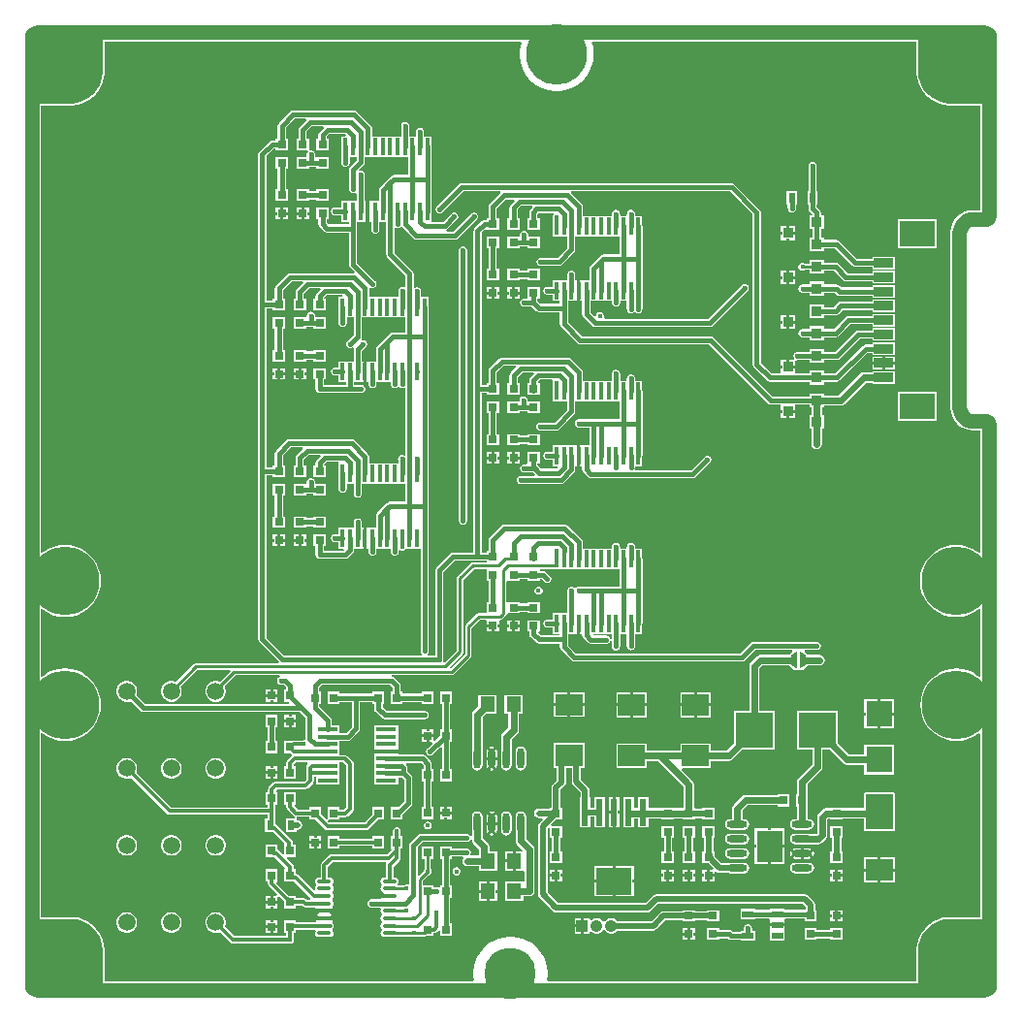
<source format=gbr>
G04*
G04 #@! TF.GenerationSoftware,Altium Limited,Altium Designer,24.1.2 (44)*
G04*
G04 Layer_Physical_Order=1*
G04 Layer_Color=255*
%FSLAX44Y44*%
%MOMM*%
G71*
G04*
G04 #@! TF.SameCoordinates,5A935687-884A-4F64-8E33-7EEF87A7B93E*
G04*
G04*
G04 #@! TF.FilePolarity,Positive*
G04*
G01*
G75*
%ADD16C,0.6000*%
%ADD19C,0.2540*%
%ADD20R,0.6000X0.9000*%
%ADD21R,2.3622X1.8796*%
%ADD22R,3.0988X2.2098*%
%ADD23R,1.7018X0.8128*%
%ADD24R,0.4000X1.5000*%
%ADD25R,0.8000X0.7000*%
%ADD26R,0.7000X0.8000*%
%ADD27R,1.2696X1.3462*%
%ADD28O,0.6000X1.8000*%
%ADD29R,1.0000X0.6000*%
%ADD30R,0.9500X0.9000*%
%ADD31R,2.3000X2.2860*%
%ADD32R,3.3000X3.1500*%
%ADD33O,1.8000X0.6000*%
%ADD34R,2.3000X2.8000*%
%ADD35R,3.1725X2.3455*%
%ADD36R,0.6325X2.3455*%
%ADD37O,1.3000X0.3500*%
%ADD38R,1.8000X0.4000*%
%ADD39C,1.2700*%
%ADD67C,0.3500*%
%ADD68C,1.5000*%
%ADD69C,0.4000*%
%ADD70C,0.5000*%
%ADD71R,10.0000X30.0000*%
%ADD72C,5.3000*%
%ADD73C,4.5000*%
%ADD74C,0.7000*%
%ADD75C,6.0000*%
%ADD76C,0.8000*%
%ADD77R,1.0500X1.0500*%
%ADD78C,1.0500*%
%ADD79C,0.4000*%
%ADD80C,0.9000*%
G36*
X779376Y809293D02*
X779376Y809293D01*
X779376Y807438D01*
X779419Y807335D01*
X779390Y807226D01*
X779874Y803549D01*
X779930Y803452D01*
X779916Y803341D01*
X780876Y799759D01*
X780944Y799669D01*
Y799557D01*
X782363Y796131D01*
X782443Y796052D01*
X782457Y795940D01*
X784312Y792729D01*
X784400Y792660D01*
X784430Y792552D01*
X786687Y789610D01*
X786785Y789554D01*
X786827Y789450D01*
X789450Y786827D01*
X789554Y786785D01*
X789610Y786687D01*
X792552Y784430D01*
X792660Y784401D01*
X792729Y784312D01*
X795940Y782457D01*
X796052Y782443D01*
X796131Y782363D01*
X799557Y780944D01*
X799669D01*
X799759Y780876D01*
X803341Y779916D01*
X803452Y779930D01*
X803549Y779874D01*
X807226Y779390D01*
X807335Y779419D01*
X807438Y779376D01*
X809293Y779376D01*
X835232Y779376D01*
Y766646D01*
Y756646D01*
Y746646D01*
Y736646D01*
Y726646D01*
Y716646D01*
Y706646D01*
Y696646D01*
Y687825D01*
X828860D01*
X828860Y687853D01*
X824998Y687472D01*
X821285Y686346D01*
X817862Y684517D01*
X814863Y682055D01*
X812401Y679055D01*
X810572Y675633D01*
X809445Y671919D01*
X809065Y668057D01*
X809092D01*
Y653163D01*
Y643163D01*
Y633163D01*
Y623163D01*
Y613163D01*
Y603163D01*
Y593163D01*
Y583163D01*
Y573163D01*
Y563163D01*
Y553163D01*
Y543163D01*
Y533163D01*
Y523163D01*
Y515497D01*
X809065D01*
X809445Y511635D01*
X810572Y507922D01*
X812401Y504499D01*
X814863Y501500D01*
X817862Y499038D01*
X821285Y497209D01*
X824998Y496082D01*
X828860Y495702D01*
X828860Y495729D01*
X835232D01*
Y491390D01*
Y481390D01*
Y471390D01*
Y461390D01*
Y451390D01*
Y441390D01*
Y431390D01*
Y421390D01*
Y411390D01*
Y401390D01*
Y388808D01*
X834079Y388276D01*
X832572Y389563D01*
X828345Y392154D01*
X823764Y394051D01*
X818943Y395208D01*
X814000Y395597D01*
X809057Y395208D01*
X804236Y394051D01*
X799655Y392154D01*
X795427Y389563D01*
X791657Y386343D01*
X788437Y382573D01*
X785846Y378345D01*
X783949Y373764D01*
X782792Y368943D01*
X782403Y364000D01*
X782792Y359057D01*
X783949Y354236D01*
X785846Y349655D01*
X788437Y345428D01*
X791657Y341657D01*
X795427Y338437D01*
X799655Y335846D01*
X804236Y333949D01*
X809057Y332792D01*
X814000Y332403D01*
X818943Y332792D01*
X823764Y333949D01*
X828345Y335846D01*
X832572Y338437D01*
X834079Y339724D01*
X835232Y339192D01*
Y331390D01*
Y321390D01*
Y311391D01*
Y301391D01*
Y291391D01*
Y281215D01*
X834079Y280683D01*
X833049Y281563D01*
X828822Y284153D01*
X824241Y286051D01*
X819420Y287208D01*
X814477Y287597D01*
X809534Y287208D01*
X804713Y286051D01*
X800132Y284153D01*
X795904Y281563D01*
X792134Y278343D01*
X788914Y274573D01*
X786323Y270345D01*
X784426Y265764D01*
X783269Y260943D01*
X782879Y256000D01*
X783269Y251057D01*
X784426Y246236D01*
X786323Y241655D01*
X788914Y237428D01*
X792134Y233657D01*
X795904Y230437D01*
X800132Y227847D01*
X804713Y225949D01*
X809534Y224792D01*
X814477Y224403D01*
X819420Y224792D01*
X824241Y225949D01*
X828822Y227847D01*
X833049Y230437D01*
X833962Y231217D01*
X835232Y230631D01*
Y221391D01*
Y211391D01*
Y201391D01*
Y191391D01*
Y181391D01*
Y171391D01*
Y161391D01*
Y151391D01*
Y141391D01*
Y131391D01*
Y121391D01*
Y111391D01*
Y101391D01*
Y91391D01*
Y81391D01*
Y70624D01*
X809293Y70624D01*
X807438Y70624D01*
X807335Y70581D01*
X807226Y70610D01*
X803549Y70126D01*
X803452Y70069D01*
X803341Y70084D01*
X799759Y69124D01*
X799669Y69056D01*
X799557D01*
X796131Y67637D01*
X796052Y67557D01*
X795940Y67543D01*
X792729Y65688D01*
X792660Y65599D01*
X792552Y65570D01*
X789610Y63313D01*
X789554Y63215D01*
X789450Y63173D01*
X786827Y60550D01*
X786785Y60447D01*
X786687Y60390D01*
X784430Y57448D01*
X784400Y57340D01*
X784312Y57271D01*
X782457Y54060D01*
X782443Y53948D01*
X782363Y53869D01*
X780944Y50443D01*
Y50331D01*
X780876Y50241D01*
X779916Y46659D01*
X779930Y46548D01*
X779874Y46451D01*
X779390Y42774D01*
X779419Y42665D01*
X779376Y42562D01*
X779376Y40707D01*
X779376Y40707D01*
Y14768D01*
X457755D01*
X456918Y15723D01*
X457333Y18881D01*
Y23119D01*
X456780Y27322D01*
X455683Y31416D01*
X454061Y35331D01*
X451942Y39002D01*
X449362Y42365D01*
X446365Y45362D01*
X443002Y47942D01*
X439331Y50061D01*
X435416Y51683D01*
X431321Y52780D01*
X427119Y53334D01*
X422881D01*
X418679Y52780D01*
X414584Y51683D01*
X410668Y50061D01*
X406998Y47942D01*
X403635Y45362D01*
X400638Y42365D01*
X398058Y39002D01*
X395939Y35331D01*
X394317Y31416D01*
X393220Y27322D01*
X392666Y23119D01*
Y18881D01*
X393082Y15723D01*
X392245Y14768D01*
X70624D01*
Y40707D01*
X70624Y40708D01*
X70624Y42562D01*
X70581Y42665D01*
X70610Y42774D01*
X70126Y46451D01*
X70069Y46548D01*
X70084Y46659D01*
X69124Y50241D01*
X69056Y50331D01*
Y50443D01*
X67637Y53869D01*
X67557Y53948D01*
X67543Y54060D01*
X65688Y57271D01*
X65599Y57340D01*
X65570Y57448D01*
X63313Y60390D01*
X63215Y60447D01*
X63173Y60550D01*
X60550Y63173D01*
X60447Y63215D01*
X60390Y63313D01*
X57448Y65570D01*
X57340Y65599D01*
X57271Y65688D01*
X54060Y67543D01*
X53948Y67557D01*
X53869Y67637D01*
X50443Y69056D01*
X50331D01*
X50241Y69124D01*
X46659Y70084D01*
X46548Y70069D01*
X46451Y70126D01*
X42774Y70610D01*
X42665Y70581D01*
X42562Y70624D01*
X40707Y70624D01*
X14768Y70624D01*
Y82095D01*
Y92094D01*
Y102094D01*
Y112094D01*
Y122094D01*
Y132094D01*
Y142094D01*
Y152094D01*
Y162094D01*
Y172094D01*
Y182094D01*
Y192094D01*
Y202094D01*
Y212094D01*
Y222094D01*
Y231039D01*
X16038Y231624D01*
X17428Y230437D01*
X21655Y227847D01*
X26236Y225949D01*
X31057Y224792D01*
X36000Y224403D01*
X40943Y224792D01*
X45764Y225949D01*
X50345Y227847D01*
X54573Y230437D01*
X58343Y233657D01*
X61563Y237428D01*
X64153Y241655D01*
X66051Y246236D01*
X67208Y251057D01*
X67597Y256000D01*
X67208Y260943D01*
X66051Y265764D01*
X64153Y270345D01*
X61563Y274573D01*
X58343Y278343D01*
X54573Y281563D01*
X50345Y284153D01*
X45764Y286051D01*
X40943Y287208D01*
X36000Y287597D01*
X31057Y287208D01*
X26236Y286051D01*
X21655Y284153D01*
X17428Y281563D01*
X15921Y280276D01*
X14768Y280808D01*
Y292094D01*
Y302094D01*
Y312094D01*
Y322094D01*
Y332094D01*
Y339192D01*
X15921Y339724D01*
X17428Y338437D01*
X21655Y335846D01*
X26236Y333949D01*
X31057Y332792D01*
X36000Y332403D01*
X40943Y332792D01*
X45764Y333949D01*
X50345Y335846D01*
X54573Y338437D01*
X58343Y341657D01*
X61563Y345428D01*
X64153Y349655D01*
X66051Y354236D01*
X67208Y359057D01*
X67597Y364000D01*
X67208Y368943D01*
X66051Y373764D01*
X64153Y378345D01*
X61563Y382573D01*
X58343Y386343D01*
X54573Y389563D01*
X50345Y392154D01*
X45764Y394051D01*
X40943Y395208D01*
X36000Y395597D01*
X31057Y395208D01*
X26236Y394051D01*
X21655Y392154D01*
X17428Y389563D01*
X15921Y388276D01*
X14768Y388808D01*
Y402094D01*
Y412094D01*
Y422094D01*
Y432094D01*
Y442094D01*
Y452094D01*
Y462094D01*
Y472094D01*
Y482094D01*
Y492094D01*
Y502094D01*
Y512094D01*
Y522094D01*
Y532094D01*
Y542094D01*
Y552094D01*
Y562094D01*
Y572094D01*
Y582094D01*
Y592094D01*
Y602094D01*
Y612094D01*
Y622094D01*
Y632094D01*
Y642093D01*
Y652093D01*
Y662093D01*
Y672093D01*
Y682093D01*
Y692093D01*
Y702093D01*
Y712093D01*
Y722093D01*
Y732093D01*
Y742093D01*
Y752093D01*
Y762093D01*
Y772093D01*
Y779376D01*
X40707Y779376D01*
X42562Y779376D01*
X42665Y779419D01*
X42774Y779390D01*
X46451Y779874D01*
X46548Y779930D01*
X46659Y779916D01*
X50241Y780876D01*
X50331Y780944D01*
X50443D01*
X53869Y782363D01*
X53948Y782443D01*
X54060Y782457D01*
X57271Y784312D01*
X57340Y784401D01*
X57448Y784430D01*
X60390Y786687D01*
X60447Y786785D01*
X60550Y786827D01*
X63173Y789450D01*
X63215Y789554D01*
X63313Y789610D01*
X65570Y792552D01*
X65599Y792660D01*
X65688Y792729D01*
X67543Y795940D01*
X67557Y796052D01*
X67637Y796131D01*
X69056Y799557D01*
Y799669D01*
X69124Y799759D01*
X70084Y803341D01*
X70069Y803452D01*
X70126Y803549D01*
X70610Y807226D01*
X70581Y807335D01*
X70624Y807438D01*
X70624Y809292D01*
X70624Y809293D01*
Y835232D01*
X433764D01*
X434495Y833962D01*
X433520Y830322D01*
X432966Y826119D01*
Y821881D01*
X433520Y817679D01*
X434617Y813584D01*
X436239Y809669D01*
X438358Y805998D01*
X440938Y802635D01*
X443935Y799638D01*
X447298Y797058D01*
X450969Y794939D01*
X454884Y793317D01*
X458979Y792220D01*
X463181Y791666D01*
X467419D01*
X471622Y792220D01*
X475716Y793317D01*
X479632Y794939D01*
X483302Y797058D01*
X486665Y799638D01*
X489662Y802635D01*
X492242Y805998D01*
X494361Y809669D01*
X495983Y813584D01*
X497080Y817679D01*
X497634Y821881D01*
Y826119D01*
X497080Y830322D01*
X496105Y833962D01*
X496836Y835232D01*
X779376D01*
Y809293D01*
D02*
G37*
G36*
X843526Y781000D02*
X809293Y781000D01*
X807438Y781000D01*
X803761Y781484D01*
X800179Y782444D01*
X796752Y783863D01*
X793540Y785718D01*
X790598Y787975D01*
X787975Y790598D01*
X785718Y793540D01*
X783863Y796752D01*
X782444Y800179D01*
X781484Y803761D01*
X781000Y807438D01*
X781000Y809293D01*
X781000D01*
Y843526D01*
X843526D01*
Y781000D01*
D02*
G37*
G36*
X69000Y809293D02*
X69000D01*
X69000Y807438D01*
X68516Y803761D01*
X67556Y800179D01*
X66137Y796752D01*
X64282Y793540D01*
X62024Y790598D01*
X59402Y787975D01*
X56460Y785718D01*
X53248Y783863D01*
X49821Y782444D01*
X46239Y781484D01*
X42562Y781000D01*
X40707Y781000D01*
X6474Y781000D01*
Y843526D01*
X69000D01*
Y809293D01*
D02*
G37*
G36*
X843526Y6474D02*
X781000D01*
Y40707D01*
X781000Y40707D01*
X781000Y40707D01*
X781000Y42562D01*
X781484Y46239D01*
X782444Y49821D01*
X783863Y53248D01*
X785718Y56460D01*
X787975Y59402D01*
X790598Y62024D01*
X793540Y64282D01*
X796752Y66137D01*
X800179Y67556D01*
X803761Y68516D01*
X807438Y69000D01*
X809293Y69000D01*
X843526Y69000D01*
Y6474D01*
D02*
G37*
G36*
X40707Y69000D02*
X42562Y69000D01*
X46239Y68516D01*
X49821Y67556D01*
X53248Y66137D01*
X56460Y64282D01*
X59402Y62024D01*
X62024Y59402D01*
X64282Y56460D01*
X66137Y53248D01*
X67556Y49821D01*
X68516Y46239D01*
X69000Y42562D01*
X69000Y40707D01*
X69000D01*
X69000Y40707D01*
Y6474D01*
X6474D01*
Y69000D01*
X40707Y69000D01*
D02*
G37*
%LPC*%
G36*
X675215Y704267D02*
X666215D01*
Y692267D01*
X667147D01*
Y689245D01*
X667215Y688900D01*
Y688548D01*
X667350Y688224D01*
X667418Y687879D01*
X667614Y687587D01*
X667748Y687262D01*
X667997Y687013D01*
X668192Y686721D01*
X668484Y686526D01*
X668733Y686277D01*
X669057Y686143D01*
X669350Y685948D01*
X669694Y685879D01*
X670019Y685745D01*
X670370D01*
X670715Y685676D01*
X671060Y685745D01*
X671412D01*
X671736Y685879D01*
X672081Y685948D01*
X672373Y686143D01*
X672698Y686277D01*
X672946Y686526D01*
X673239Y686721D01*
X673434Y687013D01*
X673682Y687262D01*
X673817Y687587D01*
X674012Y687879D01*
X674081Y688224D01*
X674215Y688548D01*
Y688900D01*
X674284Y689245D01*
Y692267D01*
X675215D01*
Y704267D01*
D02*
G37*
G36*
X673734Y673711D02*
X668754D01*
Y672024D01*
X666214D01*
Y673711D01*
X661234D01*
Y668981D01*
X662922D01*
Y666441D01*
X661234D01*
Y661711D01*
X666214D01*
Y663399D01*
X668754D01*
Y661711D01*
X673734D01*
Y666441D01*
X672047D01*
Y668981D01*
X673734D01*
Y673711D01*
D02*
G37*
G36*
X436880Y669879D02*
X435514Y669608D01*
X434941Y669224D01*
X434897Y669206D01*
X434864Y669173D01*
X434357Y668834D01*
X434017Y668327D01*
X433913Y668222D01*
X433856Y668085D01*
X433583Y667676D01*
X433487Y667194D01*
X433380Y666936D01*
Y666656D01*
X433311Y666311D01*
Y666072D01*
X433180Y664857D01*
X422180D01*
Y654857D01*
X433180D01*
Y656288D01*
X439520D01*
Y654857D01*
X450520D01*
Y664857D01*
X440449D01*
Y666311D01*
X440380Y666656D01*
Y666936D01*
X440273Y667194D01*
X440177Y667676D01*
X439904Y668085D01*
X439847Y668222D01*
X439743Y668327D01*
X439403Y668834D01*
X438896Y669173D01*
X438863Y669206D01*
X438819Y669224D01*
X438246Y669608D01*
X436880Y669879D01*
D02*
G37*
G36*
X796949Y679801D02*
X762961D01*
Y654703D01*
X796949D01*
Y679801D01*
D02*
G37*
G36*
X698734Y644320D02*
X686234D01*
Y641144D01*
X682110D01*
X681967Y641287D01*
X680680Y641820D01*
X679288D01*
X678001Y641287D01*
X677017Y640302D01*
X676484Y639016D01*
Y637623D01*
X677017Y636337D01*
X678001Y635352D01*
X679288Y634820D01*
X680680D01*
X681967Y635352D01*
X682110Y635495D01*
X686234D01*
Y632320D01*
X698734D01*
Y634751D01*
X707274D01*
X715296Y626729D01*
X716454Y625955D01*
X717820Y625683D01*
X740946D01*
Y623688D01*
X760964D01*
Y634816D01*
X740946D01*
Y632821D01*
X719298D01*
X711275Y640843D01*
X710118Y641617D01*
X708752Y641888D01*
X698734D01*
Y644320D01*
D02*
G37*
G36*
X688874Y730009D02*
X688529Y729940D01*
X688178D01*
X687853Y729806D01*
X687508Y729737D01*
X687216Y729542D01*
X686891Y729407D01*
X686643Y729159D01*
X686351Y728963D01*
X686155Y728671D01*
X685907Y728423D01*
X685772Y728098D01*
X685577Y727806D01*
X685509Y727461D01*
X685374Y727136D01*
Y726785D01*
X685305Y726440D01*
Y704268D01*
X684374D01*
Y692268D01*
X685305D01*
Y689245D01*
X685577Y687879D01*
X686351Y686721D01*
X688591Y684481D01*
X688131Y683211D01*
X686234D01*
Y671211D01*
X688915D01*
Y664211D01*
X686234D01*
Y652211D01*
X698734D01*
Y654643D01*
X708274D01*
X723688Y639229D01*
X724846Y638455D01*
X726211Y638183D01*
X740946D01*
Y636188D01*
X760964D01*
Y647316D01*
X740946D01*
Y645321D01*
X727690D01*
X712275Y660735D01*
X711118Y661508D01*
X709752Y661780D01*
X698734D01*
Y664211D01*
X696053D01*
Y671211D01*
X698734D01*
Y683211D01*
X696053D01*
Y685635D01*
X695781Y687000D01*
X695007Y688158D01*
X692443Y690723D01*
Y692268D01*
X693374D01*
Y704268D01*
X692443D01*
Y726440D01*
X692374Y726785D01*
Y727136D01*
X692240Y727461D01*
X692171Y727806D01*
X691976Y728098D01*
X691841Y728423D01*
X691593Y728671D01*
X691397Y728963D01*
X691105Y729159D01*
X690857Y729407D01*
X690532Y729542D01*
X690240Y729737D01*
X689895Y729806D01*
X689570Y729940D01*
X689219D01*
X688874Y730009D01*
D02*
G37*
G36*
X450520Y636378D02*
X439520D01*
Y634945D01*
X433180D01*
Y636376D01*
X422180D01*
Y626376D01*
X433180D01*
Y627808D01*
X439520D01*
Y626378D01*
X450520D01*
Y636378D01*
D02*
G37*
G36*
X673734Y634820D02*
X668754D01*
Y633132D01*
X666214D01*
Y634820D01*
X661234D01*
Y630090D01*
X662922D01*
Y627550D01*
X661234D01*
Y622820D01*
X666214D01*
Y624507D01*
X668754D01*
Y622820D01*
X673734D01*
Y627550D01*
X672047D01*
Y630090D01*
X673734D01*
Y634820D01*
D02*
G37*
G36*
X414960Y664856D02*
X403960D01*
Y654856D01*
X405891D01*
Y636376D01*
X403960D01*
Y626376D01*
X414960D01*
Y636376D01*
X413028D01*
Y654856D01*
X414960D01*
Y664856D01*
D02*
G37*
G36*
X433180Y620376D02*
X428950D01*
Y618689D01*
X426410D01*
Y620376D01*
X422180D01*
Y616646D01*
X423868D01*
Y614106D01*
X422180D01*
Y610376D01*
X426410D01*
Y612064D01*
X428950D01*
Y610376D01*
X433180D01*
Y614106D01*
X431492D01*
Y616646D01*
X433180D01*
Y620376D01*
D02*
G37*
G36*
X414960D02*
X410730D01*
Y618689D01*
X408190D01*
Y620376D01*
X403960D01*
Y616646D01*
X405648D01*
Y614106D01*
X403960D01*
Y610376D01*
X408190D01*
Y612064D01*
X410730D01*
Y610376D01*
X414960D01*
Y614106D01*
X413272D01*
Y616646D01*
X414960D01*
Y620376D01*
D02*
G37*
G36*
X698734Y625320D02*
X686234D01*
Y622888D01*
X679984D01*
X679639Y622820D01*
X679288D01*
X678963Y622685D01*
X678618Y622617D01*
X678326Y622421D01*
X678001Y622287D01*
X677753Y622038D01*
X677461Y621843D01*
X677265Y621551D01*
X677017Y621302D01*
X676882Y620977D01*
X676687Y620685D01*
X676619Y620340D01*
X676484Y620016D01*
Y619664D01*
X676415Y619320D01*
X676484Y618975D01*
Y618623D01*
X676619Y618299D01*
X676687Y617954D01*
X676882Y617662D01*
X677017Y617337D01*
X677265Y617089D01*
X677461Y616796D01*
X677753Y616601D01*
X678001Y616352D01*
X678326Y616218D01*
X678618Y616023D01*
X678963Y615954D01*
X679288Y615820D01*
X679639D01*
X679984Y615751D01*
X686234D01*
Y613320D01*
X698734D01*
Y615751D01*
X708274D01*
X709796Y614229D01*
X710954Y613455D01*
X712320Y613183D01*
X740946D01*
Y611188D01*
X760964D01*
Y622316D01*
X740946D01*
Y620321D01*
X713798D01*
X712275Y621843D01*
X711118Y622617D01*
X709752Y622888D01*
X698734D01*
Y625320D01*
D02*
G37*
G36*
X760964Y609816D02*
X740946D01*
Y607821D01*
X713576D01*
X712211Y607549D01*
X711053Y606775D01*
X707274Y602996D01*
X698734D01*
Y605428D01*
X686234D01*
Y593428D01*
X698734D01*
Y595859D01*
X703895D01*
X703903Y595856D01*
X705295D01*
X705302Y595859D01*
X708752D01*
X710118Y596131D01*
X711275Y596904D01*
X715054Y600683D01*
X740946D01*
Y598688D01*
X760964D01*
Y609816D01*
D02*
G37*
G36*
X673734Y595928D02*
X668754D01*
Y594240D01*
X666214D01*
Y595928D01*
X661234D01*
Y591198D01*
X662922D01*
Y588658D01*
X661234D01*
Y583928D01*
X666214D01*
Y585615D01*
X668754D01*
Y583928D01*
X673734D01*
Y588658D01*
X672047D01*
Y591198D01*
X673734D01*
Y595928D01*
D02*
G37*
G36*
X760964Y597316D02*
X740946D01*
Y595321D01*
X720400D01*
X719035Y595049D01*
X717877Y594275D01*
X707598Y583996D01*
X698734D01*
Y586428D01*
X686234D01*
Y583996D01*
X679984D01*
X679639Y583928D01*
X679288D01*
X678963Y583793D01*
X678618Y583725D01*
X678326Y583529D01*
X678001Y583395D01*
X677753Y583146D01*
X677461Y582951D01*
X677265Y582659D01*
X677017Y582410D01*
X676882Y582086D01*
X676687Y581793D01*
X676619Y581449D01*
X676484Y581124D01*
Y580773D01*
X676415Y580428D01*
X676484Y580083D01*
Y579732D01*
X676619Y579407D01*
X676687Y579062D01*
X676882Y578770D01*
X677017Y578445D01*
X677265Y578197D01*
X677461Y577904D01*
X677753Y577709D01*
X678001Y577461D01*
X678326Y577326D01*
X678618Y577131D01*
X678963Y577062D01*
X679288Y576928D01*
X679639D01*
X679984Y576859D01*
X686234D01*
Y574428D01*
X698734D01*
Y576859D01*
X709076D01*
X710442Y577131D01*
X711600Y577904D01*
X721879Y588183D01*
X740946D01*
Y586188D01*
X760964D01*
Y597316D01*
D02*
G37*
G36*
X288596Y774984D02*
X235296D01*
X233930Y774712D01*
X232773Y773938D01*
X222797Y763962D01*
X222023Y762804D01*
X221751Y761439D01*
Y750239D01*
X219820D01*
Y748808D01*
X216858D01*
X215493Y748536D01*
X214335Y747763D01*
X205757Y739184D01*
X204983Y738026D01*
X204711Y736661D01*
Y605301D01*
Y459857D01*
Y313085D01*
X204983Y311719D01*
X205757Y310561D01*
X222800Y293518D01*
X222274Y292248D01*
X150617D01*
X150617Y292248D01*
X149536Y292033D01*
X148620Y291421D01*
X132876Y275677D01*
X132294Y276013D01*
X130005Y276627D01*
X127635D01*
X125346Y276013D01*
X123294Y274828D01*
X121618Y273153D01*
X120433Y271101D01*
X119820Y268812D01*
Y266442D01*
X120433Y264153D01*
X121618Y262101D01*
X123294Y260425D01*
X125346Y259240D01*
X127635Y258627D01*
X130005D01*
X132294Y259240D01*
X134346Y260425D01*
X136022Y262101D01*
X137207Y264153D01*
X137820Y266442D01*
Y268812D01*
X137207Y271101D01*
X136870Y271683D01*
X151787Y286600D01*
X180054D01*
X180580Y285329D01*
X171209Y275958D01*
X171114Y276013D01*
X168825Y276627D01*
X166455D01*
X164166Y276013D01*
X162114Y274828D01*
X160438Y273153D01*
X159253Y271101D01*
X158640Y268812D01*
Y266442D01*
X159253Y264153D01*
X160438Y262101D01*
X162114Y260425D01*
X164166Y259240D01*
X166455Y258627D01*
X168825D01*
X171114Y259240D01*
X173166Y260425D01*
X174842Y262101D01*
X176027Y264153D01*
X176640Y266442D01*
Y268812D01*
X176027Y271101D01*
X175409Y272170D01*
X184895Y281656D01*
X222902D01*
X223863Y280386D01*
X223855Y280360D01*
X223531Y280226D01*
X223186Y280157D01*
X222894Y279962D01*
X222569Y279827D01*
X222320Y279579D01*
X222028Y279383D01*
X221833Y279091D01*
X221584Y278843D01*
X221450Y278518D01*
X221255Y278226D01*
X221186Y277881D01*
X221052Y277556D01*
Y277205D01*
X220983Y276860D01*
X221052Y276515D01*
Y276164D01*
X221186Y275839D01*
X221255Y275494D01*
X221450Y275202D01*
X221584Y274877D01*
X221833Y274629D01*
X222028Y274337D01*
X222320Y274141D01*
X222569Y273893D01*
X222894Y273758D01*
X223186Y273563D01*
X223531Y273494D01*
X223855Y273360D01*
X224207D01*
X224552Y273291D01*
X226953D01*
X228980Y271265D01*
Y269417D01*
X227550D01*
Y258417D01*
X231681D01*
X231882Y258121D01*
X231210Y256852D01*
X105822D01*
X98415Y264258D01*
X99000Y266442D01*
Y268811D01*
X98387Y271101D01*
X97202Y273153D01*
X95526Y274828D01*
X93474Y276013D01*
X91185Y276627D01*
X88815D01*
X86526Y276013D01*
X84474Y274828D01*
X82798Y273153D01*
X81613Y271101D01*
X81000Y268811D01*
Y266442D01*
X81613Y264153D01*
X82798Y262101D01*
X84474Y260425D01*
X86526Y259240D01*
X88815Y258627D01*
X91185D01*
X93368Y259212D01*
X101820Y250760D01*
X102978Y249986D01*
X104344Y249714D01*
X241204D01*
X245890Y245029D01*
Y226195D01*
X245910Y226091D01*
X245753Y225812D01*
X244837Y224977D01*
X243888D01*
X243438Y224790D01*
X235637D01*
X234700Y224604D01*
X227550D01*
Y213604D01*
X232864D01*
X233684Y212784D01*
X233911Y212632D01*
X233934Y211120D01*
X230207Y207393D01*
X229489Y206318D01*
X229236Y205050D01*
Y202198D01*
X227550D01*
Y191198D01*
X237550D01*
Y202198D01*
X235864D01*
Y203677D01*
X237649Y205463D01*
X247488D01*
X247824Y204853D01*
X248001Y204193D01*
X247051Y202772D01*
X246681Y200913D01*
X246711D01*
Y190884D01*
X244758Y188931D01*
X220096D01*
X218828Y188679D01*
X217753Y187961D01*
X214207Y184415D01*
X213489Y183340D01*
X213236Y182072D01*
Y179792D01*
X211550D01*
Y168792D01*
X213236D01*
Y166402D01*
X128657D01*
X98304Y196756D01*
X98387Y196899D01*
X99000Y199188D01*
Y201558D01*
X98387Y203847D01*
X97202Y205899D01*
X95526Y207575D01*
X93474Y208760D01*
X91185Y209373D01*
X88815D01*
X86526Y208760D01*
X84474Y207575D01*
X82798Y205899D01*
X81613Y203847D01*
X81000Y201558D01*
Y199188D01*
X81613Y196899D01*
X82798Y194847D01*
X84474Y193171D01*
X86526Y191987D01*
X88815Y191373D01*
X91185D01*
X93474Y191987D01*
X93617Y192069D01*
X124942Y160745D01*
X126017Y160027D01*
X127285Y159775D01*
X213235D01*
Y156984D01*
X210782D01*
Y144984D01*
X216212D01*
X216532Y144920D01*
X217710D01*
X227360Y135270D01*
X227551Y134079D01*
X227551D01*
Y125758D01*
X226378Y125272D01*
X222978Y128672D01*
X221903Y129390D01*
X221551Y129460D01*
Y134079D01*
X211551D01*
Y123079D01*
X217981D01*
X218301Y123015D01*
X219262D01*
X228435Y113843D01*
X227909Y112573D01*
X227550D01*
Y101573D01*
X233980D01*
X234300Y101509D01*
X236183D01*
X250598Y87094D01*
X250072Y85824D01*
X246963D01*
X246677Y86110D01*
X245602Y86828D01*
X244334Y87080D01*
X237551D01*
Y89266D01*
X231737D01*
X220701Y100303D01*
X221227Y101573D01*
X221550D01*
Y112573D01*
X211550D01*
Y101573D01*
X213236D01*
Y99767D01*
X213489Y98499D01*
X214207Y97424D01*
X221095Y90536D01*
X220569Y89266D01*
X217821D01*
Y87579D01*
X215281D01*
Y89266D01*
X211551D01*
Y85036D01*
X213238D01*
Y82496D01*
X211551D01*
Y78266D01*
X215281D01*
Y79954D01*
X217821D01*
Y78266D01*
X221551D01*
Y82496D01*
X219863D01*
Y85036D01*
X221551D01*
Y88284D01*
X222821Y88810D01*
X227551Y84080D01*
Y78266D01*
X237551D01*
Y80453D01*
X242961D01*
X243247Y80167D01*
X244322Y79449D01*
X245590Y79196D01*
X254483D01*
X255048Y77926D01*
X254615Y77278D01*
X254363Y76010D01*
X254615Y74744D01*
X256059Y76189D01*
X257855Y74393D01*
X256222Y72760D01*
X257855Y71127D01*
X256059Y69331D01*
X254615Y70776D01*
X254363Y69510D01*
X254615Y68242D01*
X255171Y67410D01*
X254886Y66533D01*
X254608Y66140D01*
X237550D01*
Y67760D01*
X227550D01*
Y56760D01*
X229235D01*
Y54114D01*
X184079D01*
X175944Y62249D01*
X176027Y62392D01*
X176640Y64681D01*
Y67051D01*
X176027Y69340D01*
X174842Y71392D01*
X173166Y73068D01*
X171114Y74253D01*
X168825Y74866D01*
X166455D01*
X164166Y74253D01*
X162114Y73068D01*
X160438Y71392D01*
X159253Y69340D01*
X158640Y67051D01*
Y64681D01*
X159253Y62392D01*
X160438Y60340D01*
X162114Y58664D01*
X164166Y57480D01*
X166455Y56866D01*
X168825D01*
X171114Y57480D01*
X171257Y57562D01*
X180363Y48457D01*
X181438Y47739D01*
X182706Y47486D01*
X231402D01*
X231852Y47300D01*
X233245D01*
X234531Y47833D01*
X235515Y48817D01*
X236048Y50104D01*
Y51496D01*
X235862Y51946D01*
Y56760D01*
X237550D01*
Y59513D01*
X254247D01*
X254925Y58243D01*
X254615Y57778D01*
X254363Y56510D01*
X254615Y55242D01*
X255333Y54167D01*
X256408Y53449D01*
X257676Y53196D01*
X267176D01*
X268444Y53449D01*
X269520Y54167D01*
X270238Y55242D01*
X270490Y56510D01*
X270238Y57778D01*
X269520Y58853D01*
X269664Y60284D01*
X269963Y60483D01*
X270681Y61558D01*
X270933Y62826D01*
X270681Y64095D01*
X269963Y65170D01*
X269389Y65553D01*
X269282Y66966D01*
X269300Y67015D01*
X269305Y67024D01*
X269520Y67167D01*
X270238Y68242D01*
X270490Y69510D01*
X270238Y70776D01*
X268794Y69331D01*
X266998Y71127D01*
X268630Y72760D01*
X266998Y74393D01*
X268794Y76189D01*
X270238Y74744D01*
X270490Y76010D01*
X270238Y77278D01*
X269520Y78353D01*
X269305Y78496D01*
Y80024D01*
X269520Y80167D01*
X270238Y81242D01*
X270490Y82510D01*
X270238Y83778D01*
X269520Y84853D01*
X269305Y84996D01*
Y86524D01*
X269520Y86667D01*
X270238Y87742D01*
X270490Y89010D01*
X270238Y90278D01*
X269520Y91353D01*
X269305Y91496D01*
Y93024D01*
X269520Y93167D01*
X270238Y94242D01*
X270490Y95510D01*
X270238Y96778D01*
X269520Y97853D01*
X269305Y97996D01*
Y99524D01*
X269520Y99667D01*
X270238Y100742D01*
X270490Y102010D01*
X270238Y103278D01*
X269520Y104353D01*
X268444Y105071D01*
X267176Y105324D01*
X265740D01*
Y114367D01*
X270122Y118749D01*
X315975D01*
X316653Y117479D01*
X316365Y117047D01*
X316113Y115779D01*
Y105324D01*
X314676D01*
X313408Y105071D01*
X312333Y104353D01*
X311615Y103278D01*
X311363Y102010D01*
X311615Y100742D01*
X312333Y99667D01*
X312548Y99524D01*
Y97996D01*
X312333Y97853D01*
X311615Y96778D01*
X311363Y95510D01*
X311615Y94242D01*
X312333Y93167D01*
X312548Y93024D01*
Y92935D01*
X314855Y90627D01*
X313059Y88831D01*
X311614Y90276D01*
X311363Y89010D01*
X311615Y87742D01*
X311878Y87349D01*
X311199Y86079D01*
X303741D01*
X303396Y86010D01*
X303045D01*
X302720Y85876D01*
X302375Y85807D01*
X302083Y85612D01*
X301758Y85477D01*
X301510Y85229D01*
X301217Y85033D01*
X301022Y84741D01*
X300774Y84493D01*
X300639Y84168D01*
X300444Y83876D01*
X300375Y83531D01*
X300241Y83206D01*
Y82855D01*
X300172Y82510D01*
X300241Y82165D01*
Y81814D01*
X300375Y81489D01*
X300444Y81144D01*
X300639Y80852D01*
X300774Y80527D01*
X301022Y80279D01*
X301217Y79987D01*
X301510Y79791D01*
X301758Y79543D01*
X302083Y79408D01*
X302375Y79213D01*
X302720Y79145D01*
X303045Y79010D01*
X303396D01*
X303741Y78941D01*
X311199D01*
X311878Y77671D01*
X311615Y77278D01*
X311363Y76010D01*
X311615Y74742D01*
X312333Y73667D01*
X312548Y73524D01*
Y71996D01*
X312333Y71853D01*
X311615Y70778D01*
X311363Y69510D01*
X311615Y68242D01*
X312333Y67167D01*
X312548Y67024D01*
Y65496D01*
X312333Y65353D01*
X311615Y64278D01*
X311363Y63010D01*
X311615Y61742D01*
X312333Y60667D01*
X312548Y60524D01*
Y58996D01*
X312333Y58853D01*
X311615Y57778D01*
X311363Y56510D01*
X311615Y55242D01*
X312333Y54167D01*
X313408Y53449D01*
X314676Y53196D01*
X324176D01*
X325444Y53449D01*
X325799Y53686D01*
X339028D01*
X339171Y53543D01*
X340457Y53010D01*
X341849D01*
X343136Y53543D01*
X343279Y53686D01*
X349686D01*
X349686Y53686D01*
X350562Y53860D01*
X357680D01*
Y56409D01*
X358502D01*
X359770Y56661D01*
X360845Y57379D01*
X362410Y58944D01*
X363680Y58418D01*
Y53860D01*
X373680D01*
Y64860D01*
X372249D01*
Y87620D01*
X373680D01*
Y98619D01*
X372249D01*
Y121379D01*
X373680D01*
Y123310D01*
X383065D01*
X383744Y122040D01*
X383256Y121310D01*
X382907Y119554D01*
X383256Y117798D01*
X384251Y116310D01*
X385739Y115315D01*
X387495Y114966D01*
X397504D01*
Y111323D01*
X413200D01*
Y127785D01*
X406592D01*
Y131902D01*
X406243Y133657D01*
X405248Y135146D01*
X400560Y139834D01*
Y152422D01*
Y158422D01*
X400211Y160177D01*
X399216Y161666D01*
X397728Y162661D01*
X395972Y163010D01*
X394216Y162661D01*
X392728Y161666D01*
X391733Y160177D01*
X391384Y158422D01*
Y152422D01*
Y141987D01*
X391182Y141851D01*
X391135Y141833D01*
X390304Y141762D01*
X389457Y142188D01*
X389407Y142263D01*
X389114Y142459D01*
X388866Y142707D01*
X388541Y142842D01*
X388249Y143037D01*
X387904Y143105D01*
X387579Y143240D01*
X387228D01*
X386883Y143309D01*
X347100D01*
X345734Y143037D01*
X344577Y142263D01*
X337712Y135399D01*
X336939Y134241D01*
X336667Y132876D01*
Y99525D01*
X335397Y98750D01*
X334769Y99010D01*
X333377D01*
X332091Y98477D01*
X331948Y98334D01*
X326811D01*
X326426Y99604D01*
X326520Y99667D01*
X327238Y100742D01*
X327490Y102010D01*
X327238Y103278D01*
X326520Y104353D01*
X325444Y105071D01*
X324176Y105324D01*
X322740D01*
Y114406D01*
X328053Y119719D01*
X328771Y120794D01*
X329024Y122063D01*
Y130381D01*
X330710D01*
Y141381D01*
X329024D01*
Y144174D01*
X329210Y144624D01*
Y146016D01*
X328677Y147303D01*
X327693Y148287D01*
X326406Y148820D01*
X325014D01*
X323727Y148287D01*
X322743Y147303D01*
X322210Y146016D01*
Y144624D01*
X322396Y144174D01*
Y141381D01*
X320710D01*
Y130381D01*
X320710D01*
X321159Y129298D01*
X317237Y125376D01*
X268750D01*
X267482Y125124D01*
X266407Y124406D01*
X260083Y118082D01*
X259365Y117007D01*
X259113Y115739D01*
Y105324D01*
X257676D01*
X256408Y105071D01*
X255333Y104353D01*
X254615Y103278D01*
X254363Y102010D01*
X254615Y100742D01*
X255333Y99667D01*
X255548Y99524D01*
Y97996D01*
X255333Y97853D01*
X254615Y96778D01*
X254363Y95510D01*
X254615Y94242D01*
X253622Y93442D01*
X239898Y107166D01*
X238824Y107884D01*
X237555Y108136D01*
X237550D01*
Y112573D01*
X235864D01*
Y114413D01*
X235611Y115681D01*
X234893Y116756D01*
X229744Y121906D01*
X230230Y123079D01*
X237551D01*
Y134079D01*
X234995D01*
Y135634D01*
X234743Y136903D01*
X234025Y137978D01*
X221425Y150577D01*
X220350Y151295D01*
X219782Y151408D01*
Y153079D01*
X219862Y153481D01*
Y163582D01*
X219864Y163590D01*
Y168792D01*
X221550D01*
Y179792D01*
X220739D01*
X220226Y181061D01*
X221469Y182304D01*
X246131D01*
X247399Y182556D01*
X248474Y183274D01*
X252368Y187169D01*
X253086Y188244D01*
X253338Y189512D01*
Y192763D01*
X254899D01*
Y186227D01*
X275899D01*
Y192577D01*
Y198927D01*
Y205463D01*
X278967D01*
X281569Y202861D01*
Y166718D01*
X279282Y164431D01*
X275442D01*
Y166588D01*
X265442D01*
Y156746D01*
X265441Y156071D01*
X264202Y155514D01*
X259442Y160275D01*
Y166588D01*
X249442D01*
Y164637D01*
X239203D01*
X236318Y167521D01*
X236844Y168792D01*
X237550D01*
Y179792D01*
X227550D01*
Y168792D01*
X229236D01*
Y166604D01*
X229489Y165336D01*
X230207Y164261D01*
X235487Y158980D01*
X236562Y158262D01*
X236597Y158255D01*
X236472Y156985D01*
X228941D01*
Y144985D01*
X237941D01*
Y146922D01*
X239111D01*
X240672Y147232D01*
X241995Y148117D01*
X242879Y149440D01*
X243189Y151000D01*
X242879Y152561D01*
X241995Y153884D01*
X240672Y154768D01*
X239111Y155079D01*
X237941D01*
Y156740D01*
X237941Y156985D01*
X238533Y158010D01*
X249442D01*
Y155588D01*
X254755D01*
X262827Y147517D01*
X263902Y146799D01*
X265170Y146546D01*
X298982D01*
X300250Y146799D01*
X301325Y147517D01*
X309397Y155588D01*
X314711D01*
Y166588D01*
X304711D01*
Y160275D01*
X297610Y153174D01*
X266542D01*
X265367Y154349D01*
X265924Y155588D01*
X266512Y155588D01*
X275442D01*
Y157803D01*
X280655D01*
X281923Y158056D01*
X282998Y158774D01*
X287226Y163003D01*
X287945Y164078D01*
X288197Y165346D01*
Y204234D01*
X287945Y205502D01*
X287226Y206577D01*
X282683Y211120D01*
X281608Y211838D01*
X280340Y212090D01*
X275899D01*
Y224258D01*
X282883D01*
X284249Y224530D01*
X285406Y225303D01*
X292600Y232497D01*
X293374Y233655D01*
X293645Y235020D01*
Y258348D01*
X304711D01*
Y256417D01*
X306142D01*
Y252420D01*
X306414Y251054D01*
X307187Y249897D01*
X312687Y244397D01*
X313845Y243623D01*
X315211Y243351D01*
X349970D01*
X350315Y243420D01*
X350666D01*
X350991Y243554D01*
X351336Y243623D01*
X351628Y243818D01*
X351953Y243953D01*
X352201Y244201D01*
X352493Y244397D01*
X352689Y244689D01*
X352937Y244937D01*
X353072Y245262D01*
X353267Y245554D01*
X353335Y245899D01*
X353470Y246224D01*
Y246575D01*
X353539Y246920D01*
X353470Y247265D01*
Y247616D01*
X353335Y247941D01*
X353267Y248286D01*
X353072Y248578D01*
X352937Y248903D01*
X352689Y249151D01*
X352493Y249443D01*
X352201Y249639D01*
X351953Y249887D01*
X351628Y250022D01*
X351336Y250217D01*
X350991Y250285D01*
X350666Y250420D01*
X350315D01*
X349970Y250489D01*
X316689D01*
X313279Y253898D01*
Y256417D01*
X314711D01*
Y267417D01*
X304711D01*
Y265485D01*
X275442D01*
Y267417D01*
X265442D01*
Y256417D01*
X275442D01*
Y258348D01*
X286508D01*
Y236498D01*
X281405Y231395D01*
X275899D01*
Y237677D01*
X268968D01*
Y242003D01*
X268696Y243369D01*
X267923Y244526D01*
X258011Y254438D01*
Y256417D01*
X259442D01*
Y267417D01*
X258011D01*
Y270842D01*
X260460Y273291D01*
X319833D01*
X322142Y270983D01*
Y267417D01*
X320711D01*
Y256417D01*
X330711D01*
Y258348D01*
X347680D01*
Y256417D01*
X357680D01*
Y267417D01*
X347680D01*
Y265485D01*
X330711D01*
Y267417D01*
X329279D01*
Y272461D01*
X329008Y273827D01*
X328234Y274984D01*
X323835Y279383D01*
X322677Y280157D01*
X321527Y280386D01*
X321652Y281656D01*
X373893D01*
X373893Y281656D01*
X374974Y281871D01*
X375890Y282483D01*
X390220Y296813D01*
X390220Y296813D01*
X390832Y297729D01*
X391047Y298810D01*
X391047Y298810D01*
Y322845D01*
X398356Y330154D01*
X402854D01*
X403960Y329759D01*
X403960Y328884D01*
Y326029D01*
X405648D01*
Y323489D01*
X403960D01*
Y319759D01*
X408190D01*
Y321447D01*
X410730D01*
Y319759D01*
X414960D01*
Y323489D01*
X413272D01*
Y326029D01*
X414960D01*
Y329759D01*
X416066Y330154D01*
X416166D01*
X416167Y330154D01*
X417247Y330369D01*
X418164Y330982D01*
X420597Y333414D01*
X420597Y333414D01*
X421209Y334331D01*
X421312Y334849D01*
X422025Y335597D01*
X422551Y335759D01*
X422694Y335759D01*
X433180D01*
Y337191D01*
X439520D01*
Y335761D01*
X450520D01*
Y345761D01*
X439520D01*
Y344328D01*
X433180D01*
Y345759D01*
X422694D01*
X422180Y345759D01*
X421424Y346716D01*
Y363283D01*
X422180Y364240D01*
X433180D01*
Y365671D01*
X439520D01*
Y364240D01*
X450520D01*
Y365671D01*
X452222D01*
X454677Y363217D01*
X454753Y363165D01*
X455217Y362701D01*
X455824Y362450D01*
X455834Y362443D01*
X455847Y362440D01*
X456504Y362168D01*
X457896D01*
X458553Y362440D01*
X458566Y362443D01*
X458576Y362450D01*
X459183Y362701D01*
X459646Y363165D01*
X459723Y363217D01*
X459775Y363293D01*
X460167Y363686D01*
X460379Y364198D01*
X460497Y364374D01*
X460538Y364581D01*
X460700Y364972D01*
Y365395D01*
X460769Y365740D01*
X460700Y366085D01*
Y366365D01*
X460593Y366623D01*
X460497Y367105D01*
X460224Y367514D01*
X460167Y367651D01*
X460063Y367756D01*
X459723Y368263D01*
X456223Y371763D01*
X455066Y372537D01*
X453700Y372808D01*
X450520D01*
Y374240D01*
X451639Y374605D01*
X461650D01*
Y374194D01*
X520081D01*
Y359055D01*
X484650D01*
X484305Y358986D01*
X483954D01*
X483629Y358852D01*
X483284Y358783D01*
X482992Y358588D01*
X482667Y358453D01*
X482419Y358205D01*
X482174Y358042D01*
X482095Y357997D01*
X482094Y357996D01*
X481135Y357929D01*
X480684Y358049D01*
X480633Y358079D01*
X480165Y358391D01*
X480132Y358424D01*
X480089Y358442D01*
X479516Y358825D01*
X478150Y359097D01*
X476784Y358825D01*
X476211Y358442D01*
X476167Y358424D01*
X476134Y358391D01*
X475627Y358052D01*
X475287Y357544D01*
X475183Y357440D01*
X475126Y357303D01*
X474853Y356894D01*
X474757Y356412D01*
X474650Y356153D01*
Y355873D01*
X474581Y355528D01*
Y335806D01*
X461650D01*
Y330374D01*
X457200D01*
X456855Y330306D01*
X456504D01*
X456179Y330171D01*
X455834Y330103D01*
X455542Y329907D01*
X455217Y329773D01*
X454969Y329524D01*
X454677Y329329D01*
X454481Y329037D01*
X454233Y328788D01*
X454098Y328464D01*
X453903Y328172D01*
X453834Y327827D01*
X453700Y327502D01*
Y327151D01*
X453631Y326806D01*
X453700Y326461D01*
Y326110D01*
X453834Y325785D01*
X453903Y325440D01*
X454098Y325148D01*
X454233Y324823D01*
X454481Y324575D01*
X454677Y324282D01*
X454969Y324087D01*
X455217Y323839D01*
X455542Y323704D01*
X455834Y323509D01*
X456179Y323440D01*
X456504Y323306D01*
X456855D01*
X457200Y323237D01*
X461650D01*
Y317806D01*
X468081D01*
Y316501D01*
X451371D01*
X449381Y318491D01*
X449907Y319761D01*
X450520D01*
Y329761D01*
X439520D01*
Y319761D01*
X441652D01*
Y317604D01*
X441924Y316238D01*
X442697Y315081D01*
X447369Y310409D01*
X448527Y309635D01*
X449892Y309364D01*
X468081D01*
Y306220D01*
X468353Y304854D01*
X469127Y303697D01*
X478167Y294657D01*
X479324Y293883D01*
X480690Y293611D01*
X627020D01*
X628386Y293883D01*
X629543Y294657D01*
X638658Y303771D01*
X670897D01*
X671286Y302501D01*
X670943Y302271D01*
X670877Y302171D01*
X670765Y302131D01*
X669985Y301429D01*
X669934Y301321D01*
X669828Y301266D01*
X669154Y300463D01*
X669118Y300349D01*
X669021Y300280D01*
X668589Y299588D01*
X643420D01*
X641664Y299239D01*
X640176Y298244D01*
X634736Y292804D01*
X633741Y291316D01*
X633392Y289560D01*
Y250930D01*
X619980D01*
Y222169D01*
X613727Y215916D01*
X600051D01*
Y222226D01*
X573429D01*
Y215916D01*
X544171D01*
Y222226D01*
X517549D01*
Y200430D01*
X544171D01*
Y206740D01*
X553852D01*
X576082Y184510D01*
Y173790D01*
Y166170D01*
X575170D01*
Y165758D01*
X567969D01*
Y166169D01*
X556969D01*
Y165758D01*
X545682D01*
Y175411D01*
X536358D01*
Y165758D01*
X532982D01*
Y175411D01*
X523658D01*
Y148956D01*
X532982D01*
Y156582D01*
X536358D01*
Y148956D01*
X545682D01*
Y156582D01*
X556969D01*
Y156169D01*
X567969D01*
Y156582D01*
X575170D01*
Y156170D01*
X586170D01*
Y157092D01*
X592470D01*
Y156170D01*
X603470D01*
Y166170D01*
X592470D01*
Y165248D01*
X586170D01*
Y166170D01*
X585258D01*
Y173790D01*
Y186410D01*
X584909Y188166D01*
X583914Y189655D01*
X574409Y199160D01*
X574935Y200430D01*
X600051D01*
Y206740D01*
X615628D01*
X617384Y207089D01*
X618872Y208084D01*
X627219Y216430D01*
X655980D01*
Y250930D01*
X642568D01*
Y287659D01*
X645321Y290412D01*
X668589D01*
X669021Y289720D01*
X669118Y289651D01*
X669154Y289537D01*
X669828Y288734D01*
X669934Y288679D01*
X669985Y288571D01*
X670765Y287869D01*
X670877Y287829D01*
X670943Y287729D01*
X671813Y287143D01*
X671930Y287119D01*
X672009Y287030D01*
X672952Y286570D01*
X673071Y286563D01*
X673162Y286485D01*
X674159Y286161D01*
X674278Y286170D01*
X674379Y286106D01*
X674896Y286015D01*
X675041Y286047D01*
X675178Y285990D01*
X675630Y286178D01*
X676109Y286284D01*
X676851D01*
X677329Y286178D01*
X677782Y285990D01*
X677919Y286047D01*
X678064Y286015D01*
X678581Y286106D01*
X678681Y286170D01*
X678801Y286161D01*
X679798Y286485D01*
X679889Y286563D01*
X680008Y286570D01*
X680951Y287030D01*
X681030Y287119D01*
X681147Y287143D01*
X682017Y287729D01*
X682083Y287829D01*
X682195Y287869D01*
X682975Y288571D01*
X683026Y288679D01*
X683132Y288734D01*
X683806Y289537D01*
X683842Y289651D01*
X683939Y289720D01*
X684371Y290412D01*
X695038D01*
X696794Y290761D01*
X698283Y291756D01*
X699277Y293244D01*
X699626Y295000D01*
X699277Y296756D01*
X698283Y298244D01*
X696794Y299239D01*
X695038Y299588D01*
X684371D01*
X683939Y300280D01*
X683842Y300349D01*
X683806Y300463D01*
X683132Y301266D01*
X683026Y301321D01*
X682975Y301429D01*
X682195Y302131D01*
X682083Y302171D01*
X682017Y302271D01*
X681674Y302501D01*
X682063Y303771D01*
X692459D01*
X692569Y303793D01*
X693180D01*
X693745Y304027D01*
X693825Y304043D01*
X693893Y304088D01*
X694467Y304326D01*
X694906Y304765D01*
X694983Y304817D01*
X695007Y304841D01*
X695059Y304918D01*
X695451Y305311D01*
X695664Y305823D01*
X695781Y305999D01*
X695822Y306206D01*
X695984Y306597D01*
Y307020D01*
X696053Y307365D01*
X695984Y307710D01*
Y307990D01*
X695877Y308248D01*
X695781Y308730D01*
X695508Y309139D01*
X695451Y309276D01*
X695347Y309380D01*
X695007Y309888D01*
X694500Y310227D01*
X694467Y310260D01*
X694423Y310278D01*
X693850Y310662D01*
X692484Y310933D01*
X692360Y310909D01*
X637180D01*
X635814Y310637D01*
X634657Y309863D01*
X625542Y300749D01*
X482168D01*
X475219Y307698D01*
Y317806D01*
X483380D01*
Y319494D01*
X485920D01*
Y317806D01*
X487581D01*
Y316367D01*
X487853Y315001D01*
X488627Y313844D01*
X492119Y310351D01*
X493277Y309578D01*
X494642Y309306D01*
X508755D01*
X509100Y309375D01*
X509451D01*
X509776Y309509D01*
X510120Y309578D01*
X510413Y309773D01*
X510737Y309907D01*
X510986Y310156D01*
X511278Y310351D01*
X511473Y310643D01*
X511722Y310892D01*
X511856Y311217D01*
X512052Y311509D01*
X512120Y311854D01*
X512255Y312178D01*
Y312530D01*
X512323Y312875D01*
X512255Y313219D01*
Y313571D01*
X512120Y313895D01*
X512052Y314240D01*
X511856Y314532D01*
X511722Y314857D01*
X511473Y315106D01*
X511278Y315398D01*
X510986Y315593D01*
X510737Y315842D01*
X510413Y315976D01*
X510120Y316171D01*
X509776Y316240D01*
X509451Y316375D01*
X509100D01*
X508755Y316443D01*
X497227D01*
X497165Y316536D01*
X497844Y317806D01*
X513581D01*
Y307144D01*
X513650Y306799D01*
Y306286D01*
X513846Y305813D01*
X513853Y305778D01*
X513873Y305749D01*
X514183Y305000D01*
X515167Y304015D01*
X516454Y303482D01*
X517846D01*
X519132Y304015D01*
X520117Y305000D01*
X520427Y305749D01*
X520447Y305778D01*
X520454Y305813D01*
X520650Y306286D01*
Y306799D01*
X520718Y307144D01*
Y317806D01*
X526581D01*
Y307144D01*
X526650Y306799D01*
Y306448D01*
X526784Y306123D01*
X526853Y305778D01*
X527048Y305486D01*
X527183Y305161D01*
X527431Y304913D01*
X527627Y304620D01*
X527919Y304425D01*
X528167Y304177D01*
X528492Y304042D01*
X528784Y303847D01*
X529129Y303778D01*
X529454Y303644D01*
X529805D01*
X530150Y303575D01*
X530495Y303644D01*
X530846D01*
X531171Y303778D01*
X531516Y303847D01*
X531808Y304042D01*
X532132Y304177D01*
X532381Y304425D01*
X532673Y304620D01*
X532869Y304913D01*
X533117Y305161D01*
X533252Y305486D01*
X533447Y305778D01*
X533515Y306123D01*
X533650Y306448D01*
Y306799D01*
X533718Y307144D01*
Y317806D01*
X540150D01*
Y326461D01*
X540219Y326806D01*
Y355486D01*
Y383194D01*
X540150Y383539D01*
Y392194D01*
X533718D01*
Y394031D01*
X533650Y394375D01*
Y394727D01*
X533516Y395052D01*
X533447Y395396D01*
X533252Y395689D01*
X533117Y396013D01*
X532869Y396262D01*
X532673Y396554D01*
X532381Y396749D01*
X532133Y396998D01*
X531808Y397132D01*
X531516Y397328D01*
X531171Y397396D01*
X530846Y397531D01*
X530495D01*
X530150Y397599D01*
X529805Y397531D01*
X529454D01*
X529129Y397396D01*
X528784Y397328D01*
X528492Y397132D01*
X528167Y396998D01*
X527919Y396749D01*
X527627Y396554D01*
X527431Y396262D01*
X527183Y396013D01*
X527048Y395689D01*
X526853Y395396D01*
X526785Y395052D01*
X526650Y394727D01*
Y394375D01*
X526581Y394031D01*
Y392194D01*
X520718D01*
Y394031D01*
X520650Y394375D01*
Y394727D01*
X520516Y395052D01*
X520447Y395396D01*
X520252Y395689D01*
X520117Y396013D01*
X519869Y396262D01*
X519673Y396554D01*
X519381Y396749D01*
X519133Y396998D01*
X518808Y397132D01*
X518516Y397328D01*
X518171Y397396D01*
X517846Y397531D01*
X517495D01*
X517150Y397599D01*
X516805Y397531D01*
X516454D01*
X516129Y397396D01*
X515784Y397328D01*
X515492Y397132D01*
X515167Y396998D01*
X514919Y396749D01*
X514627Y396554D01*
X514431Y396262D01*
X514183Y396013D01*
X514048Y395689D01*
X513853Y395396D01*
X513784Y395052D01*
X513650Y394727D01*
Y394375D01*
X513581Y394031D01*
Y392194D01*
X488219D01*
Y397616D01*
X487947Y398982D01*
X487173Y400140D01*
X474944Y412368D01*
X473787Y413142D01*
X472421Y413414D01*
X419644D01*
X418279Y413142D01*
X417121Y412368D01*
X406937Y402184D01*
X406163Y401026D01*
X405891Y399661D01*
Y390239D01*
X403960D01*
Y388808D01*
X399737D01*
Y528288D01*
X403960D01*
Y526856D01*
X414960D01*
Y536856D01*
X413028D01*
Y546098D01*
X419059Y552128D01*
X429589D01*
X430115Y550858D01*
X425157Y545900D01*
X424383Y544743D01*
X424111Y543377D01*
Y536857D01*
X422180D01*
Y526857D01*
X433180D01*
Y536857D01*
X431249D01*
Y541899D01*
X435238Y545888D01*
X445015D01*
X445501Y544715D01*
X442497Y541711D01*
X441723Y540553D01*
X441451Y539188D01*
Y536857D01*
X439520D01*
Y526857D01*
X444675D01*
X445020Y526788D01*
X445365Y526857D01*
X450520D01*
Y536857D01*
X449532D01*
X449006Y538127D01*
X450687Y539808D01*
X460992D01*
X461650Y538811D01*
Y520811D01*
X474581D01*
Y513379D01*
X463516Y502313D01*
X451020D01*
X450676Y502245D01*
X450324D01*
X449999Y502110D01*
X449655Y502042D01*
X449362Y501846D01*
X449038Y501712D01*
X448789Y501463D01*
X448497Y501268D01*
X448302Y500976D01*
X448053Y500727D01*
X447919Y500403D01*
X447723Y500110D01*
X447655Y499766D01*
X447520Y499441D01*
Y499090D01*
X447452Y498745D01*
X447520Y498400D01*
Y498049D01*
X447655Y497724D01*
X447723Y497379D01*
X447919Y497087D01*
X448053Y496762D01*
X448302Y496514D01*
X448497Y496221D01*
X448789Y496026D01*
X449038Y495778D01*
X449362Y495643D01*
X449655Y495448D01*
X449999Y495379D01*
X450324Y495245D01*
X450676D01*
X451020Y495176D01*
X464994D01*
X466360Y495448D01*
X467518Y496221D01*
X480673Y509377D01*
X481447Y510535D01*
X481718Y511900D01*
Y520811D01*
X520081D01*
Y505185D01*
X484626D01*
X484281Y505117D01*
X483930D01*
X483605Y504982D01*
X483260Y504914D01*
X482968Y504719D01*
X482643Y504584D01*
X482395Y504336D01*
X482102Y504140D01*
X481907Y503848D01*
X481659Y503599D01*
X481524Y503275D01*
X481329Y502982D01*
X481260Y502638D01*
X481126Y502313D01*
Y501962D01*
X481057Y501617D01*
X481126Y501272D01*
Y500921D01*
X481260Y500596D01*
X481329Y500251D01*
X481524Y499959D01*
X481659Y499634D01*
X481907Y499386D01*
X482102Y499094D01*
X482395Y498898D01*
X482643Y498650D01*
X482968Y498515D01*
X483260Y498320D01*
X483605Y498251D01*
X483930Y498117D01*
X484281D01*
X484626Y498048D01*
X494081D01*
Y482423D01*
X485920D01*
Y480735D01*
X483380D01*
Y482423D01*
X461650D01*
Y476991D01*
X457200D01*
X456855Y476923D01*
X456504D01*
X456179Y476788D01*
X455834Y476720D01*
X455542Y476525D01*
X455217Y476390D01*
X454969Y476142D01*
X454677Y475946D01*
X454481Y475654D01*
X454233Y475405D01*
X454098Y475081D01*
X453903Y474789D01*
X453834Y474444D01*
X453700Y474119D01*
Y473768D01*
X453631Y473423D01*
X453700Y473078D01*
Y472727D01*
X453834Y472402D01*
X453903Y472057D01*
X454098Y471765D01*
X454233Y471440D01*
X454481Y471192D01*
X454677Y470900D01*
X454969Y470704D01*
X455217Y470456D01*
X455542Y470321D01*
X455834Y470126D01*
X456179Y470057D01*
X456504Y469923D01*
X456855D01*
X457200Y469854D01*
X461650D01*
Y464423D01*
X466293D01*
X466819Y463153D01*
X465672Y462005D01*
X451578D01*
X448588Y464995D01*
Y466378D01*
X450520D01*
Y476378D01*
X439520D01*
Y466378D01*
X438499Y465777D01*
X436880D01*
X436535Y465709D01*
X436184D01*
X435859Y465574D01*
X435514Y465505D01*
X435222Y465310D01*
X434897Y465176D01*
X434649Y464927D01*
X434357Y464732D01*
X434161Y464440D01*
X433913Y464191D01*
X433778Y463866D01*
X433583Y463574D01*
X433515Y463229D01*
X433380Y462905D01*
Y462553D01*
X433311Y462209D01*
X433380Y461864D01*
Y461512D01*
X433515Y461188D01*
X433583Y460843D01*
X433778Y460551D01*
X433913Y460226D01*
X434161Y459977D01*
X434357Y459685D01*
X434649Y459490D01*
X434897Y459241D01*
X435222Y459107D01*
X435514Y458912D01*
X435859Y458843D01*
X436184Y458708D01*
X436535D01*
X436880Y458640D01*
X444850D01*
X446531Y456959D01*
X446006Y455689D01*
X434008D01*
X432643Y455417D01*
X432069Y455034D01*
X432026Y455016D01*
X431992Y454983D01*
X431485Y454643D01*
X431146Y454136D01*
X431041Y454031D01*
X430984Y453894D01*
X430711Y453486D01*
X430615Y453003D01*
X430508Y452745D01*
Y452465D01*
X430440Y452120D01*
X430508Y451775D01*
Y451352D01*
X430670Y450962D01*
X430711Y450754D01*
X430829Y450579D01*
X431041Y450066D01*
X431433Y449674D01*
X431485Y449597D01*
X431562Y449545D01*
X432026Y449081D01*
X432632Y448830D01*
X432643Y448823D01*
X432655Y448820D01*
X433312Y448549D01*
X434704D01*
X434711Y448551D01*
X469110D01*
X470476Y448823D01*
X471633Y449597D01*
X480673Y458637D01*
X481447Y459794D01*
X481718Y461160D01*
Y464423D01*
X483380D01*
Y466110D01*
X485920D01*
Y464423D01*
X487581D01*
Y461160D01*
X487853Y459794D01*
X488627Y458637D01*
X492587Y454677D01*
X493744Y453903D01*
X495110Y453631D01*
X584200D01*
X585566Y453903D01*
X586723Y454677D01*
X599423Y467377D01*
X599619Y467669D01*
X599867Y467917D01*
X600002Y468242D01*
X600197Y468534D01*
X600266Y468879D01*
X600400Y469204D01*
Y469555D01*
X600469Y469900D01*
X600400Y470245D01*
Y470596D01*
X600266Y470921D01*
X600197Y471266D01*
X600002Y471558D01*
X599867Y471883D01*
X599619Y472131D01*
X599423Y472423D01*
X599131Y472619D01*
X598883Y472867D01*
X598558Y473002D01*
X598266Y473197D01*
X597921Y473265D01*
X597596Y473400D01*
X597245D01*
X596900Y473469D01*
X596555Y473400D01*
X596204D01*
X595879Y473265D01*
X595534Y473197D01*
X595242Y473002D01*
X594917Y472867D01*
X594669Y472619D01*
X594377Y472423D01*
X582722Y460769D01*
X534091D01*
X533981Y460856D01*
X533474Y461646D01*
X533377Y462039D01*
X533447Y462142D01*
X533499Y462406D01*
X533667Y462812D01*
Y463251D01*
X533718Y463508D01*
Y464423D01*
X540150D01*
Y473078D01*
X540219Y473423D01*
Y501617D01*
Y529811D01*
X540150Y530156D01*
Y538811D01*
X533718D01*
Y540681D01*
X533650Y541026D01*
Y541377D01*
X533516Y541702D01*
X533447Y542047D01*
X533252Y542339D01*
X533117Y542664D01*
X532869Y542912D01*
X532673Y543204D01*
X532381Y543400D01*
X532133Y543648D01*
X531808Y543783D01*
X531516Y543978D01*
X531171Y544047D01*
X530846Y544181D01*
X530495D01*
X530150Y544250D01*
X529805Y544181D01*
X529454D01*
X529129Y544047D01*
X528784Y543978D01*
X528492Y543783D01*
X528167Y543648D01*
X527919Y543400D01*
X527627Y543204D01*
X527431Y542912D01*
X527183Y542664D01*
X527048Y542339D01*
X526853Y542047D01*
X526785Y541702D01*
X526650Y541377D01*
Y541026D01*
X526581Y540681D01*
Y538811D01*
X520718D01*
Y544910D01*
X520650Y545255D01*
Y545606D01*
X520516Y545931D01*
X520447Y546276D01*
X520252Y546568D01*
X520117Y546893D01*
X519869Y547141D01*
X519673Y547434D01*
X519381Y547629D01*
X519133Y547877D01*
X518808Y548012D01*
X518516Y548207D01*
X518171Y548276D01*
X517846Y548410D01*
X517495D01*
X517150Y548479D01*
X516805Y548410D01*
X516454D01*
X516129Y548276D01*
X515784Y548207D01*
X515492Y548012D01*
X515167Y547877D01*
X514919Y547629D01*
X514627Y547434D01*
X514431Y547141D01*
X514183Y546893D01*
X514048Y546568D01*
X513853Y546276D01*
X513784Y545931D01*
X513650Y545606D01*
Y545255D01*
X513581Y544910D01*
Y538811D01*
X488219D01*
Y546194D01*
X487947Y547560D01*
X487173Y548717D01*
X477670Y558220D01*
X476512Y558994D01*
X475147Y559266D01*
X417581D01*
X416216Y558994D01*
X415058Y558220D01*
X406937Y550099D01*
X406163Y548941D01*
X405891Y547576D01*
Y536856D01*
X403960D01*
Y535425D01*
X399737D01*
Y668118D01*
X402690Y671071D01*
X403960Y670856D01*
Y670856D01*
X414960D01*
Y680856D01*
X413028D01*
Y689557D01*
X420740Y697268D01*
X428365D01*
X428851Y696095D01*
X425157Y692400D01*
X424383Y691243D01*
X424111Y689877D01*
Y680857D01*
X422180D01*
Y670857D01*
X433180D01*
Y680857D01*
X431249D01*
Y688399D01*
X434261Y691411D01*
X443670D01*
X444156Y690238D01*
X442497Y688578D01*
X441723Y687421D01*
X441451Y686055D01*
Y680857D01*
X439520D01*
Y670857D01*
X450520D01*
Y680857D01*
X448588D01*
Y684577D01*
X449360Y685348D01*
X462650D01*
X462953Y684678D01*
X463039Y684078D01*
X462183Y683222D01*
X462012Y682811D01*
X461650D01*
Y664811D01*
X474581D01*
Y654870D01*
X465964Y646253D01*
X451275D01*
X449910Y645981D01*
X449336Y645598D01*
X449293Y645580D01*
X449259Y645547D01*
X448752Y645208D01*
X448413Y644700D01*
X448308Y644595D01*
X448251Y644459D01*
X447978Y644050D01*
X447882Y643568D01*
X447775Y643309D01*
Y643029D01*
X447707Y642684D01*
X447775Y642340D01*
Y641917D01*
X447937Y641526D01*
X447978Y641319D01*
X448096Y641143D01*
X448308Y640630D01*
X448700Y640238D01*
X448752Y640161D01*
X448829Y640110D01*
X449293Y639646D01*
X449899Y639395D01*
X449910Y639388D01*
X449922Y639385D01*
X450579Y639113D01*
X451971D01*
X451978Y639116D01*
X467442D01*
X468808Y639388D01*
X469966Y640161D01*
X480673Y650869D01*
X481447Y652027D01*
X481718Y653392D01*
Y664811D01*
X520081D01*
Y649185D01*
X506150D01*
X504784Y648914D01*
X503627Y648140D01*
X495127Y639640D01*
X494353Y638483D01*
X494081Y637117D01*
Y626423D01*
X485920D01*
Y624735D01*
X483380D01*
Y626423D01*
X481718D01*
Y631378D01*
X481650Y631722D01*
Y632074D01*
X481515Y632399D01*
X481447Y632743D01*
X481252Y633036D01*
X481117Y633360D01*
X480869Y633609D01*
X480673Y633901D01*
X480381Y634096D01*
X480132Y634345D01*
X479808Y634479D01*
X479516Y634675D01*
X479171Y634743D01*
X478846Y634878D01*
X478495D01*
X478150Y634946D01*
X477805Y634878D01*
X477454D01*
X477129Y634743D01*
X476784Y634675D01*
X476492Y634479D01*
X476167Y634345D01*
X475919Y634096D01*
X475627Y633901D01*
X475431Y633609D01*
X475183Y633360D01*
X475048Y633036D01*
X474853Y632743D01*
X474784Y632399D01*
X474650Y632074D01*
Y631722D01*
X474581Y631378D01*
Y626423D01*
X461650D01*
Y620991D01*
X457200D01*
X456855Y620923D01*
X456504D01*
X456179Y620788D01*
X455834Y620720D01*
X455542Y620524D01*
X455217Y620390D01*
X454969Y620141D01*
X454677Y619946D01*
X454481Y619654D01*
X454233Y619406D01*
X454098Y619081D01*
X453903Y618788D01*
X453834Y618444D01*
X453700Y618119D01*
Y617768D01*
X453631Y617423D01*
X453700Y617078D01*
Y616727D01*
X453834Y616402D01*
X453903Y616057D01*
X454098Y615765D01*
X454233Y615440D01*
X454481Y615192D01*
X454677Y614899D01*
X454969Y614704D01*
X455217Y614456D01*
X455542Y614321D01*
X455834Y614126D01*
X456179Y614057D01*
X456504Y613923D01*
X456855D01*
X457200Y613854D01*
X461650D01*
Y608423D01*
X468081D01*
Y606005D01*
X451188D01*
X448588Y608605D01*
Y610378D01*
X450520D01*
Y620378D01*
X439520D01*
Y610695D01*
X436880D01*
X435514Y610424D01*
X434941Y610041D01*
X434897Y610023D01*
X434864Y609990D01*
X434357Y609650D01*
X434017Y609143D01*
X433913Y609038D01*
X433856Y608901D01*
X433583Y608493D01*
X433487Y608010D01*
X433380Y607752D01*
Y607472D01*
X433311Y607127D01*
X433380Y606782D01*
Y606359D01*
X433542Y605969D01*
X433583Y605761D01*
X433700Y605586D01*
X433913Y605073D01*
X434305Y604680D01*
X434357Y604604D01*
X434434Y604552D01*
X434897Y604088D01*
X435504Y603837D01*
X435514Y603830D01*
X435527Y603828D01*
X436184Y603555D01*
X437576D01*
X437583Y603558D01*
X443542D01*
X447187Y599913D01*
X448344Y599140D01*
X449710Y598868D01*
X468081D01*
Y588382D01*
X468353Y587016D01*
X469127Y585858D01*
X483468Y571517D01*
X484626Y570743D01*
X485992Y570471D01*
X598372D01*
X649723Y519121D01*
X650881Y518347D01*
X652246Y518075D01*
X661234D01*
Y513414D01*
X662922D01*
Y510874D01*
X661234D01*
Y506144D01*
X666214D01*
Y507832D01*
X668754D01*
Y506144D01*
X673734D01*
Y510874D01*
X672047D01*
Y513414D01*
X673734D01*
Y518075D01*
X686234D01*
Y515644D01*
X687896D01*
Y508644D01*
X686234D01*
Y496644D01*
X687896D01*
Y483585D01*
X688245Y481829D01*
X689240Y480341D01*
X690728Y479346D01*
X692484Y478997D01*
X694240Y479346D01*
X695728Y480341D01*
X696723Y481829D01*
X697072Y483585D01*
Y496644D01*
X698734D01*
Y508644D01*
X697072D01*
Y515644D01*
X698734D01*
Y517056D01*
X713445D01*
X715201Y517405D01*
X716689Y518400D01*
X735453Y537164D01*
X740946D01*
Y536188D01*
X760964D01*
Y547316D01*
X740946D01*
Y546340D01*
X733553D01*
X731797Y545991D01*
X730308Y544996D01*
X711544Y526232D01*
X698734D01*
Y527644D01*
X686234D01*
Y525213D01*
X653724D01*
X602374Y576563D01*
X601216Y577337D01*
X599850Y577609D01*
X487470D01*
X475219Y589860D01*
Y602437D01*
Y608423D01*
X483380D01*
Y610111D01*
X485920D01*
Y608423D01*
X487581D01*
Y596900D01*
X487853Y595534D01*
X488627Y594377D01*
X496247Y586757D01*
X497404Y585983D01*
X498770Y585711D01*
X599318D01*
X600684Y585983D01*
X601841Y586757D01*
X632321Y617237D01*
X632517Y617529D01*
X632765Y617777D01*
X632900Y618102D01*
X633095Y618394D01*
X633163Y618739D01*
X633298Y619064D01*
Y619415D01*
X633367Y619760D01*
X633298Y620105D01*
Y620456D01*
X633163Y620781D01*
X633095Y621126D01*
X632900Y621418D01*
X632765Y621743D01*
X632517Y621991D01*
X632321Y622283D01*
X632029Y622479D01*
X631781Y622727D01*
X631456Y622862D01*
X631164Y623057D01*
X630819Y623125D01*
X630494Y623260D01*
X630143D01*
X629798Y623329D01*
X629453Y623260D01*
X629102D01*
X628777Y623125D01*
X628432Y623057D01*
X628140Y622862D01*
X627815Y622727D01*
X627567Y622479D01*
X627275Y622283D01*
X597840Y592849D01*
X507349D01*
X506501Y594119D01*
X506684Y594561D01*
Y595954D01*
X506151Y597240D01*
X505167Y598225D01*
X503880Y598758D01*
X502488D01*
X501201Y598225D01*
X500217Y597240D01*
X499684Y595954D01*
Y595209D01*
X498414Y594683D01*
X494719Y598378D01*
Y608423D01*
X513581D01*
Y606937D01*
X513650Y606592D01*
Y606241D01*
X513784Y605916D01*
X513853Y605571D01*
X514048Y605279D01*
X514183Y604954D01*
X514431Y604706D01*
X514627Y604413D01*
X514919Y604218D01*
X515167Y603970D01*
X515492Y603835D01*
X515784Y603640D01*
X516129Y603571D01*
X516454Y603437D01*
X516805D01*
X517150Y603368D01*
X517495Y603437D01*
X517846D01*
X518171Y603571D01*
X518516Y603640D01*
X518808Y603835D01*
X519132Y603970D01*
X519381Y604218D01*
X519673Y604413D01*
X519869Y604706D01*
X520117Y604954D01*
X520252Y605279D01*
X520447Y605571D01*
X520515Y605916D01*
X520650Y606241D01*
Y606592D01*
X520718Y606937D01*
Y608423D01*
X526581D01*
Y601323D01*
X526650Y600978D01*
Y600626D01*
X526784Y600302D01*
X526853Y599957D01*
X527048Y599665D01*
X527183Y599340D01*
X527431Y599091D01*
X527627Y598799D01*
X527919Y598604D01*
X528167Y598355D01*
X528492Y598221D01*
X528784Y598026D01*
X529129Y597957D01*
X529454Y597823D01*
X529805D01*
X530150Y597754D01*
X530495Y597823D01*
X530846D01*
X531171Y597957D01*
X531516Y598026D01*
X531808Y598221D01*
X532132Y598355D01*
X532381Y598604D01*
X532608Y598756D01*
X532699Y598805D01*
X533268Y598937D01*
X533532D01*
X534100Y598805D01*
X534192Y598756D01*
X534419Y598604D01*
X534667Y598355D01*
X534992Y598221D01*
X535284Y598026D01*
X535629Y597957D01*
X535954Y597823D01*
X536305D01*
X536650Y597754D01*
X536995Y597823D01*
X537346D01*
X537671Y597957D01*
X538016Y598026D01*
X538308Y598221D01*
X538633Y598355D01*
X538881Y598604D01*
X539173Y598799D01*
X539369Y599091D01*
X539617Y599340D01*
X539752Y599665D01*
X539947Y599957D01*
X540015Y600302D01*
X540150Y600626D01*
Y600978D01*
X540219Y601323D01*
Y617423D01*
Y645617D01*
Y673811D01*
X540150Y674156D01*
Y682811D01*
X533718D01*
Y684153D01*
X533650Y684498D01*
Y685188D01*
X533117Y686475D01*
X532133Y687459D01*
X530846Y687992D01*
X529454D01*
X528167Y687459D01*
X527183Y686475D01*
X526650Y685188D01*
Y684498D01*
X526581Y684153D01*
Y682811D01*
X520718D01*
Y684492D01*
X520650Y684837D01*
Y685188D01*
X520516Y685513D01*
X520447Y685858D01*
X520252Y686150D01*
X520117Y686475D01*
X519869Y686723D01*
X519673Y687015D01*
X519381Y687211D01*
X519133Y687459D01*
X518808Y687594D01*
X518516Y687789D01*
X518171Y687858D01*
X517846Y687992D01*
X517495D01*
X517150Y688061D01*
X516805Y687992D01*
X516454D01*
X516129Y687858D01*
X515784Y687789D01*
X515492Y687594D01*
X515167Y687459D01*
X514919Y687211D01*
X514627Y687015D01*
X514431Y686723D01*
X514183Y686475D01*
X514048Y686150D01*
X513853Y685858D01*
X513784Y685513D01*
X513650Y685188D01*
Y684837D01*
X513581Y684492D01*
Y682811D01*
X488219D01*
Y690875D01*
X487947Y692240D01*
X487173Y693398D01*
X477624Y702948D01*
X478150Y704218D01*
X616616D01*
X636511Y684322D01*
Y552850D01*
X636783Y551484D01*
X637557Y550326D01*
X648870Y539013D01*
X650028Y538239D01*
X651394Y537967D01*
X686234D01*
Y535536D01*
X698734D01*
Y537967D01*
X709837D01*
X711202Y538239D01*
X712360Y539013D01*
X736531Y563183D01*
X740946D01*
Y561188D01*
X760964D01*
Y572316D01*
X740946D01*
Y570321D01*
X735053D01*
X733687Y570049D01*
X732529Y569275D01*
X708358Y545104D01*
X698734D01*
Y547536D01*
X686234D01*
Y545104D01*
X673734D01*
Y549766D01*
X672047D01*
Y552306D01*
X673734D01*
Y556150D01*
X673777Y556236D01*
X674091Y556585D01*
X674944Y557036D01*
X675004Y557036D01*
X675295D01*
X675640Y556967D01*
X686234D01*
Y554536D01*
X698734D01*
Y556967D01*
X710120D01*
X711486Y557239D01*
X712644Y558013D01*
X730315Y575683D01*
X740946D01*
Y573688D01*
X760964D01*
Y584816D01*
X740946D01*
Y582821D01*
X728837D01*
X727471Y582549D01*
X726313Y581775D01*
X708642Y564104D01*
X698734D01*
Y566536D01*
X686234D01*
Y564104D01*
X675640D01*
X675295Y564036D01*
X674944D01*
X674619Y563901D01*
X674274Y563833D01*
X673982Y563638D01*
X673657Y563503D01*
X673409Y563255D01*
X673117Y563059D01*
X672921Y562767D01*
X672673Y562519D01*
X672538Y562194D01*
X672343Y561902D01*
X672274Y561557D01*
X672140Y561232D01*
Y560881D01*
X672071Y560536D01*
X672140Y560191D01*
Y559840D01*
X672274Y559515D01*
X672343Y559170D01*
X672538Y558878D01*
X672673Y558553D01*
X672920Y558306D01*
X672920Y558302D01*
X672559Y557295D01*
X672358Y557036D01*
X668754D01*
Y555348D01*
X666214D01*
Y557036D01*
X661234D01*
Y552306D01*
X662922D01*
Y549766D01*
X661234D01*
Y545104D01*
X652872D01*
X643649Y554328D01*
Y685800D01*
X643377Y687166D01*
X642603Y688323D01*
X620617Y710310D01*
X619459Y711083D01*
X618094Y711355D01*
X382666D01*
X381301Y711083D01*
X380143Y710310D01*
X360697Y690863D01*
X360501Y690571D01*
X360253Y690323D01*
X360118Y689998D01*
X359923Y689706D01*
X359855Y689361D01*
X359720Y689036D01*
Y688685D01*
X359651Y688340D01*
X359720Y687995D01*
Y687644D01*
X359855Y687319D01*
X359923Y686974D01*
X360118Y686682D01*
X360253Y686357D01*
X360501Y686109D01*
X360697Y685817D01*
X360989Y685621D01*
X361237Y685373D01*
X361562Y685238D01*
X361854Y685043D01*
X362199Y684975D01*
X362524Y684840D01*
X362875D01*
X363220Y684771D01*
X363565Y684840D01*
X363916D01*
X364241Y684975D01*
X364586Y685043D01*
X364878Y685238D01*
X365203Y685373D01*
X365451Y685621D01*
X365743Y685817D01*
X384144Y704218D01*
X415800D01*
X416326Y702948D01*
X406937Y693558D01*
X406163Y692401D01*
X405891Y691035D01*
Y680856D01*
X403960D01*
Y679209D01*
X402213D01*
X400847Y678937D01*
X399689Y678163D01*
X393645Y672119D01*
X392872Y670962D01*
X392600Y669596D01*
Y531857D01*
Y388808D01*
X374977D01*
X373611Y388536D01*
X372453Y387762D01*
X360232Y375541D01*
X359459Y374384D01*
X359187Y373018D01*
Y298978D01*
X352770D01*
X352291Y300248D01*
X352416Y300373D01*
X352493Y300424D01*
X352545Y300501D01*
X352937Y300894D01*
X353149Y301406D01*
X353267Y301582D01*
X353308Y301789D01*
X353470Y302180D01*
Y302603D01*
X353539Y302948D01*
Y401423D01*
Y429617D01*
Y457811D01*
Y546867D01*
Y577190D01*
Y603255D01*
X353470Y603600D01*
Y612255D01*
X347038D01*
Y616881D01*
X346970Y617226D01*
Y617577D01*
X346836Y617902D01*
X346767Y618247D01*
X346572Y618539D01*
X346437Y618864D01*
X346189Y619112D01*
X345993Y619404D01*
X345701Y619600D01*
X345453Y619848D01*
X345128Y619983D01*
X344836Y620178D01*
X344491Y620247D01*
X344166Y620381D01*
X343815D01*
X343470Y620450D01*
X343125Y620381D01*
X342774D01*
X342449Y620247D01*
X342104Y620178D01*
X341812Y619983D01*
X341809Y619981D01*
X340851Y620417D01*
X340538Y620695D01*
Y632153D01*
X340267Y633519D01*
X339493Y634676D01*
X323578Y650591D01*
Y671826D01*
X323890Y672104D01*
X324849Y672540D01*
X324852Y672538D01*
X325144Y672343D01*
X325489Y672274D01*
X325814Y672140D01*
X326165D01*
X326510Y672071D01*
X326855Y672140D01*
X327206D01*
X327531Y672274D01*
X327876Y672343D01*
X328168Y672538D01*
X328493Y672673D01*
X328741Y672921D01*
X328878Y673013D01*
X329263Y673111D01*
X330070Y673089D01*
X330452Y672944D01*
X330487Y672892D01*
X340163Y663215D01*
X341321Y662442D01*
X342686Y662170D01*
X376699D01*
X378065Y662442D01*
X379223Y663215D01*
X395578Y679570D01*
X395773Y679862D01*
X396021Y680111D01*
X396156Y680435D01*
X396351Y680728D01*
X396420Y681072D01*
X396554Y681397D01*
Y681749D01*
X396623Y682093D01*
X396554Y682438D01*
Y682790D01*
X396420Y683114D01*
X396351Y683459D01*
X396156Y683751D01*
X396021Y684076D01*
X395773Y684324D01*
X395578Y684617D01*
X395285Y684812D01*
X395037Y685061D01*
X394712Y685195D01*
X394420Y685390D01*
X394075Y685459D01*
X393750Y685593D01*
X393399D01*
X393054Y685662D01*
X392709Y685593D01*
X392358D01*
X392033Y685459D01*
X391688Y685390D01*
X391396Y685195D01*
X391072Y685061D01*
X390823Y684812D01*
X390531Y684617D01*
X375221Y669307D01*
X369631D01*
X369074Y670483D01*
X369089Y670577D01*
X370179Y671305D01*
X378443Y679570D01*
X378639Y679862D01*
X378887Y680111D01*
X379022Y680435D01*
X379217Y680728D01*
X379286Y681072D01*
X379420Y681397D01*
Y681749D01*
X379489Y682093D01*
X379420Y682438D01*
Y682790D01*
X379286Y683114D01*
X379217Y683459D01*
X379022Y683751D01*
X378887Y684076D01*
X378639Y684324D01*
X378443Y684617D01*
X378151Y684812D01*
X377903Y685061D01*
X377578Y685195D01*
X377286Y685390D01*
X376941Y685459D01*
X376616Y685593D01*
X376265D01*
X375920Y685662D01*
X375575Y685593D01*
X375224D01*
X374899Y685459D01*
X374554Y685390D01*
X374262Y685195D01*
X373937Y685061D01*
X373689Y684812D01*
X373397Y684617D01*
X366177Y677397D01*
X357111D01*
X356010Y677806D01*
Y686461D01*
X356078Y686806D01*
Y715000D01*
Y743194D01*
X356010Y743539D01*
Y752194D01*
X349579D01*
Y756184D01*
X349510Y756529D01*
Y756881D01*
X349375Y757205D01*
X349307Y757550D01*
X349112Y757842D01*
X348977Y758167D01*
X348729Y758416D01*
X348533Y758708D01*
X348241Y758903D01*
X347993Y759152D01*
X347668Y759286D01*
X347376Y759482D01*
X347031Y759550D01*
X346706Y759685D01*
X346355D01*
X346010Y759753D01*
X345665Y759685D01*
X345314D01*
X344989Y759550D01*
X344644Y759482D01*
X344352Y759286D01*
X344027Y759152D01*
X343779Y758903D01*
X343487Y758708D01*
X343291Y758416D01*
X343043Y758167D01*
X342908Y757842D01*
X342713Y757550D01*
X342645Y757205D01*
X342510Y756881D01*
Y756529D01*
X342441Y756184D01*
Y752194D01*
X336578D01*
Y761380D01*
X336586Y761418D01*
X336518Y761763D01*
Y762114D01*
X336383Y762439D01*
X336315Y762784D01*
X336119Y763076D01*
X335985Y763401D01*
X335736Y763649D01*
X335541Y763942D01*
X335249Y764137D01*
X335000Y764385D01*
X334675Y764520D01*
X334383Y764715D01*
X334039Y764784D01*
X333714Y764918D01*
X333362D01*
X333018Y764987D01*
X332673Y764918D01*
X332322D01*
X331997Y764784D01*
X331652Y764715D01*
X331360Y764520D01*
X331035Y764385D01*
X330787Y764137D01*
X330494Y763942D01*
X330487Y763934D01*
X330291Y763642D01*
X330051Y763401D01*
X329920Y763086D01*
X329713Y762776D01*
X329640Y762411D01*
X329518Y762114D01*
Y761794D01*
X329441Y761411D01*
Y752194D01*
X304079D01*
Y759501D01*
X303807Y760866D01*
X303033Y762024D01*
X291119Y773938D01*
X289961Y774712D01*
X288596Y774984D01*
D02*
G37*
G36*
X760964Y559816D02*
X752225D01*
Y558128D01*
X749685D01*
Y559816D01*
X740946D01*
Y555522D01*
X742634D01*
Y552982D01*
X740946D01*
Y548688D01*
X749685D01*
Y550376D01*
X752225D01*
Y548688D01*
X760964D01*
Y552982D01*
X759276D01*
Y555522D01*
X760964D01*
Y559816D01*
D02*
G37*
G36*
X436350Y525349D02*
X434984Y525078D01*
X434411Y524694D01*
X434367Y524677D01*
X434334Y524643D01*
X433827Y524304D01*
X433487Y523797D01*
X433383Y523692D01*
X433326Y523555D01*
X433053Y523147D01*
X432957Y522664D01*
X432850Y522406D01*
Y522126D01*
X432781Y521781D01*
Y520857D01*
X422180D01*
Y510857D01*
X433180D01*
Y512288D01*
X439520D01*
Y510857D01*
X450520D01*
Y520857D01*
X439919D01*
Y521781D01*
X439850Y522126D01*
Y522406D01*
X439743Y522664D01*
X439647Y523147D01*
X439374Y523555D01*
X439317Y523692D01*
X439212Y523797D01*
X438873Y524304D01*
X438366Y524643D01*
X438333Y524677D01*
X438289Y524694D01*
X437716Y525078D01*
X436350Y525349D01*
D02*
G37*
G36*
X796949Y528801D02*
X762961D01*
Y503703D01*
X796949D01*
Y528801D01*
D02*
G37*
G36*
X450520Y492378D02*
X439520D01*
Y490945D01*
X433180D01*
Y492376D01*
X422180D01*
Y482376D01*
X433180D01*
Y483808D01*
X439520D01*
Y482378D01*
X450520D01*
Y492378D01*
D02*
G37*
G36*
X414960Y520856D02*
X403960D01*
Y510856D01*
X405891D01*
Y492376D01*
X403960D01*
Y482376D01*
X414960D01*
Y492376D01*
X413028D01*
Y510856D01*
X414960D01*
Y520856D01*
D02*
G37*
G36*
X433180Y476376D02*
X428950D01*
Y474688D01*
X426410D01*
Y476376D01*
X422180D01*
Y472646D01*
X423868D01*
Y470106D01*
X422180D01*
Y466376D01*
X426410D01*
Y468064D01*
X428950D01*
Y466376D01*
X433180D01*
Y470106D01*
X431492D01*
Y472646D01*
X433180D01*
Y476376D01*
D02*
G37*
G36*
X414960D02*
X410730D01*
Y474688D01*
X408190D01*
Y476376D01*
X403960D01*
Y472646D01*
X405648D01*
Y470106D01*
X403960D01*
Y466376D01*
X408190D01*
Y468064D01*
X410730D01*
Y466376D01*
X414960D01*
Y470106D01*
X413272D01*
Y472646D01*
X414960D01*
Y476376D01*
D02*
G37*
G36*
X383540Y656277D02*
X383195Y656208D01*
X382844D01*
X382519Y656074D01*
X382174Y656005D01*
X381882Y655810D01*
X381557Y655676D01*
X381309Y655427D01*
X381017Y655232D01*
X380821Y654940D01*
X380573Y654691D01*
X380438Y654366D01*
X380243Y654074D01*
X380174Y653729D01*
X380040Y653405D01*
Y653053D01*
X379971Y652709D01*
Y512313D01*
Y416560D01*
X380040Y416215D01*
Y415792D01*
X380202Y415402D01*
X380243Y415194D01*
X380360Y415019D01*
X380573Y414506D01*
X380965Y414114D01*
X381017Y414037D01*
X381093Y413985D01*
X381557Y413521D01*
X382164Y413270D01*
X382174Y413263D01*
X382187Y413260D01*
X382844Y412989D01*
X384236D01*
X384893Y413260D01*
X384906Y413263D01*
X384916Y413270D01*
X385523Y413521D01*
X385987Y413985D01*
X386063Y414037D01*
X386115Y414114D01*
X386507Y414506D01*
X386720Y415019D01*
X386837Y415194D01*
X386878Y415402D01*
X387040Y415792D01*
Y416215D01*
X387109Y416560D01*
Y512313D01*
Y652709D01*
X387040Y653053D01*
Y653405D01*
X386906Y653729D01*
X386837Y654074D01*
X386642Y654366D01*
X386507Y654691D01*
X386259Y654940D01*
X386063Y655232D01*
X385771Y655427D01*
X385523Y655676D01*
X385198Y655810D01*
X384906Y656005D01*
X384561Y656074D01*
X384236Y656208D01*
X383885D01*
X383540Y656277D01*
D02*
G37*
G36*
X450276Y359029D02*
X448884D01*
X447597Y358496D01*
X446613Y357511D01*
X446080Y356225D01*
Y354832D01*
X446613Y353546D01*
X447597Y352561D01*
X448884Y352029D01*
X450276D01*
X451563Y352561D01*
X452547Y353546D01*
X453080Y354832D01*
Y356225D01*
X452547Y357511D01*
X451563Y358496D01*
X450276Y359029D01*
D02*
G37*
G36*
X433180Y329759D02*
X428950D01*
Y328072D01*
X426410D01*
Y329759D01*
X422180D01*
Y326029D01*
X423868D01*
Y323489D01*
X422180D01*
Y319759D01*
X426410D01*
Y321447D01*
X428950D01*
Y319759D01*
X433180D01*
Y323489D01*
X431492D01*
Y326029D01*
X433180D01*
Y329759D01*
D02*
G37*
G36*
X221550Y269417D02*
X217820D01*
Y267729D01*
X215280D01*
Y269417D01*
X211550D01*
Y265187D01*
X213238D01*
Y262647D01*
X211550D01*
Y258417D01*
X215280D01*
Y260104D01*
X217820D01*
Y258417D01*
X221550D01*
Y262647D01*
X219862D01*
Y265187D01*
X221550D01*
Y269417D01*
D02*
G37*
G36*
X489431Y267049D02*
X477390D01*
Y265361D01*
X474850D01*
Y267049D01*
X462809D01*
Y257421D01*
X464497D01*
Y254881D01*
X462809D01*
Y245253D01*
X474850D01*
Y246940D01*
X477390D01*
Y245253D01*
X489431D01*
Y254881D01*
X487743D01*
Y257421D01*
X489431D01*
Y267049D01*
D02*
G37*
G36*
X600051Y266930D02*
X588010D01*
Y265242D01*
X585470D01*
Y266930D01*
X573429D01*
Y257302D01*
X575117D01*
Y254762D01*
X573429D01*
Y245134D01*
X585470D01*
Y246822D01*
X588010D01*
Y245134D01*
X600051D01*
Y254762D01*
X598363D01*
Y257302D01*
X600051D01*
Y266930D01*
D02*
G37*
G36*
X544171D02*
X532130D01*
Y265242D01*
X529590D01*
Y266930D01*
X517549D01*
Y257302D01*
X519237D01*
Y254762D01*
X517549D01*
Y245134D01*
X529590D01*
Y246822D01*
X532130D01*
Y245134D01*
X544171D01*
Y254762D01*
X542483D01*
Y257302D01*
X544171D01*
Y266930D01*
D02*
G37*
G36*
X760061Y260887D02*
X748331D01*
Y259199D01*
X745791D01*
Y260887D01*
X734061D01*
Y249227D01*
X735749D01*
Y246687D01*
X734061D01*
Y235027D01*
X745791D01*
Y236714D01*
X748331D01*
Y235027D01*
X760061D01*
Y246687D01*
X758373D01*
Y249227D01*
X760061D01*
Y260887D01*
D02*
G37*
G36*
X237552Y247010D02*
X233822D01*
Y245323D01*
X231282D01*
Y247010D01*
X227552D01*
Y242780D01*
X229239D01*
Y240240D01*
X227552D01*
Y236010D01*
X231282D01*
Y237698D01*
X233822D01*
Y236010D01*
X237552D01*
Y240240D01*
X235864D01*
Y242780D01*
X237552D01*
Y247010D01*
D02*
G37*
G36*
X373680Y267417D02*
X363680D01*
Y256417D01*
X365111D01*
Y234557D01*
X363679D01*
Y229104D01*
X358949Y224374D01*
X357679Y224900D01*
Y227787D01*
X355992D01*
Y230327D01*
X357679D01*
Y234557D01*
X353949D01*
Y232870D01*
X351409D01*
Y234557D01*
X347679D01*
Y230327D01*
X349367D01*
Y227787D01*
X347679D01*
Y223557D01*
X351409D01*
Y225245D01*
X353949D01*
Y223557D01*
X356336D01*
X356862Y222287D01*
X352226Y217651D01*
X352029Y217356D01*
X351782Y217109D01*
X351649Y216787D01*
X351452Y216493D01*
X351384Y216147D01*
X351249Y215823D01*
Y215472D01*
X351181Y215128D01*
Y215127D01*
X351249Y214782D01*
Y214431D01*
X351384Y214106D01*
X351452Y213761D01*
X351648Y213469D01*
X351782Y213144D01*
X352031Y212896D01*
X352226Y212603D01*
X352518Y212408D01*
X352767Y212160D01*
X353092Y212025D01*
X353384Y211830D01*
X353728Y211761D01*
X354053Y211627D01*
X354405D01*
X354749Y211558D01*
X355094Y211627D01*
X355446D01*
X355770Y211761D01*
X356115Y211830D01*
X356407Y212025D01*
X356732Y212160D01*
X356981Y212408D01*
X357273Y212603D01*
X357274Y212606D01*
X363938Y219270D01*
X365111Y218784D01*
Y199898D01*
X363680D01*
Y188898D01*
X373680D01*
Y199898D01*
X372249D01*
Y223557D01*
X373679D01*
Y234557D01*
X372249D01*
Y256417D01*
X373680D01*
Y267417D01*
D02*
G37*
G36*
X408672Y219510D02*
X406916Y219160D01*
X406504Y218885D01*
X407780Y217609D01*
X405984Y215813D01*
X404708Y217089D01*
X404433Y216677D01*
X404084Y214922D01*
Y210192D01*
X405860D01*
Y207652D01*
X404084D01*
Y202922D01*
X404433Y201166D01*
X404708Y200754D01*
X405984Y202030D01*
X407780Y200234D01*
X406504Y198958D01*
X406916Y198683D01*
X408672Y198333D01*
X410428Y198683D01*
X410840Y198958D01*
X409564Y200234D01*
X411360Y202030D01*
X412636Y200754D01*
X412911Y201166D01*
X413260Y202922D01*
Y207652D01*
X411484D01*
Y210192D01*
X413260D01*
Y214922D01*
X412911Y216677D01*
X412636Y217089D01*
X411360Y215813D01*
X409564Y217609D01*
X410840Y218885D01*
X410428Y219160D01*
X408672Y219510D01*
D02*
G37*
G36*
X221552Y247010D02*
X211552D01*
Y236010D01*
X212981D01*
Y224604D01*
X211550D01*
Y213604D01*
X221550D01*
Y224604D01*
X220119D01*
Y236010D01*
X221552D01*
Y247010D01*
D02*
G37*
G36*
X221550Y202198D02*
X217820D01*
Y200510D01*
X215280D01*
Y202198D01*
X211550D01*
Y197968D01*
X213238D01*
Y195428D01*
X211550D01*
Y191198D01*
X215280D01*
Y192885D01*
X217820D01*
Y191198D01*
X221550D01*
Y195428D01*
X219862D01*
Y197968D01*
X221550D01*
Y202198D01*
D02*
G37*
G36*
X434072Y219510D02*
X432316Y219160D01*
X430828Y218166D01*
X429833Y216677D01*
X429484Y214922D01*
Y202922D01*
X429833Y201166D01*
X430828Y199677D01*
X432316Y198683D01*
X434072Y198333D01*
X435828Y198683D01*
X437316Y199677D01*
X438311Y201166D01*
X438660Y202922D01*
Y214922D01*
X438311Y216677D01*
X437316Y218166D01*
X435828Y219160D01*
X434072Y219510D01*
D02*
G37*
G36*
X435452Y264509D02*
X419756D01*
Y248047D01*
X423016D01*
Y235699D01*
X418128Y230811D01*
X417133Y229323D01*
X416784Y227567D01*
Y214922D01*
Y202922D01*
X417133Y201166D01*
X418128Y199677D01*
X419616Y198683D01*
X421372Y198333D01*
X423128Y198683D01*
X424616Y199677D01*
X425611Y201166D01*
X425960Y202922D01*
Y214922D01*
Y225666D01*
X430849Y230555D01*
X431843Y232043D01*
X432192Y233799D01*
Y248047D01*
X435452D01*
Y264509D01*
D02*
G37*
G36*
X412588D02*
X396892D01*
Y254536D01*
X392728Y250371D01*
X391733Y248883D01*
X391384Y247127D01*
Y214922D01*
Y202922D01*
X391733Y201166D01*
X392728Y199677D01*
X394216Y198683D01*
X395972Y198333D01*
X397728Y198683D01*
X399216Y199677D01*
X400211Y201166D01*
X400560Y202922D01*
Y214922D01*
Y245226D01*
X403381Y248047D01*
X412588D01*
Y264509D01*
D02*
G37*
G36*
X710980Y250930D02*
X674980D01*
Y216430D01*
X688392D01*
Y203764D01*
X676316Y191688D01*
X675321Y190200D01*
X674972Y188444D01*
Y178220D01*
X674560D01*
Y167220D01*
X674972D01*
Y155972D01*
X673560D01*
X671804Y155623D01*
X670316Y154628D01*
X669321Y153140D01*
X668972Y151384D01*
X669321Y149628D01*
X670316Y148140D01*
X671804Y147145D01*
X673560Y146796D01*
X685560D01*
X687316Y147145D01*
X688804Y148140D01*
X689799Y149628D01*
X690148Y151384D01*
X689799Y153140D01*
X688804Y154628D01*
X687316Y155623D01*
X685560Y155972D01*
X684148D01*
Y167220D01*
X684560D01*
Y178220D01*
X684148D01*
Y186544D01*
X696224Y198620D01*
X697219Y200108D01*
X697568Y201864D01*
Y216430D01*
X703741D01*
X715459Y204713D01*
X716947Y203718D01*
X718703Y203369D01*
X734061D01*
Y195027D01*
X760061D01*
Y220887D01*
X734061D01*
Y212545D01*
X720604D01*
X710980Y222169D01*
Y250930D01*
D02*
G37*
G36*
X168825Y209373D02*
X166455D01*
X164166Y208760D01*
X162114Y207575D01*
X160438Y205899D01*
X159253Y203847D01*
X158640Y201558D01*
Y199188D01*
X159253Y196899D01*
X160438Y194847D01*
X162114Y193171D01*
X164166Y191987D01*
X166455Y191373D01*
X168825D01*
X171114Y191987D01*
X173166Y193171D01*
X174842Y194847D01*
X176027Y196899D01*
X176640Y199188D01*
Y201558D01*
X176027Y203847D01*
X174842Y205899D01*
X173166Y207575D01*
X171114Y208760D01*
X168825Y209373D01*
D02*
G37*
G36*
X130005D02*
X127635D01*
X125346Y208760D01*
X123294Y207575D01*
X121618Y205899D01*
X120433Y203847D01*
X119820Y201558D01*
Y199188D01*
X120433Y196899D01*
X121618Y194847D01*
X123294Y193171D01*
X125346Y191987D01*
X127635Y191373D01*
X130005D01*
X132294Y191987D01*
X134346Y193171D01*
X136022Y194847D01*
X137207Y196899D01*
X137820Y199188D01*
Y201558D01*
X137207Y203847D01*
X136022Y205899D01*
X134346Y207575D01*
X132294Y208760D01*
X130005Y209373D01*
D02*
G37*
G36*
X520282Y175411D02*
X516890D01*
Y173723D01*
X514350D01*
Y175411D01*
X510958D01*
Y163453D01*
X512645D01*
Y160913D01*
X510958D01*
Y148956D01*
X514350D01*
Y150643D01*
X516890D01*
Y148956D01*
X520282D01*
Y160913D01*
X518595D01*
Y163453D01*
X520282D01*
Y175411D01*
D02*
G37*
G36*
X668560Y178220D02*
X658560D01*
Y177308D01*
X630450D01*
X628694Y176959D01*
X627206Y175964D01*
X619816Y168574D01*
X618821Y167086D01*
X618472Y165330D01*
Y155972D01*
X617060D01*
X615304Y155623D01*
X613816Y154628D01*
X612821Y153140D01*
X612472Y151384D01*
X612821Y149628D01*
X613816Y148140D01*
X615304Y147145D01*
X617060Y146796D01*
X629060D01*
X630816Y147145D01*
X632304Y148140D01*
X633299Y149628D01*
X633648Y151384D01*
X633299Y153140D01*
X632304Y154628D01*
X630816Y155623D01*
X629060Y155972D01*
X627648D01*
Y163430D01*
X632350Y168132D01*
X658560D01*
Y167220D01*
X668560D01*
Y178220D01*
D02*
G37*
G36*
X758872Y179844D02*
X735246D01*
X734098Y179368D01*
X733623Y178220D01*
Y165757D01*
X715240D01*
Y166169D01*
X704240D01*
Y165757D01*
X700734D01*
X698978Y165408D01*
X697489Y164414D01*
X693975Y160899D01*
X692980Y159410D01*
X692631Y157654D01*
Y144099D01*
X691804Y143272D01*
X673560D01*
X671804Y142923D01*
X670316Y141928D01*
X669321Y140440D01*
X668972Y138684D01*
X669321Y136928D01*
X670316Y135440D01*
X671804Y134445D01*
X673560Y134096D01*
X693704D01*
X695460Y134445D01*
X696948Y135440D01*
X700463Y138954D01*
X701458Y140443D01*
X701807Y142199D01*
Y155754D01*
X702634Y156581D01*
X704240D01*
Y156169D01*
X715240D01*
Y156581D01*
X733623D01*
Y147066D01*
X733750Y146759D01*
Y145566D01*
X734948D01*
X735246Y145442D01*
X758872D01*
X759170Y145566D01*
X760372D01*
Y146768D01*
X760496Y147066D01*
Y178220D01*
X760020Y179368D01*
X758872Y179844D01*
D02*
G37*
G36*
X373681Y167038D02*
X369951D01*
Y165351D01*
X367411D01*
Y167038D01*
X363681D01*
Y162808D01*
X365368D01*
Y160268D01*
X363681D01*
Y156039D01*
X367411D01*
Y157726D01*
X369951D01*
Y156039D01*
X373681D01*
Y160268D01*
X371993D01*
Y162808D01*
X373681D01*
Y167038D01*
D02*
G37*
G36*
X408672Y163010D02*
X406916Y162661D01*
X406504Y162385D01*
X407780Y161109D01*
X405984Y159313D01*
X404708Y160589D01*
X404433Y160177D01*
X404084Y158422D01*
Y153692D01*
X405860D01*
Y151152D01*
X404084D01*
Y146422D01*
X404433Y144666D01*
X404708Y144254D01*
X405984Y145530D01*
X407780Y143734D01*
X406504Y142458D01*
X406916Y142183D01*
X408672Y141833D01*
X410428Y142183D01*
X410840Y142458D01*
X409564Y143734D01*
X411360Y145530D01*
X412636Y144254D01*
X412911Y144666D01*
X413260Y146422D01*
Y151152D01*
X411484D01*
Y153692D01*
X413260D01*
Y158422D01*
X412911Y160177D01*
X412636Y160589D01*
X411360Y159313D01*
X409564Y161109D01*
X410840Y162385D01*
X410428Y162661D01*
X408672Y163010D01*
D02*
G37*
G36*
X326953Y237677D02*
X305953D01*
Y230677D01*
Y224327D01*
Y217977D01*
Y216397D01*
X307641D01*
Y213857D01*
X305953D01*
Y211627D01*
Y205277D01*
Y198927D01*
Y192577D01*
Y186227D01*
X326953D01*
Y192508D01*
X330203D01*
X332115Y190596D01*
Y171639D01*
X327064Y166588D01*
X320711D01*
Y155588D01*
X330711D01*
Y160226D01*
X330964Y160395D01*
X338206Y167638D01*
X338980Y168795D01*
X339252Y170161D01*
Y192074D01*
X338980Y193440D01*
X338206Y194598D01*
X335249Y197555D01*
Y200939D01*
X334978Y202304D01*
X334204Y203462D01*
X333728Y203938D01*
X334254Y205208D01*
X346853D01*
X349112Y202949D01*
Y199898D01*
X347680D01*
Y188898D01*
X349112D01*
Y167038D01*
X347681D01*
Y156039D01*
X357681D01*
Y167038D01*
X356249D01*
Y188898D01*
X357680D01*
Y199898D01*
X356249D01*
Y204427D01*
X355978Y205793D01*
X355204Y206950D01*
X350854Y211300D01*
X349696Y212074D01*
X348331Y212345D01*
X326953D01*
Y213857D01*
X325266D01*
Y216397D01*
X326953D01*
Y224327D01*
Y230677D01*
Y237677D01*
D02*
G37*
G36*
X489431Y222345D02*
X462809D01*
Y200549D01*
X465592D01*
Y190047D01*
X461936Y186392D01*
X461052Y185069D01*
X460742Y183508D01*
X460742Y183508D01*
Y166169D01*
X459320D01*
Y165247D01*
X449709D01*
X448148Y164937D01*
X446825Y164053D01*
X445941Y162730D01*
X445631Y161169D01*
X445941Y159608D01*
X446825Y158285D01*
X448148Y157401D01*
X449709Y157091D01*
X452815D01*
X453301Y155918D01*
X450257Y152874D01*
X449373Y151551D01*
X449063Y149990D01*
X449063Y149990D01*
Y90302D01*
X449063Y90302D01*
X449373Y88741D01*
X450257Y87418D01*
X461819Y75856D01*
X461819Y75856D01*
X463142Y74972D01*
X464703Y74662D01*
X544539D01*
X544539Y74662D01*
X546099Y74972D01*
X547422Y75856D01*
X553848Y82282D01*
X680646D01*
X683001Y79926D01*
Y76739D01*
X664410D01*
Y77671D01*
X651410D01*
Y76739D01*
X638910D01*
Y77671D01*
X625910D01*
Y68671D01*
X638910D01*
Y69602D01*
X650512D01*
X651410Y68704D01*
X651410Y67401D01*
Y64941D01*
X653098D01*
Y62401D01*
X651410D01*
Y59941D01*
X651410Y59171D01*
X651410Y57901D01*
Y49671D01*
X664410D01*
Y57901D01*
X664410Y58671D01*
X664410Y59941D01*
Y62401D01*
X662722D01*
Y64941D01*
X664410D01*
X664410Y68704D01*
X665308Y69602D01*
X681580D01*
Y66671D01*
X692580D01*
Y76671D01*
X691158D01*
Y81616D01*
X691158Y81616D01*
X690848Y83176D01*
X689964Y84500D01*
X685219Y89244D01*
X683896Y90128D01*
X682336Y90438D01*
X682336Y90438D01*
X552159D01*
X552159Y90438D01*
X550598Y90128D01*
X549275Y89244D01*
X542849Y82818D01*
X466393D01*
X457220Y91991D01*
Y148301D01*
X458050Y149131D01*
X459320Y148605D01*
Y140169D01*
X461251D01*
Y128054D01*
X459320D01*
Y118054D01*
X470320D01*
Y128054D01*
X468389D01*
Y140169D01*
X470320D01*
Y150169D01*
X460884D01*
X460358Y151439D01*
X465088Y156169D01*
X470320D01*
Y166169D01*
X468898D01*
Y181819D01*
X472554Y185474D01*
X473438Y186797D01*
X473748Y188358D01*
X473748Y188358D01*
Y200549D01*
X478445D01*
Y188955D01*
X478445Y188954D01*
X478756Y187394D01*
X479640Y186070D01*
X486142Y179569D01*
Y175411D01*
X485558D01*
Y148956D01*
X494882D01*
Y158105D01*
X498258D01*
Y148956D01*
X507582D01*
Y175411D01*
X498258D01*
Y166262D01*
X494882D01*
Y175411D01*
X494298D01*
Y181258D01*
X493988Y182819D01*
X493104Y184142D01*
X493104Y184142D01*
X486602Y190644D01*
Y200549D01*
X489431D01*
Y222345D01*
D02*
G37*
G36*
X353377Y154000D02*
X351985D01*
X350698Y153467D01*
X349714Y152482D01*
X349181Y151196D01*
Y149803D01*
X349714Y148517D01*
X350698Y147532D01*
X351985Y147000D01*
X353377D01*
X354663Y147532D01*
X355648Y148517D01*
X356181Y149803D01*
Y151196D01*
X355648Y152482D01*
X354663Y153467D01*
X353377Y154000D01*
D02*
G37*
G36*
X664310Y147834D02*
X652580D01*
Y146146D01*
X650040D01*
Y147834D01*
X638310D01*
Y133604D01*
X639998D01*
Y131064D01*
X638310D01*
Y116834D01*
X650040D01*
Y118522D01*
X652580D01*
Y116834D01*
X664310D01*
Y131064D01*
X662622D01*
Y133604D01*
X664310D01*
Y147834D01*
D02*
G37*
G36*
X421372Y163010D02*
X419616Y162661D01*
X418128Y161666D01*
X417133Y160177D01*
X416784Y158422D01*
Y146422D01*
X417133Y144666D01*
X418128Y143177D01*
X419616Y142183D01*
X421372Y141833D01*
X423128Y142183D01*
X424616Y143177D01*
X425611Y144666D01*
X425960Y146422D01*
Y158422D01*
X425611Y160177D01*
X424616Y161666D01*
X423128Y162661D01*
X421372Y163010D01*
D02*
G37*
G36*
X259441Y141381D02*
X255711D01*
Y139694D01*
X253171D01*
Y141381D01*
X249441D01*
Y137151D01*
X251128D01*
Y134611D01*
X249441D01*
Y130381D01*
X253171D01*
Y132069D01*
X255711D01*
Y130381D01*
X259441D01*
Y134611D01*
X257753D01*
Y137151D01*
X259441D01*
Y141381D01*
D02*
G37*
G36*
X314710D02*
X304710D01*
Y139195D01*
X275441D01*
Y141381D01*
X265441D01*
Y130381D01*
X275441D01*
Y132568D01*
X304710D01*
Y130381D01*
X314710D01*
Y141381D01*
D02*
G37*
G36*
X629060Y143272D02*
X617060D01*
X615304Y142923D01*
X613816Y141928D01*
X612821Y140440D01*
X612472Y138684D01*
X612821Y136928D01*
X613816Y135440D01*
X615304Y134445D01*
X617060Y134096D01*
X629060D01*
X630816Y134445D01*
X632304Y135440D01*
X633299Y136928D01*
X633648Y138684D01*
X633299Y140440D01*
X632304Y141928D01*
X630816Y142923D01*
X629060Y143272D01*
D02*
G37*
G36*
X685560Y130572D02*
X680830D01*
Y128796D01*
X678290D01*
Y130572D01*
X673560D01*
X671804Y130223D01*
X671392Y129948D01*
X672669Y128672D01*
X670872Y126875D01*
X669596Y128152D01*
X669321Y127740D01*
X668972Y125984D01*
X669321Y124228D01*
X669596Y123816D01*
X670872Y125092D01*
X672669Y123296D01*
X671392Y122020D01*
X671804Y121745D01*
X673560Y121396D01*
X678290D01*
Y123172D01*
X680830D01*
Y121396D01*
X685560D01*
X687316Y121745D01*
X687728Y122020D01*
X686452Y123296D01*
X688248Y125092D01*
X689524Y123816D01*
X689799Y124228D01*
X690148Y125984D01*
X689799Y127740D01*
X689524Y128152D01*
X688248Y126875D01*
X686452Y128672D01*
X687728Y129948D01*
X687316Y130223D01*
X685560Y130572D01*
D02*
G37*
G36*
X434072Y163010D02*
X432316Y162661D01*
X430828Y161666D01*
X429833Y160177D01*
X429484Y158422D01*
Y146422D01*
Y136949D01*
X429833Y135193D01*
X430828Y133704D01*
X435477Y129055D01*
X434951Y127785D01*
X429486D01*
Y126097D01*
X426946D01*
Y127785D01*
X420368D01*
Y120824D01*
X422056D01*
Y118284D01*
X420368D01*
Y111323D01*
X426946D01*
Y113011D01*
X429486D01*
Y111323D01*
X435721D01*
X436064Y111323D01*
X436991Y110496D01*
Y102178D01*
X436064Y101350D01*
X420368D01*
Y84889D01*
X436064D01*
Y88531D01*
X441579D01*
X443335Y88881D01*
X444824Y89875D01*
X445818Y91364D01*
X446168Y93119D01*
Y129441D01*
X445818Y131197D01*
X444824Y132686D01*
X438660Y138849D01*
Y152422D01*
Y158422D01*
X438311Y160177D01*
X437316Y161666D01*
X435828Y162661D01*
X434072Y163010D01*
D02*
G37*
G36*
X168825Y142120D02*
X166455D01*
X164166Y141506D01*
X162114Y140321D01*
X160438Y138646D01*
X159253Y136594D01*
X158640Y134305D01*
Y131935D01*
X159253Y129646D01*
X160438Y127593D01*
X162114Y125918D01*
X164166Y124733D01*
X166455Y124120D01*
X168825D01*
X171114Y124733D01*
X173166Y125918D01*
X174842Y127593D01*
X176027Y129646D01*
X176640Y131935D01*
Y134305D01*
X176027Y136594D01*
X174842Y138646D01*
X173166Y140321D01*
X171114Y141506D01*
X168825Y142120D01*
D02*
G37*
G36*
X130005D02*
X127635D01*
X125346Y141506D01*
X123294Y140321D01*
X121618Y138646D01*
X120433Y136594D01*
X119820Y134305D01*
Y131935D01*
X120433Y129646D01*
X121618Y127593D01*
X123294Y125918D01*
X125346Y124733D01*
X127635Y124120D01*
X130005D01*
X132294Y124733D01*
X134346Y125918D01*
X136022Y127593D01*
X137207Y129646D01*
X137820Y131935D01*
Y134305D01*
X137207Y136594D01*
X136022Y138646D01*
X134346Y140321D01*
X132294Y141506D01*
X130005Y142120D01*
D02*
G37*
G36*
X91185D02*
X88815D01*
X86526Y141506D01*
X84474Y140321D01*
X82798Y138646D01*
X81613Y136594D01*
X81000Y134305D01*
Y131935D01*
X81613Y129646D01*
X82798Y127593D01*
X84474Y125918D01*
X86526Y124733D01*
X88815Y124120D01*
X91185D01*
X93474Y124733D01*
X95526Y125918D01*
X97202Y127593D01*
X98387Y129646D01*
X99000Y131935D01*
Y134305D01*
X98387Y136594D01*
X97202Y138646D01*
X95526Y140321D01*
X93474Y141506D01*
X91185Y142120D01*
D02*
G37*
G36*
X629060Y130572D02*
X617060D01*
X615304Y130223D01*
X613816Y129228D01*
X612821Y127740D01*
X612472Y125984D01*
X612821Y124228D01*
X613816Y122740D01*
X615304Y121745D01*
X617060Y121396D01*
X629060D01*
X630816Y121745D01*
X632304Y122740D01*
X633299Y124228D01*
X633648Y125984D01*
X633299Y127740D01*
X632304Y129228D01*
X630816Y130223D01*
X629060Y130572D01*
D02*
G37*
G36*
X760372Y122658D02*
X748331D01*
Y120970D01*
X745791D01*
Y122658D01*
X733750D01*
Y113030D01*
X735438D01*
Y110490D01*
X733750D01*
Y100862D01*
X745791D01*
Y102550D01*
X748331D01*
Y100862D01*
X760372D01*
Y110490D01*
X758684D01*
Y113030D01*
X760372D01*
Y122658D01*
D02*
G37*
G36*
X586170Y150170D02*
X575170D01*
Y140170D01*
X577101D01*
Y128054D01*
X575170D01*
Y118054D01*
X586170D01*
Y128054D01*
X584238D01*
Y140170D01*
X586170D01*
Y150170D01*
D02*
G37*
G36*
X567969Y150169D02*
X556969D01*
Y140169D01*
X558901D01*
Y128054D01*
X556969D01*
Y118054D01*
X567969D01*
Y128054D01*
X566038D01*
Y140169D01*
X567969D01*
Y150169D01*
D02*
G37*
G36*
X715240D02*
X704240D01*
Y140169D01*
X705662D01*
Y128053D01*
X704240D01*
Y118053D01*
X715240D01*
Y128053D01*
X713818D01*
Y140169D01*
X715240D01*
Y150169D01*
D02*
G37*
G36*
X532982Y115204D02*
X516890D01*
Y113517D01*
X514350D01*
Y115204D01*
X498258D01*
Y103247D01*
X499945D01*
Y100707D01*
X498258D01*
Y88749D01*
X514350D01*
Y90437D01*
X516890D01*
Y88749D01*
X532982D01*
Y100707D01*
X531295D01*
Y103247D01*
X532982D01*
Y115204D01*
D02*
G37*
G36*
X603470Y150170D02*
X592470D01*
Y140170D01*
X593892D01*
Y128054D01*
X592470D01*
Y118054D01*
X597406D01*
X597816Y117440D01*
X602029Y113227D01*
X601543Y112054D01*
X599240D01*
Y110366D01*
X596700D01*
Y112054D01*
X592470D01*
Y108324D01*
X594158D01*
Y105784D01*
X592470D01*
Y102054D01*
X596700D01*
Y103742D01*
X599240D01*
Y102054D01*
X603470D01*
Y105784D01*
X601782D01*
Y108324D01*
X603470D01*
Y110127D01*
X604643Y110613D01*
X604856Y110400D01*
X604856Y110400D01*
X606179Y109516D01*
X607740Y109206D01*
X607740Y109206D01*
X615064D01*
X615304Y109045D01*
X617060Y108696D01*
X629060D01*
X630816Y109045D01*
X632304Y110040D01*
X633299Y111528D01*
X633648Y113284D01*
X633299Y115040D01*
X632304Y116528D01*
X630816Y117523D01*
X629060Y117872D01*
X617060D01*
X615304Y117523D01*
X615064Y117362D01*
X609429D01*
X604483Y122309D01*
X604468Y122385D01*
X603584Y123708D01*
X603584Y123708D01*
X603470Y123822D01*
Y128054D01*
X602048D01*
Y140170D01*
X603470D01*
Y150170D01*
D02*
G37*
G36*
X586170Y112054D02*
X581940D01*
Y110366D01*
X579400D01*
Y112054D01*
X575170D01*
Y108324D01*
X576857D01*
Y105784D01*
X575170D01*
Y102054D01*
X579400D01*
Y103742D01*
X581940D01*
Y102054D01*
X586170D01*
Y105784D01*
X584482D01*
Y108324D01*
X586170D01*
Y112054D01*
D02*
G37*
G36*
X567969D02*
X563739D01*
Y110366D01*
X561199D01*
Y112054D01*
X556969D01*
Y108324D01*
X558657D01*
Y105784D01*
X556969D01*
Y102054D01*
X561199D01*
Y103742D01*
X563739D01*
Y102054D01*
X567969D01*
Y105784D01*
X566282D01*
Y108324D01*
X567969D01*
Y112054D01*
D02*
G37*
G36*
X470320D02*
X466090D01*
Y110366D01*
X463550D01*
Y112054D01*
X459320D01*
Y108324D01*
X461008D01*
Y105784D01*
X459320D01*
Y102054D01*
X463550D01*
Y103742D01*
X466090D01*
Y102054D01*
X470320D01*
Y105784D01*
X468632D01*
Y108324D01*
X470320D01*
Y112054D01*
D02*
G37*
G36*
X715240Y112053D02*
X711010D01*
Y110366D01*
X708470D01*
Y112053D01*
X704240D01*
Y108323D01*
X705928D01*
Y105783D01*
X704240D01*
Y102053D01*
X708470D01*
Y103741D01*
X711010D01*
Y102053D01*
X715240D01*
Y105783D01*
X713552D01*
Y108323D01*
X715240D01*
Y112053D01*
D02*
G37*
G36*
X685560Y117872D02*
X673560D01*
X671804Y117523D01*
X670316Y116528D01*
X669321Y115040D01*
X668972Y113284D01*
X669321Y111528D01*
X670316Y110040D01*
X671804Y109045D01*
X673560Y108696D01*
X685560D01*
X687316Y109045D01*
X688804Y110040D01*
X689799Y111528D01*
X690148Y113284D01*
X689799Y115040D01*
X688804Y116528D01*
X687316Y117523D01*
X685560Y117872D01*
D02*
G37*
G36*
X378733Y113990D02*
X377340D01*
X376054Y113457D01*
X375069Y112473D01*
X374537Y111186D01*
Y109794D01*
X375069Y108507D01*
X376054Y107523D01*
X377340Y106990D01*
X378733D01*
X380019Y107523D01*
X381004Y108507D01*
X381536Y109794D01*
Y111186D01*
X381004Y112473D01*
X380019Y113457D01*
X378733Y113990D01*
D02*
G37*
G36*
X413200Y101350D02*
X406622D01*
Y99663D01*
X404082D01*
Y101350D01*
X397504D01*
Y94389D01*
X399192D01*
Y91849D01*
X397504D01*
Y84889D01*
X404082D01*
Y86576D01*
X406622D01*
Y84889D01*
X413200D01*
Y91849D01*
X411512D01*
Y94389D01*
X413200D01*
Y101350D01*
D02*
G37*
G36*
X607470Y76671D02*
X596470D01*
Y75749D01*
X586170D01*
Y76671D01*
X575170D01*
Y75749D01*
X558470D01*
X558469Y75749D01*
X556909Y75439D01*
X555586Y74555D01*
X555586Y74555D01*
X547929Y66898D01*
X518520D01*
X518481Y66965D01*
X517225Y68221D01*
X515685Y69110D01*
X513969Y69570D01*
X512191D01*
X510475Y69110D01*
X508935Y68221D01*
X507679Y66965D01*
X507463Y66592D01*
X505997D01*
X505781Y66965D01*
X504525Y68221D01*
X502985Y69110D01*
X501269Y69570D01*
X499491D01*
X497775Y69110D01*
X496235Y68221D01*
X495700Y67686D01*
X494430Y68212D01*
Y69570D01*
X488950D01*
Y67882D01*
X486410D01*
Y69570D01*
X480930D01*
Y64090D01*
X482618D01*
Y61550D01*
X480930D01*
Y56070D01*
X486410D01*
Y57758D01*
X488950D01*
Y56070D01*
X494430D01*
Y57428D01*
X495700Y57954D01*
X496235Y57419D01*
X497775Y56530D01*
X499491Y56070D01*
X501269D01*
X502985Y56530D01*
X504525Y57419D01*
X505781Y58675D01*
X505997Y59049D01*
X507463D01*
X507679Y58675D01*
X508935Y57419D01*
X510475Y56530D01*
X512191Y56070D01*
X513969D01*
X515685Y56530D01*
X517225Y57419D01*
X518481Y58675D01*
X518520Y58742D01*
X549619D01*
X549619Y58742D01*
X551179Y59052D01*
X552503Y59936D01*
X560159Y67592D01*
X575170D01*
Y66671D01*
X586170D01*
Y67592D01*
X596470D01*
Y66671D01*
X607470D01*
Y76671D01*
D02*
G37*
G36*
X715240D02*
X711010D01*
Y74983D01*
X708470D01*
Y76671D01*
X704240D01*
Y72941D01*
X705928D01*
Y70401D01*
X704240D01*
Y66671D01*
X708470D01*
Y68358D01*
X711010D01*
Y66671D01*
X715240D01*
Y70401D01*
X713552D01*
Y72941D01*
X715240D01*
Y76671D01*
D02*
G37*
G36*
X221550Y67760D02*
X217820D01*
Y66073D01*
X215280D01*
Y67760D01*
X211550D01*
Y63530D01*
X213238D01*
Y60990D01*
X211550D01*
Y56760D01*
X215280D01*
Y58448D01*
X217820D01*
Y56760D01*
X221550D01*
Y60990D01*
X219862D01*
Y63530D01*
X221550D01*
Y67760D01*
D02*
G37*
G36*
X715240Y60671D02*
X704240D01*
Y59239D01*
X692580D01*
Y60671D01*
X681580D01*
Y50671D01*
X692580D01*
Y52102D01*
X704240D01*
Y50671D01*
X715240D01*
Y60671D01*
D02*
G37*
G36*
X586170D02*
X581940D01*
Y58983D01*
X579400D01*
Y60671D01*
X575170D01*
Y56941D01*
X576857D01*
Y54401D01*
X575170D01*
Y50671D01*
X579400D01*
Y52358D01*
X581940D01*
Y50671D01*
X586170D01*
Y54401D01*
X584482D01*
Y56941D01*
X586170D01*
Y60671D01*
D02*
G37*
G36*
X632410Y64239D02*
X632065Y64171D01*
X631714D01*
X631389Y64036D01*
X631044Y63968D01*
X630752Y63772D01*
X630427Y63638D01*
X630179Y63389D01*
X629887Y63194D01*
X629691Y62902D01*
X629443Y62653D01*
X629308Y62329D01*
X629113Y62036D01*
X629044Y61692D01*
X628910Y61367D01*
Y61016D01*
X628841Y60671D01*
Y58671D01*
X625910D01*
Y57739D01*
X619137D01*
X618682Y58194D01*
X617524Y58968D01*
X616158Y59239D01*
X607470D01*
Y60671D01*
X596470D01*
Y50671D01*
X607470D01*
Y52102D01*
X614680D01*
X615135Y51647D01*
X616293Y50874D01*
X617658Y50602D01*
X625910D01*
Y49671D01*
X638910D01*
Y58671D01*
X635979D01*
Y60671D01*
X635910Y61016D01*
Y61367D01*
X635775Y61692D01*
X635707Y62036D01*
X635512Y62329D01*
X635377Y62653D01*
X635129Y62902D01*
X634933Y63194D01*
X634641Y63389D01*
X634393Y63638D01*
X634068Y63772D01*
X633776Y63968D01*
X633431Y64036D01*
X633106Y64171D01*
X632755D01*
X632410Y64239D01*
D02*
G37*
G36*
X130005Y74866D02*
X127635D01*
X125346Y74253D01*
X123294Y73068D01*
X121618Y71392D01*
X120433Y69340D01*
X119820Y67051D01*
Y64681D01*
X120433Y62392D01*
X121618Y60340D01*
X123294Y58664D01*
X125346Y57480D01*
X127635Y56866D01*
X130005D01*
X132294Y57480D01*
X134346Y58664D01*
X136022Y60340D01*
X137207Y62392D01*
X137820Y64681D01*
Y67051D01*
X137207Y69340D01*
X136022Y71392D01*
X134346Y73068D01*
X132294Y74253D01*
X130005Y74866D01*
D02*
G37*
G36*
X91185D02*
X88815D01*
X86526Y74253D01*
X84474Y73068D01*
X82798Y71392D01*
X81613Y69340D01*
X81000Y67051D01*
Y64681D01*
X81613Y62392D01*
X82798Y60340D01*
X84474Y58664D01*
X86526Y57480D01*
X88815Y56866D01*
X91185D01*
X93474Y57480D01*
X95526Y58664D01*
X97202Y60340D01*
X98387Y62392D01*
X99000Y64681D01*
Y67051D01*
X98387Y69340D01*
X97202Y71392D01*
X95526Y73068D01*
X93474Y74253D01*
X91185Y74866D01*
D02*
G37*
%LPD*%
G36*
X246848Y766576D02*
X241017Y760744D01*
X240243Y759587D01*
X239971Y758221D01*
Y750241D01*
X238040D01*
Y740241D01*
X247655D01*
X247683Y740205D01*
X248034Y739315D01*
X248104Y738971D01*
X247950Y738739D01*
X247701Y738491D01*
X247567Y738166D01*
X247372Y737874D01*
X247303Y737529D01*
X247169Y737204D01*
Y736853D01*
X247100Y736508D01*
Y734241D01*
X238040D01*
Y724241D01*
X249040D01*
Y725672D01*
X255380D01*
Y724241D01*
X266380D01*
Y734241D01*
X255380D01*
Y734241D01*
X254237Y734548D01*
Y736508D01*
X254169Y736853D01*
Y737204D01*
X254034Y737529D01*
X253965Y737874D01*
X253770Y738166D01*
X253636Y738491D01*
X253387Y738739D01*
X253192Y739032D01*
X252900Y739227D01*
X252651Y739475D01*
X252326Y739610D01*
X252034Y739805D01*
X251689Y739874D01*
X251365Y740008D01*
X251013D01*
X250669Y740077D01*
X250324Y740008D01*
X250214D01*
X249911Y740068D01*
X249163Y740804D01*
X249040Y741041D01*
Y750241D01*
X247108D01*
Y756743D01*
X251407Y761041D01*
X261575D01*
X262101Y759771D01*
X258357Y756027D01*
X257583Y754869D01*
X257311Y753503D01*
Y750241D01*
X255380D01*
Y740241D01*
X266380D01*
Y750241D01*
X264449D01*
Y752025D01*
X266511Y754088D01*
X281010D01*
X281527Y753437D01*
X280974Y752194D01*
X277510D01*
Y743539D01*
X277441Y743194D01*
Y729241D01*
X277510Y728896D01*
Y728544D01*
X277645Y728220D01*
X277713Y727875D01*
X277908Y727583D01*
X278043Y727258D01*
X278291Y727010D01*
X278487Y726717D01*
X278779Y726522D01*
X279027Y726273D01*
X279352Y726139D01*
X279644Y725944D01*
X279989Y725875D01*
X280314Y725741D01*
X280665D01*
X281010Y725672D01*
X281355Y725741D01*
X281706D01*
X282031Y725875D01*
X282376Y725944D01*
X282668Y726139D01*
X282993Y726273D01*
X283241Y726522D01*
X283533Y726717D01*
X283729Y727010D01*
X283977Y727258D01*
X284112Y727583D01*
X284307Y727875D01*
X284375Y728220D01*
X284510Y728544D01*
Y728896D01*
X284579Y729241D01*
Y734194D01*
X290441D01*
Y731225D01*
X285217Y726000D01*
X284443Y724843D01*
X284171Y723477D01*
Y706222D01*
X284240Y705878D01*
Y705526D01*
X284374Y705201D01*
X284443Y704857D01*
X284638Y704565D01*
X284773Y704240D01*
X285021Y703991D01*
X285217Y703699D01*
X285509Y703504D01*
X285757Y703255D01*
X286082Y703121D01*
X286374Y702925D01*
X286719Y702857D01*
X287044Y702722D01*
X287395D01*
X287740Y702654D01*
X288085Y702722D01*
X288436D01*
X288761Y702857D01*
X289106Y702925D01*
X289171Y702969D01*
X289883Y702746D01*
X290387Y702357D01*
X290441Y702283D01*
Y695806D01*
X277510D01*
Y690375D01*
X271780D01*
X271435Y690306D01*
X271084D01*
X270759Y690171D01*
X270414Y690103D01*
X270122Y689908D01*
X269797Y689773D01*
X269549Y689525D01*
X269257Y689329D01*
X269061Y689037D01*
X268813Y688789D01*
X268678Y688464D01*
X268483Y688171D01*
X268414Y687827D01*
X268280Y687502D01*
Y687151D01*
X268211Y686806D01*
X268280Y686461D01*
Y686110D01*
X268414Y685785D01*
X268483Y685440D01*
X268678Y685148D01*
X268813Y684823D01*
X269061Y684575D01*
X269257Y684283D01*
X269549Y684087D01*
X269797Y683839D01*
X270122Y683704D01*
X270414Y683509D01*
X270759Y683440D01*
X271084Y683306D01*
X271435D01*
X271780Y683237D01*
X277510D01*
Y677806D01*
X283941D01*
Y675388D01*
X266320D01*
X264449Y677260D01*
Y679761D01*
X266380D01*
Y689761D01*
X255380D01*
Y679761D01*
X257311D01*
Y675782D01*
X257583Y674416D01*
X258357Y673259D01*
X262319Y669297D01*
X263476Y668523D01*
X264842Y668251D01*
X283941D01*
Y640413D01*
X284213Y639047D01*
X284987Y637889D01*
X288799Y634077D01*
X288563Y633323D01*
X288222Y632858D01*
X232519D01*
X231153Y632586D01*
X229995Y631813D01*
X220257Y622074D01*
X219483Y620916D01*
X219211Y619551D01*
Y610300D01*
X217280D01*
Y608868D01*
X211849D01*
Y735182D01*
X218337Y741671D01*
X219820D01*
Y740239D01*
X230820D01*
Y750239D01*
X228888D01*
Y759961D01*
X236774Y767846D01*
X246322D01*
X246848Y766576D01*
D02*
G37*
G36*
X335941Y718568D02*
X323126D01*
X321760Y718297D01*
X320602Y717523D01*
X317936Y714857D01*
X310987Y707907D01*
X310213Y706750D01*
X309941Y705384D01*
Y695806D01*
X301780D01*
Y694118D01*
X299240D01*
Y695806D01*
X297579D01*
Y718820D01*
X297579Y718820D01*
X297510Y719165D01*
Y719516D01*
X297376Y719841D01*
X297307Y720186D01*
X297112Y720478D01*
X296977Y720803D01*
X296729Y721051D01*
X296533Y721343D01*
X296241Y721539D01*
X295993Y721787D01*
X295668Y721922D01*
X295376Y722117D01*
X295031Y722186D01*
X294706Y722320D01*
X294355D01*
X294010Y722389D01*
X293665Y722320D01*
X293426D01*
X293179Y722614D01*
X292786Y723476D01*
X296533Y727224D01*
X297307Y728381D01*
X297579Y729747D01*
Y734194D01*
X335941D01*
Y718568D01*
D02*
G37*
G36*
X301780Y677806D02*
X303441D01*
Y670745D01*
X303510Y670400D01*
Y670049D01*
X303645Y669724D01*
X303713Y669379D01*
X303908Y669087D01*
X304043Y668762D01*
X304291Y668514D01*
X304487Y668222D01*
X304779Y668026D01*
X305027Y667778D01*
X305352Y667643D01*
X305644Y667448D01*
X305989Y667380D01*
X306314Y667245D01*
X306665D01*
X307010Y667176D01*
X307355Y667245D01*
X307706D01*
X308031Y667380D01*
X308376Y667448D01*
X308668Y667643D01*
X308993Y667778D01*
X309241Y668026D01*
X309533Y668222D01*
X309729Y668514D01*
X309977Y668762D01*
X310112Y669087D01*
X310307Y669379D01*
X310375Y669724D01*
X310510Y670049D01*
Y670400D01*
X310578Y670745D01*
Y677806D01*
X316441D01*
Y649113D01*
X316713Y647747D01*
X317487Y646590D01*
X333401Y630675D01*
Y620998D01*
X332131Y620319D01*
X331836Y620517D01*
X330470Y620789D01*
X329104Y620517D01*
X327947Y619743D01*
X327173Y618586D01*
X326975Y617589D01*
X326970Y617577D01*
Y617565D01*
X326901Y617220D01*
Y612255D01*
X301539D01*
Y619567D01*
X302032Y619968D01*
X302723Y620292D01*
X303136Y620121D01*
X303146Y620113D01*
X303159Y620111D01*
X303816Y619839D01*
X305208D01*
X305865Y620111D01*
X305878Y620113D01*
X305888Y620121D01*
X306495Y620372D01*
X306959Y620836D01*
X307035Y620887D01*
X307087Y620964D01*
X307479Y621356D01*
X307691Y621869D01*
X307809Y622045D01*
X307850Y622252D01*
X308012Y622643D01*
Y623066D01*
X308081Y623410D01*
X308012Y623755D01*
Y624035D01*
X307905Y624294D01*
X307809Y624776D01*
X307536Y625185D01*
X307479Y625322D01*
X307374Y625426D01*
X307035Y625934D01*
X291078Y641891D01*
Y677806D01*
X299240D01*
Y679493D01*
X301780D01*
Y677806D01*
D02*
G37*
G36*
X243946Y624548D02*
X238477Y619078D01*
X237703Y617921D01*
X237431Y616555D01*
Y610301D01*
X235500D01*
Y600301D01*
X246500D01*
Y610301D01*
X244569D01*
Y615077D01*
X249244Y619752D01*
X258642D01*
X259128Y618579D01*
X255817Y615267D01*
X255043Y614109D01*
X254771Y612744D01*
Y610301D01*
X252840D01*
Y600301D01*
X263840D01*
Y610301D01*
X262645D01*
X262214Y611571D01*
X264352Y613709D01*
X278294D01*
X278417Y613525D01*
X277738Y612255D01*
X274970D01*
Y603600D01*
X274901Y603255D01*
Y589301D01*
X274970Y588956D01*
Y588605D01*
X275105Y588280D01*
X275173Y587935D01*
X275368Y587643D01*
X275503Y587318D01*
X275751Y587070D01*
X275947Y586777D01*
X276239Y586582D01*
X276487Y586334D01*
X276812Y586199D01*
X277104Y586004D01*
X277449Y585935D01*
X277774Y585801D01*
X278125D01*
X278470Y585732D01*
X278815Y585801D01*
X279166D01*
X279491Y585935D01*
X279836Y586004D01*
X280128Y586199D01*
X280453Y586334D01*
X280701Y586582D01*
X280993Y586777D01*
X281189Y587070D01*
X281437Y587318D01*
X281572Y587643D01*
X281767Y587935D01*
X281835Y588280D01*
X281970Y588605D01*
Y588956D01*
X282039Y589301D01*
Y594255D01*
X287901D01*
Y578950D01*
X282447Y573495D01*
X282251Y573203D01*
X282003Y572955D01*
X281868Y572630D01*
X281673Y572338D01*
X281604Y571993D01*
X281470Y571668D01*
Y571317D01*
X281401Y570972D01*
X281470Y570627D01*
Y570276D01*
X281604Y569951D01*
X281673Y569606D01*
X281868Y569314D01*
X282003Y568989D01*
X282251Y568741D01*
X282447Y568449D01*
X282739Y568253D01*
X282987Y568005D01*
X283312Y567870D01*
X283604Y567675D01*
X283949Y567607D01*
X284274Y567472D01*
X284625D01*
X284970Y567403D01*
X285315Y567472D01*
X285666D01*
X285991Y567607D01*
X286336Y567675D01*
X286628Y567870D01*
X286952Y568005D01*
X288118Y567402D01*
X288151Y567361D01*
X287901Y566104D01*
Y555867D01*
X274970D01*
Y550435D01*
X271780D01*
X271435Y550367D01*
X271084D01*
X270759Y550232D01*
X270414Y550164D01*
X270122Y549968D01*
X269797Y549834D01*
X269549Y549585D01*
X269257Y549390D01*
X269061Y549098D01*
X268813Y548849D01*
X268678Y548525D01*
X268483Y548232D01*
X268414Y547888D01*
X268280Y547563D01*
Y547211D01*
X268211Y546867D01*
X268280Y546522D01*
Y546171D01*
X268414Y545846D01*
X268483Y545501D01*
X268678Y545209D01*
X268813Y544884D01*
X269061Y544636D01*
X269257Y544343D01*
X269549Y544148D01*
X269797Y543900D01*
X270122Y543765D01*
X270414Y543570D01*
X270759Y543501D01*
X271084Y543367D01*
X271435D01*
X271780Y543298D01*
X274970D01*
Y537867D01*
X281401D01*
Y535449D01*
X261908D01*
Y539822D01*
X263840D01*
Y549822D01*
X252840D01*
Y539822D01*
X254771D01*
Y531881D01*
X254840Y531536D01*
Y531185D01*
X254974Y530860D01*
X255043Y530515D01*
X255238Y530223D01*
X255373Y529898D01*
X255621Y529650D01*
X255817Y529357D01*
X256109Y529162D01*
X256357Y528914D01*
X256682Y528779D01*
X256974Y528584D01*
X257319Y528515D01*
X257644Y528381D01*
X257995D01*
X258340Y528312D01*
X294165D01*
X294640Y528218D01*
X296006Y528489D01*
X297163Y529263D01*
X297549Y529840D01*
X297607Y529898D01*
X297639Y529974D01*
X297937Y530421D01*
X298042Y530947D01*
X298140Y531185D01*
Y531441D01*
X298209Y531786D01*
X298140Y532131D01*
Y532577D01*
X297969Y532989D01*
X297937Y533152D01*
X297845Y533290D01*
X297607Y533863D01*
X297168Y534302D01*
X297163Y534310D01*
X297069Y534404D01*
X297062Y534409D01*
X296623Y534848D01*
X296049Y535085D01*
X295911Y535178D01*
X295748Y535210D01*
X295336Y535381D01*
X294890D01*
X294545Y535449D01*
X288538D01*
Y537867D01*
X296700D01*
Y539554D01*
X299240D01*
Y537867D01*
X300901D01*
Y535940D01*
X300970Y535595D01*
Y535244D01*
X301105Y534919D01*
X301173Y534574D01*
X301368Y534282D01*
X301503Y533957D01*
X301751Y533709D01*
X301947Y533417D01*
X302239Y533221D01*
X302487Y532973D01*
X302812Y532838D01*
X303104Y532643D01*
X303449Y532575D01*
X303774Y532440D01*
X304125D01*
X304470Y532371D01*
X304815Y532440D01*
X305166D01*
X305491Y532575D01*
X305836Y532643D01*
X306128Y532838D01*
X306453Y532973D01*
X306701Y533221D01*
X306993Y533417D01*
X307189Y533709D01*
X307437Y533957D01*
X307572Y534282D01*
X307767Y534574D01*
X307836Y534919D01*
X307970Y535244D01*
Y535595D01*
X308039Y535940D01*
Y537867D01*
X320401D01*
Y535940D01*
X320470Y535595D01*
Y535244D01*
X320605Y534919D01*
X320673Y534574D01*
X320868Y534282D01*
X321003Y533957D01*
X321251Y533709D01*
X321447Y533417D01*
X321739Y533221D01*
X321987Y532973D01*
X322312Y532838D01*
X322604Y532643D01*
X322949Y532575D01*
X323274Y532440D01*
X323625D01*
X323970Y532371D01*
X324315Y532440D01*
X324666D01*
X324991Y532575D01*
X325336Y532643D01*
X325628Y532838D01*
X325953Y532973D01*
X326201Y533221D01*
X326428Y533373D01*
X326519Y533423D01*
X327088Y533555D01*
X327352D01*
X327920Y533423D01*
X328012Y533373D01*
X328239Y533221D01*
X328487Y532973D01*
X328812Y532838D01*
X329104Y532643D01*
X329449Y532575D01*
X329774Y532440D01*
X330125D01*
X330470Y532371D01*
X330815Y532440D01*
X331166D01*
X331491Y532575D01*
X331836Y532643D01*
X332128Y532838D01*
X332131Y532840D01*
X333089Y532404D01*
X333401Y532126D01*
Y474236D01*
X332957Y473917D01*
X332131Y473578D01*
X332031Y473619D01*
X331739Y473815D01*
X331394Y473883D01*
X331070Y474018D01*
X330718D01*
X330373Y474086D01*
X330029Y474018D01*
X329677D01*
X329353Y473883D01*
X329008Y473815D01*
X328716Y473619D01*
X328391Y473485D01*
X328142Y473236D01*
X327850Y473041D01*
X327655Y472749D01*
X327406Y472500D01*
X327272Y472176D01*
X327077Y471883D01*
X327008Y471539D01*
X326874Y471214D01*
Y470863D01*
X326805Y470518D01*
X326874Y470173D01*
Y469822D01*
X326901Y469754D01*
Y466811D01*
X301539D01*
Y472445D01*
X301267Y473811D01*
X300493Y474968D01*
X288730Y486732D01*
X287573Y487505D01*
X286207Y487777D01*
X231745D01*
X230380Y487505D01*
X229222Y486732D01*
X220257Y477766D01*
X219483Y476608D01*
X219211Y475243D01*
Y464856D01*
X217280D01*
Y463425D01*
X211849D01*
Y601731D01*
X217280D01*
Y600300D01*
X228280D01*
Y610300D01*
X226348D01*
Y618073D01*
X233997Y625721D01*
X243460D01*
X243946Y624548D01*
D02*
G37*
G36*
X333401Y580759D02*
X321970D01*
X320604Y580487D01*
X319447Y579713D01*
X316947Y577213D01*
X308447Y568713D01*
X307673Y567556D01*
X307401Y566190D01*
Y555867D01*
X299240D01*
Y554179D01*
X296700D01*
Y555867D01*
X295039D01*
Y564626D01*
X298861Y568449D01*
X299057Y568741D01*
X299305Y568989D01*
X299440Y569314D01*
X299635Y569606D01*
X299704Y569951D01*
X299838Y570276D01*
Y570627D01*
X299907Y570972D01*
X299838Y571317D01*
Y571668D01*
X299704Y571993D01*
X299635Y572338D01*
X299440Y572630D01*
X299305Y572955D01*
X299057Y573203D01*
X298861Y573495D01*
X298569Y573691D01*
X298321Y573939D01*
X297996Y574074D01*
X297704Y574269D01*
X297359Y574338D01*
X297034Y574472D01*
X296683D01*
X296338Y574541D01*
X295993Y574472D01*
X295642D01*
X295317Y574338D01*
X295081Y574291D01*
X294785Y574528D01*
X294227Y575298D01*
X294767Y576106D01*
X295039Y577472D01*
Y594255D01*
X333401D01*
Y580759D01*
D02*
G37*
G36*
X243825Y479370D02*
X238477Y474022D01*
X237703Y472864D01*
X237431Y471498D01*
Y464857D01*
X235500D01*
Y454857D01*
X246500D01*
Y464857D01*
X244569D01*
Y470020D01*
X248857Y474308D01*
X258732D01*
X259258Y473038D01*
X255817Y469596D01*
X255043Y468439D01*
X254771Y467073D01*
Y464857D01*
X252840D01*
Y454857D01*
X263840D01*
Y464857D01*
X262967D01*
X262440Y466127D01*
X264243Y467930D01*
X274605D01*
X274970Y466811D01*
X274970D01*
Y458156D01*
X274901Y457811D01*
Y444500D01*
X274970Y444155D01*
Y443804D01*
X275105Y443479D01*
X275173Y443134D01*
X275368Y442842D01*
X275503Y442517D01*
X275751Y442269D01*
X275947Y441977D01*
X276239Y441781D01*
X276487Y441533D01*
X276812Y441398D01*
X277104Y441203D01*
X277449Y441134D01*
X277774Y441000D01*
X278125D01*
X278470Y440931D01*
X278815Y441000D01*
X279166D01*
X279491Y441134D01*
X279836Y441203D01*
X280128Y441398D01*
X280453Y441533D01*
X280701Y441781D01*
X280993Y441977D01*
X281189Y442269D01*
X281437Y442517D01*
X281572Y442842D01*
X281767Y443134D01*
X281835Y443479D01*
X281970Y443804D01*
Y444155D01*
X282039Y444500D01*
Y448811D01*
X287901D01*
Y440357D01*
X287970Y440012D01*
Y439589D01*
X288132Y439198D01*
X288173Y438991D01*
X288290Y438815D01*
X288503Y438303D01*
X288895Y437910D01*
X288947Y437833D01*
X289023Y437782D01*
X289487Y437318D01*
X290094Y437067D01*
X290104Y437060D01*
X290117Y437057D01*
X290774Y436785D01*
X292166D01*
X292823Y437057D01*
X292836Y437060D01*
X292846Y437067D01*
X293453Y437318D01*
X293916Y437782D01*
X293993Y437833D01*
X294045Y437910D01*
X294437Y438303D01*
X294650Y438815D01*
X294767Y438991D01*
X294808Y439198D01*
X294970Y439589D01*
Y440012D01*
X295039Y440357D01*
Y448811D01*
X333401D01*
Y433185D01*
X319870D01*
X319670Y433146D01*
X319470Y433185D01*
X318104Y432914D01*
X316947Y432140D01*
X314947Y430140D01*
X314833Y429971D01*
X314664Y429857D01*
X308447Y423640D01*
X307673Y422482D01*
X307401Y421117D01*
Y410423D01*
X299240D01*
Y408735D01*
X296700D01*
Y410423D01*
X295039D01*
Y415376D01*
X295039Y415376D01*
X294970Y415721D01*
Y416001D01*
X294863Y416259D01*
X294767Y416742D01*
X294494Y417150D01*
X294437Y417287D01*
X294333Y417392D01*
X293993Y417899D01*
X293486Y418239D01*
X293453Y418272D01*
X293409Y418290D01*
X292836Y418673D01*
X291470Y418945D01*
X290104Y418673D01*
X289531Y418290D01*
X289487Y418272D01*
X289454Y418239D01*
X288947Y417899D01*
X288607Y417392D01*
X288503Y417287D01*
X288446Y417150D01*
X288173Y416742D01*
X288077Y416259D01*
X287970Y416001D01*
Y415721D01*
X287901Y415376D01*
Y410423D01*
X274970D01*
Y404991D01*
X271780D01*
X271435Y404923D01*
X271084D01*
X270759Y404788D01*
X270414Y404720D01*
X270122Y404524D01*
X269797Y404390D01*
X269549Y404142D01*
X269257Y403946D01*
X269061Y403654D01*
X268813Y403405D01*
X268678Y403081D01*
X268483Y402789D01*
X268414Y402444D01*
X268280Y402119D01*
Y401768D01*
X268211Y401423D01*
X268280Y401078D01*
Y400727D01*
X268414Y400402D01*
X268483Y400057D01*
X268678Y399765D01*
X268813Y399440D01*
X269061Y399192D01*
X269257Y398899D01*
X269549Y398704D01*
X269797Y398456D01*
X270122Y398321D01*
X270414Y398126D01*
X270759Y398057D01*
X271084Y397923D01*
X271435D01*
X271780Y397854D01*
X274970D01*
Y392423D01*
X278995D01*
X279617Y391153D01*
X279187Y390600D01*
X261908D01*
Y394378D01*
X263840D01*
Y404378D01*
X252840D01*
Y394378D01*
X254771D01*
Y387031D01*
X254840Y386686D01*
Y386263D01*
X255002Y385872D01*
X255043Y385665D01*
X255160Y385490D01*
X255373Y384977D01*
X255765Y384584D01*
X255817Y384508D01*
X255893Y384456D01*
X256357Y383992D01*
X256964Y383741D01*
X256974Y383734D01*
X256987Y383731D01*
X257644Y383460D01*
X259036D01*
X259043Y383462D01*
X281024D01*
X282390Y383734D01*
X283547Y384508D01*
X287493Y388453D01*
X288267Y389611D01*
X288538Y390977D01*
Y392423D01*
X296700D01*
Y394110D01*
X299240D01*
Y392423D01*
X300901D01*
Y389597D01*
X300970Y389253D01*
Y388901D01*
X301105Y388576D01*
X301173Y388232D01*
X301368Y387939D01*
X301503Y387615D01*
X301751Y387366D01*
X301947Y387074D01*
X302239Y386879D01*
X302487Y386630D01*
X302812Y386496D01*
X303104Y386300D01*
X303449Y386232D01*
X303774Y386097D01*
X304125D01*
X304470Y386029D01*
X304815Y386097D01*
X305166D01*
X305491Y386232D01*
X305836Y386300D01*
X306128Y386496D01*
X306453Y386630D01*
X306701Y386879D01*
X306993Y387074D01*
X307189Y387366D01*
X307437Y387615D01*
X307572Y387939D01*
X307767Y388232D01*
X307836Y388576D01*
X307970Y388901D01*
Y389253D01*
X308039Y389597D01*
Y392423D01*
X320401D01*
Y389597D01*
X320470Y389253D01*
Y388901D01*
X320605Y388576D01*
X320673Y388232D01*
X320868Y387939D01*
X321003Y387615D01*
X321251Y387366D01*
X321447Y387074D01*
X321739Y386879D01*
X321987Y386630D01*
X322312Y386496D01*
X322604Y386300D01*
X322949Y386232D01*
X323274Y386097D01*
X323625D01*
X323970Y386029D01*
X324315Y386097D01*
X324666D01*
X324991Y386232D01*
X325336Y386300D01*
X325628Y386496D01*
X325953Y386630D01*
X326201Y386879D01*
X326493Y387074D01*
X326689Y387366D01*
X326937Y387615D01*
X327072Y387939D01*
X327267Y388232D01*
X327336Y388576D01*
X327470Y388901D01*
Y389253D01*
X327538Y389597D01*
Y390245D01*
X328809Y390823D01*
X329774Y390423D01*
X331166D01*
X332453Y390956D01*
X333437Y391940D01*
X333637Y392423D01*
X346401D01*
Y302948D01*
X346470Y302603D01*
Y302180D01*
X346632Y301789D01*
X346673Y301582D01*
X346790Y301406D01*
X347003Y300894D01*
X347395Y300501D01*
X347447Y300424D01*
X347523Y300373D01*
X347649Y300248D01*
X347170Y298978D01*
X227434D01*
X211849Y314563D01*
Y456288D01*
X217280D01*
Y454856D01*
X228280D01*
Y464856D01*
X226348D01*
Y473764D01*
X233224Y480640D01*
X243299D01*
X243825Y479370D01*
D02*
G37*
G36*
X403960Y380239D02*
X402699Y380218D01*
X392034D01*
X392033Y380218D01*
X390953Y380003D01*
X390036Y379391D01*
X390036Y379391D01*
X379003Y368358D01*
X378391Y367441D01*
X378176Y366360D01*
X378176Y366360D01*
Y303328D01*
X367487Y292640D01*
X367122Y292577D01*
X366622Y292666D01*
X366242Y293206D01*
X365998Y293961D01*
X366053Y294044D01*
X366121Y294388D01*
X366256Y294713D01*
Y295064D01*
X366324Y295409D01*
Y371540D01*
X376455Y381670D01*
X403960D01*
Y380239D01*
D02*
G37*
G36*
Y374239D02*
Y364239D01*
X405891D01*
Y345759D01*
X403960D01*
Y335803D01*
X397187D01*
X396106Y335588D01*
X395189Y334976D01*
X386226Y326012D01*
X385614Y325096D01*
X385399Y324015D01*
X385399Y324015D01*
Y299980D01*
X373110Y287691D01*
X372420Y287787D01*
X371968Y289132D01*
X382997Y300161D01*
X382997Y300161D01*
X383609Y301077D01*
X383824Y302158D01*
Y365191D01*
X393203Y374570D01*
X402827D01*
X403960Y374239D01*
D02*
G37*
G36*
X391384Y137933D02*
X391733Y136178D01*
X392728Y134689D01*
X397416Y130001D01*
Y124142D01*
X390808D01*
X390688Y124237D01*
X390294Y124788D01*
X390112Y125412D01*
X390180Y125513D01*
X390249Y125858D01*
X390383Y126183D01*
Y126534D01*
X390452Y126879D01*
X390383Y127224D01*
Y127575D01*
X390249Y127900D01*
X390180Y128245D01*
X389985Y128537D01*
X389850Y128862D01*
X389602Y129110D01*
X389407Y129402D01*
X389114Y129598D01*
X388866Y129846D01*
X388541Y129981D01*
X388249Y130176D01*
X387904Y130245D01*
X387579Y130379D01*
X387228D01*
X386883Y130448D01*
X373680D01*
Y132379D01*
X363680D01*
Y121379D01*
X365111D01*
Y98619D01*
X363680D01*
Y96865D01*
X363280Y96560D01*
X362410Y96191D01*
X362338Y96221D01*
X362046Y96417D01*
X361701Y96485D01*
X361376Y96620D01*
X361025D01*
X360680Y96688D01*
X357680D01*
Y98619D01*
X348367D01*
Y102183D01*
X353174Y106990D01*
X353376D01*
X354663Y107523D01*
X355647Y108507D01*
X356180Y109794D01*
Y111186D01*
X355647Y112473D01*
X355504Y112615D01*
Y121379D01*
X357680D01*
Y132379D01*
X347680D01*
Y121379D01*
X349856D01*
Y112615D01*
X349713Y112473D01*
X349180Y111186D01*
Y110984D01*
X344978Y106782D01*
X343804Y107268D01*
Y131398D01*
X348578Y136171D01*
X386883D01*
X387228Y136240D01*
X387579D01*
X387904Y136375D01*
X388249Y136443D01*
X388541Y136638D01*
X388866Y136773D01*
X389114Y137021D01*
X389407Y137217D01*
X389602Y137509D01*
X389850Y137757D01*
X389985Y138082D01*
X390114Y138275D01*
X390205Y138285D01*
X391384Y137933D01*
D02*
G37*
%LPC*%
G36*
X266380Y705761D02*
X255380D01*
Y704329D01*
X249040D01*
Y705759D01*
X238040D01*
Y695759D01*
X249040D01*
Y697191D01*
X255380D01*
Y695761D01*
X266380D01*
Y705761D01*
D02*
G37*
G36*
X230820Y734239D02*
X219820D01*
Y724239D01*
X221751D01*
Y705759D01*
X219820D01*
Y695759D01*
X230820D01*
Y705759D01*
X228888D01*
Y724239D01*
X230820D01*
Y734239D01*
D02*
G37*
G36*
X249040Y689759D02*
X244810D01*
Y688072D01*
X242270D01*
Y689759D01*
X238040D01*
Y686029D01*
X239728D01*
Y683489D01*
X238040D01*
Y679759D01*
X242270D01*
Y681447D01*
X244810D01*
Y679759D01*
X249040D01*
Y683489D01*
X247352D01*
Y686029D01*
X249040D01*
Y689759D01*
D02*
G37*
G36*
X230820D02*
X226590D01*
Y688072D01*
X224050D01*
Y689759D01*
X219820D01*
Y686029D01*
X221508D01*
Y683489D01*
X219820D01*
Y679759D01*
X224050D01*
Y681447D01*
X226590D01*
Y679759D01*
X230820D01*
Y683489D01*
X229132D01*
Y686029D01*
X230820D01*
Y689759D01*
D02*
G37*
G36*
X250669Y599252D02*
X250324Y599183D01*
X249972D01*
X249648Y599049D01*
X249303Y598980D01*
X249011Y598785D01*
X248686Y598650D01*
X248438Y598402D01*
X248145Y598207D01*
X247950Y597914D01*
X247701Y597666D01*
X247567Y597341D01*
X247372Y597049D01*
X247303Y596704D01*
X247169Y596380D01*
Y596028D01*
X247100Y595683D01*
Y595322D01*
X246500Y594301D01*
X235500D01*
Y584301D01*
X246500D01*
Y585732D01*
X252840D01*
Y584301D01*
X263840D01*
Y594301D01*
X254237D01*
Y595683D01*
X254169Y596028D01*
Y596380D01*
X254034Y596704D01*
X253965Y597049D01*
X253770Y597341D01*
X253636Y597666D01*
X253387Y597914D01*
X253192Y598207D01*
X252900Y598402D01*
X252651Y598650D01*
X252326Y598785D01*
X252034Y598980D01*
X251689Y599049D01*
X251365Y599183D01*
X251013D01*
X250669Y599252D01*
D02*
G37*
G36*
X263840Y565822D02*
X252840D01*
Y564389D01*
X246500D01*
Y565820D01*
X235500D01*
Y555820D01*
X246500D01*
Y557252D01*
X252840D01*
Y555822D01*
X263840D01*
Y565822D01*
D02*
G37*
G36*
X228280Y594300D02*
X217280D01*
Y584300D01*
X219211D01*
Y565820D01*
X217280D01*
Y555820D01*
X228280D01*
Y565820D01*
X226348D01*
Y584300D01*
X228280D01*
Y594300D01*
D02*
G37*
G36*
X246500Y549820D02*
X242270D01*
Y548132D01*
X239730D01*
Y549820D01*
X235500D01*
Y546090D01*
X237188D01*
Y543550D01*
X235500D01*
Y539820D01*
X239730D01*
Y541508D01*
X242270D01*
Y539820D01*
X246500D01*
Y543550D01*
X244812D01*
Y546090D01*
X246500D01*
Y549820D01*
D02*
G37*
G36*
X228280D02*
X224050D01*
Y548132D01*
X221510D01*
Y549820D01*
X217280D01*
Y546090D01*
X218968D01*
Y543550D01*
X217280D01*
Y539820D01*
X221510D01*
Y541508D01*
X224050D01*
Y539820D01*
X228280D01*
Y543550D01*
X226592D01*
Y546090D01*
X228280D01*
Y549820D01*
D02*
G37*
G36*
X250669Y453808D02*
X250324Y453739D01*
X249972D01*
X249648Y453605D01*
X249303Y453536D01*
X249011Y453341D01*
X248686Y453206D01*
X248438Y452958D01*
X248145Y452763D01*
X247950Y452471D01*
X247701Y452222D01*
X247567Y451897D01*
X247372Y451605D01*
X247303Y451260D01*
X247169Y450936D01*
Y450584D01*
X247100Y450239D01*
Y449878D01*
X246500Y448857D01*
X235500D01*
Y438857D01*
X246500D01*
Y440288D01*
X252840D01*
Y438857D01*
X263840D01*
Y448857D01*
X254237D01*
Y450239D01*
X254169Y450584D01*
Y450936D01*
X254034Y451260D01*
X253965Y451605D01*
X253770Y451897D01*
X253636Y452222D01*
X253387Y452471D01*
X253192Y452763D01*
X252900Y452958D01*
X252651Y453206D01*
X252326Y453341D01*
X252034Y453536D01*
X251689Y453605D01*
X251365Y453739D01*
X251013D01*
X250669Y453808D01*
D02*
G37*
G36*
X263840Y420378D02*
X252840D01*
Y418945D01*
X246500D01*
Y420376D01*
X235500D01*
Y410376D01*
X246500D01*
Y411808D01*
X252840D01*
Y410378D01*
X263840D01*
Y420378D01*
D02*
G37*
G36*
X228280Y448856D02*
X217280D01*
Y438856D01*
X219211D01*
Y420376D01*
X217280D01*
Y410376D01*
X228280D01*
Y420376D01*
X226348D01*
Y438856D01*
X228280D01*
Y448856D01*
D02*
G37*
G36*
X246500Y404376D02*
X242270D01*
Y402688D01*
X239730D01*
Y404376D01*
X235500D01*
Y400646D01*
X237188D01*
Y398106D01*
X235500D01*
Y394376D01*
X239730D01*
Y396064D01*
X242270D01*
Y394376D01*
X246500D01*
Y398106D01*
X244812D01*
Y400646D01*
X246500D01*
Y404376D01*
D02*
G37*
G36*
X228280D02*
X224050D01*
Y402688D01*
X221510D01*
Y404376D01*
X217280D01*
Y400646D01*
X218968D01*
Y398106D01*
X217280D01*
Y394376D01*
X221510D01*
Y396064D01*
X224050D01*
Y394376D01*
X228280D01*
Y398106D01*
X226592D01*
Y400646D01*
X228280D01*
Y404376D01*
D02*
G37*
%LPD*%
G36*
X758872Y147066D02*
X735246D01*
Y156581D01*
X742473D01*
Y156464D01*
X742822Y154708D01*
X743817Y153220D01*
X745305Y152225D01*
X747061Y151876D01*
X748817Y152225D01*
X750305Y153220D01*
X751300Y154708D01*
X751649Y156464D01*
Y161169D01*
X751300Y162925D01*
X750305Y164414D01*
X748817Y165408D01*
X747061Y165757D01*
X735246D01*
Y178220D01*
X758872D01*
Y147066D01*
D02*
G37*
%LPC*%
G36*
X823842Y840620D02*
X821845Y840620D01*
X822542Y838937D01*
X820195Y837965D01*
X819498Y839648D01*
X818085Y838235D01*
X817248Y836214D01*
X817248Y834216D01*
X818931Y834913D01*
X819903Y832567D01*
X818220Y831870D01*
X819633Y830457D01*
X821654Y829620D01*
X823652Y829620D01*
X822955Y831302D01*
X825301Y832274D01*
X825998Y830592D01*
X827411Y832004D01*
X828248Y834026D01*
X828248Y836023D01*
X826566Y835327D01*
X825594Y837673D01*
X827276Y838370D01*
X825864Y839782D01*
X823842Y840620D01*
D02*
G37*
G36*
X804158Y840620D02*
X802136Y839783D01*
X800724Y838370D01*
X802406Y837673D01*
X801434Y835327D01*
X799752Y836023D01*
X799752Y834026D01*
X800589Y832004D01*
X802002Y830592D01*
X802699Y832274D01*
X805045Y831302D01*
X804348Y829620D01*
X806346Y829620D01*
X808367Y830457D01*
X809780Y831870D01*
X808097Y832567D01*
X809069Y834913D01*
X810752Y834216D01*
X810752Y836214D01*
X809914Y838235D01*
X808502Y839648D01*
X807805Y837965D01*
X805459Y838937D01*
X806155Y840620D01*
X804158Y840620D01*
D02*
G37*
G36*
X793974Y828248D02*
X791977Y828248D01*
X792673Y826566D01*
X790327Y825594D01*
X789630Y827276D01*
X788217Y825864D01*
X787380Y823842D01*
X787380Y821845D01*
X789063Y822542D01*
X790035Y820195D01*
X788352Y819498D01*
X789765Y818085D01*
X791786Y817248D01*
X793784Y817248D01*
X793087Y818931D01*
X795433Y819903D01*
X796130Y818220D01*
X797543Y819633D01*
X798380Y821654D01*
X798380Y823652D01*
X796698Y822955D01*
X795726Y825301D01*
X797408Y825998D01*
X795996Y827411D01*
X793974Y828248D01*
D02*
G37*
G36*
X834026D02*
X832004Y827411D01*
X830592Y825998D01*
X832274Y825301D01*
X831302Y822955D01*
X829620Y823652D01*
X829620Y821654D01*
X830457Y819633D01*
X831870Y818220D01*
X832567Y819903D01*
X834913Y818931D01*
X834216Y817248D01*
X836214Y817248D01*
X838235Y818085D01*
X839648Y819498D01*
X837965Y820195D01*
X838937Y822542D01*
X840620Y821845D01*
X840620Y823842D01*
X839783Y825864D01*
X838370Y827276D01*
X837673Y825594D01*
X835327Y826566D01*
X836023Y828248D01*
X834026Y828248D01*
D02*
G37*
G36*
X836214Y810752D02*
X834216Y810752D01*
X834913Y809069D01*
X832567Y808097D01*
X831870Y809780D01*
X830457Y808367D01*
X829620Y806346D01*
X829620Y804348D01*
X831302Y805045D01*
X832274Y802699D01*
X830592Y802002D01*
X832004Y800589D01*
X834026Y799752D01*
X836023Y799752D01*
X835327Y801434D01*
X837673Y802406D01*
X838370Y800724D01*
X839782Y802136D01*
X840620Y804158D01*
X840620Y806155D01*
X838937Y805459D01*
X837965Y807805D01*
X839648Y808502D01*
X838235Y809914D01*
X836214Y810752D01*
D02*
G37*
G36*
X791786D02*
X789765Y809914D01*
X788352Y808502D01*
X790035Y807805D01*
X789063Y805459D01*
X787380Y806155D01*
X787380Y804158D01*
X788217Y802136D01*
X789630Y800724D01*
X790327Y802406D01*
X792673Y801434D01*
X791977Y799752D01*
X793974Y799752D01*
X795996Y800589D01*
X797408Y802002D01*
X795726Y802699D01*
X796698Y805045D01*
X798380Y804348D01*
X798380Y806346D01*
X797543Y808367D01*
X796130Y809780D01*
X795433Y808097D01*
X793087Y809069D01*
X793784Y810752D01*
X791786Y810752D01*
D02*
G37*
G36*
X806346Y798380D02*
X804348Y798380D01*
X805045Y796698D01*
X802699Y795726D01*
X802002Y797408D01*
X800589Y795996D01*
X799752Y793974D01*
X799752Y791977D01*
X801434Y792673D01*
X802406Y790327D01*
X800724Y789630D01*
X802136Y788217D01*
X804158Y787380D01*
X806155Y787380D01*
X805459Y789063D01*
X807805Y790035D01*
X808502Y788352D01*
X809914Y789765D01*
X810752Y791786D01*
X810752Y793784D01*
X809069Y793087D01*
X808097Y795433D01*
X809780Y796130D01*
X808367Y797543D01*
X806346Y798380D01*
D02*
G37*
G36*
X821654Y798380D02*
X819633Y797543D01*
X818220Y796130D01*
X819903Y795433D01*
X818931Y793087D01*
X817248Y793784D01*
X817248Y791786D01*
X818085Y789765D01*
X819498Y788352D01*
X820195Y790035D01*
X822542Y789063D01*
X821845Y787380D01*
X823842Y787380D01*
X825864Y788217D01*
X827276Y789630D01*
X825594Y790327D01*
X826566Y792673D01*
X828248Y791977D01*
X828248Y793974D01*
X827411Y795996D01*
X825998Y797408D01*
X825301Y795726D01*
X822955Y796698D01*
X823652Y798380D01*
X821654Y798380D01*
D02*
G37*
G36*
X45842Y840620D02*
X43845Y840620D01*
X44542Y838937D01*
X42195Y837965D01*
X41498Y839648D01*
X40086Y838235D01*
X39248Y836214D01*
X39248Y834216D01*
X40931Y834913D01*
X41903Y832567D01*
X40220Y831870D01*
X41633Y830457D01*
X43654Y829620D01*
X45652Y829620D01*
X44955Y831302D01*
X47301Y832274D01*
X47998Y830592D01*
X49411Y832004D01*
X50248Y834026D01*
X50248Y836023D01*
X48566Y835327D01*
X47594Y837673D01*
X49276Y838370D01*
X47864Y839782D01*
X45842Y840620D01*
D02*
G37*
G36*
X26158Y840620D02*
X24136Y839783D01*
X22724Y838370D01*
X24406Y837673D01*
X23434Y835327D01*
X21752Y836023D01*
X21752Y834026D01*
X22589Y832004D01*
X24002Y830592D01*
X24699Y832274D01*
X27045Y831302D01*
X26348Y829620D01*
X28346Y829620D01*
X30367Y830457D01*
X31780Y831870D01*
X30097Y832567D01*
X31069Y834913D01*
X32752Y834216D01*
X32752Y836214D01*
X31915Y838235D01*
X30502Y839648D01*
X29805Y837965D01*
X27459Y838937D01*
X28155Y840620D01*
X26158Y840620D01*
D02*
G37*
G36*
X15974Y828248D02*
X13977Y828248D01*
X14674Y826566D01*
X12327Y825594D01*
X11630Y827276D01*
X10217Y825864D01*
X9380Y823842D01*
X9380Y821845D01*
X11063Y822542D01*
X12035Y820195D01*
X10352Y819498D01*
X11765Y818085D01*
X13786Y817248D01*
X15784Y817248D01*
X15087Y818931D01*
X17433Y819903D01*
X18130Y818220D01*
X19543Y819633D01*
X20380Y821654D01*
X20380Y823652D01*
X18698Y822955D01*
X17726Y825301D01*
X19408Y825998D01*
X17996Y827411D01*
X15974Y828248D01*
D02*
G37*
G36*
X56026D02*
X54004Y827411D01*
X52592Y825998D01*
X54274Y825301D01*
X53302Y822955D01*
X51620Y823652D01*
X51620Y821654D01*
X52457Y819633D01*
X53870Y818220D01*
X54567Y819903D01*
X56913Y818931D01*
X56216Y817248D01*
X58214Y817248D01*
X60235Y818085D01*
X61648Y819498D01*
X59965Y820195D01*
X60937Y822542D01*
X62620Y821845D01*
X62620Y823842D01*
X61783Y825864D01*
X60370Y827276D01*
X59673Y825594D01*
X57326Y826566D01*
X58023Y828248D01*
X56026Y828248D01*
D02*
G37*
G36*
X58214Y810752D02*
X56216Y810752D01*
X56913Y809069D01*
X54567Y808097D01*
X53870Y809780D01*
X52457Y808367D01*
X51620Y806346D01*
X51620Y804348D01*
X53302Y805045D01*
X54274Y802699D01*
X52592Y802002D01*
X54004Y800589D01*
X56026Y799752D01*
X58023Y799752D01*
X57326Y801434D01*
X59673Y802406D01*
X60370Y800724D01*
X61783Y802136D01*
X62620Y804158D01*
X62620Y806155D01*
X60937Y805459D01*
X59965Y807805D01*
X61648Y808502D01*
X60235Y809914D01*
X58214Y810752D01*
D02*
G37*
G36*
X13786D02*
X11765Y809914D01*
X10352Y808502D01*
X12035Y807805D01*
X11063Y805459D01*
X9380Y806155D01*
X9380Y804158D01*
X10217Y802136D01*
X11630Y800724D01*
X12327Y802406D01*
X14674Y801434D01*
X13977Y799752D01*
X15974Y799752D01*
X17996Y800589D01*
X19408Y802002D01*
X17726Y802699D01*
X18698Y805045D01*
X20380Y804348D01*
X20380Y806346D01*
X19543Y808367D01*
X18130Y809780D01*
X17433Y808097D01*
X15087Y809069D01*
X15784Y810752D01*
X13786Y810752D01*
D02*
G37*
G36*
X28346Y798380D02*
X26348Y798380D01*
X27045Y796698D01*
X24699Y795726D01*
X24002Y797408D01*
X22589Y795996D01*
X21752Y793974D01*
X21752Y791977D01*
X23434Y792673D01*
X24406Y790327D01*
X22724Y789630D01*
X24136Y788217D01*
X26158Y787380D01*
X28155Y787380D01*
X27459Y789063D01*
X29805Y790035D01*
X30502Y788352D01*
X31915Y789765D01*
X32752Y791786D01*
X32752Y793784D01*
X31069Y793087D01*
X30097Y795433D01*
X31780Y796130D01*
X30367Y797543D01*
X28346Y798380D01*
D02*
G37*
G36*
X43654Y798380D02*
X41633Y797543D01*
X40220Y796130D01*
X41903Y795433D01*
X40931Y793087D01*
X39248Y793784D01*
X39248Y791786D01*
X40086Y789765D01*
X41498Y788352D01*
X42195Y790035D01*
X44542Y789063D01*
X43845Y787380D01*
X45842Y787380D01*
X47864Y788217D01*
X49276Y789630D01*
X47594Y790327D01*
X48566Y792673D01*
X50248Y791977D01*
X50248Y793974D01*
X49411Y795996D01*
X47998Y797408D01*
X47301Y795726D01*
X44955Y796698D01*
X45652Y798380D01*
X43654Y798380D01*
D02*
G37*
G36*
X823842Y62620D02*
X821845Y62620D01*
X822542Y60937D01*
X820195Y59965D01*
X819498Y61648D01*
X818085Y60235D01*
X817248Y58214D01*
X817248Y56216D01*
X818931Y56913D01*
X819903Y54567D01*
X818220Y53870D01*
X819633Y52457D01*
X821654Y51620D01*
X823652Y51620D01*
X822955Y53302D01*
X825301Y54274D01*
X825998Y52592D01*
X827411Y54004D01*
X828248Y56026D01*
X828248Y58023D01*
X826566Y57326D01*
X825594Y59673D01*
X827276Y60370D01*
X825864Y61783D01*
X823842Y62620D01*
D02*
G37*
G36*
X804158Y62620D02*
X802136Y61783D01*
X800724Y60370D01*
X802406Y59673D01*
X801434Y57326D01*
X799752Y58023D01*
X799752Y56026D01*
X800589Y54004D01*
X802002Y52592D01*
X802699Y54274D01*
X805045Y53302D01*
X804348Y51620D01*
X806346Y51620D01*
X808367Y52457D01*
X809780Y53870D01*
X808097Y54567D01*
X809069Y56913D01*
X810752Y56216D01*
X810752Y58214D01*
X809914Y60235D01*
X808502Y61648D01*
X807805Y59965D01*
X805459Y60937D01*
X806155Y62620D01*
X804158Y62620D01*
D02*
G37*
G36*
X793974Y50248D02*
X791977Y50248D01*
X792673Y48566D01*
X790327Y47594D01*
X789630Y49276D01*
X788217Y47864D01*
X787380Y45842D01*
X787380Y43845D01*
X789063Y44542D01*
X790035Y42195D01*
X788352Y41498D01*
X789765Y40086D01*
X791786Y39248D01*
X793784Y39248D01*
X793087Y40931D01*
X795433Y41903D01*
X796130Y40220D01*
X797543Y41633D01*
X798380Y43654D01*
X798380Y45652D01*
X796698Y44955D01*
X795726Y47301D01*
X797408Y47998D01*
X795996Y49411D01*
X793974Y50248D01*
D02*
G37*
G36*
X834026D02*
X832004Y49411D01*
X830592Y47998D01*
X832274Y47301D01*
X831302Y44955D01*
X829620Y45652D01*
X829620Y43654D01*
X830457Y41633D01*
X831870Y40220D01*
X832567Y41903D01*
X834913Y40931D01*
X834216Y39248D01*
X836214Y39248D01*
X838235Y40086D01*
X839648Y41498D01*
X837965Y42195D01*
X838937Y44542D01*
X840620Y43845D01*
X840620Y45842D01*
X839783Y47864D01*
X838370Y49276D01*
X837673Y47594D01*
X835327Y48566D01*
X836023Y50248D01*
X834026Y50248D01*
D02*
G37*
G36*
X836214Y32752D02*
X834216Y32752D01*
X834913Y31069D01*
X832567Y30097D01*
X831870Y31780D01*
X830457Y30367D01*
X829620Y28346D01*
X829620Y26348D01*
X831302Y27045D01*
X832274Y24699D01*
X830592Y24002D01*
X832004Y22589D01*
X834026Y21752D01*
X836023Y21752D01*
X835327Y23434D01*
X837673Y24406D01*
X838370Y22724D01*
X839782Y24136D01*
X840620Y26158D01*
X840620Y28155D01*
X838937Y27459D01*
X837965Y29805D01*
X839648Y30502D01*
X838235Y31915D01*
X836214Y32752D01*
D02*
G37*
G36*
X791786D02*
X789765Y31915D01*
X788352Y30502D01*
X790035Y29805D01*
X789063Y27459D01*
X787380Y28155D01*
X787380Y26158D01*
X788217Y24136D01*
X789630Y22724D01*
X790327Y24406D01*
X792673Y23434D01*
X791977Y21752D01*
X793974Y21752D01*
X795996Y22589D01*
X797408Y24002D01*
X795726Y24699D01*
X796698Y27045D01*
X798380Y26348D01*
X798380Y28346D01*
X797543Y30367D01*
X796130Y31780D01*
X795433Y30097D01*
X793087Y31069D01*
X793784Y32752D01*
X791786Y32752D01*
D02*
G37*
G36*
X806346Y20380D02*
X804348Y20380D01*
X805045Y18698D01*
X802699Y17726D01*
X802002Y19408D01*
X800589Y17996D01*
X799752Y15974D01*
X799752Y13977D01*
X801434Y14674D01*
X802406Y12327D01*
X800724Y11630D01*
X802136Y10217D01*
X804158Y9380D01*
X806155Y9380D01*
X805459Y11063D01*
X807805Y12035D01*
X808502Y10352D01*
X809914Y11765D01*
X810752Y13786D01*
X810752Y15784D01*
X809069Y15087D01*
X808097Y17433D01*
X809780Y18130D01*
X808367Y19543D01*
X806346Y20380D01*
D02*
G37*
G36*
X821654Y20380D02*
X819633Y19543D01*
X818220Y18130D01*
X819903Y17433D01*
X818931Y15087D01*
X817248Y15784D01*
X817248Y13786D01*
X818085Y11765D01*
X819498Y10352D01*
X820195Y12035D01*
X822542Y11063D01*
X821845Y9380D01*
X823842Y9380D01*
X825864Y10217D01*
X827276Y11630D01*
X825594Y12327D01*
X826566Y14674D01*
X828248Y13977D01*
X828248Y15974D01*
X827411Y17996D01*
X825998Y19408D01*
X825301Y17726D01*
X822955Y18698D01*
X823652Y20380D01*
X821654Y20380D01*
D02*
G37*
G36*
X45842Y62620D02*
X43845Y62620D01*
X44542Y60937D01*
X42195Y59965D01*
X41498Y61648D01*
X40086Y60235D01*
X39248Y58214D01*
X39248Y56216D01*
X40931Y56913D01*
X41903Y54567D01*
X40220Y53870D01*
X41633Y52457D01*
X43654Y51620D01*
X45652Y51620D01*
X44955Y53302D01*
X47301Y54274D01*
X47998Y52592D01*
X49411Y54004D01*
X50248Y56026D01*
X50248Y58023D01*
X48566Y57326D01*
X47594Y59673D01*
X49276Y60370D01*
X47864Y61783D01*
X45842Y62620D01*
D02*
G37*
G36*
X26158Y62620D02*
X24136Y61783D01*
X22724Y60370D01*
X24406Y59673D01*
X23434Y57326D01*
X21752Y58023D01*
X21752Y56026D01*
X22589Y54004D01*
X24002Y52592D01*
X24699Y54274D01*
X27045Y53302D01*
X26348Y51620D01*
X28346Y51620D01*
X30367Y52457D01*
X31780Y53870D01*
X30097Y54567D01*
X31069Y56913D01*
X32752Y56216D01*
X32752Y58214D01*
X31915Y60235D01*
X30502Y61648D01*
X29805Y59965D01*
X27459Y60937D01*
X28155Y62620D01*
X26158Y62620D01*
D02*
G37*
G36*
X15974Y50248D02*
X13977Y50248D01*
X14674Y48566D01*
X12327Y47594D01*
X11630Y49276D01*
X10217Y47864D01*
X9380Y45842D01*
X9380Y43845D01*
X11063Y44542D01*
X12035Y42195D01*
X10352Y41498D01*
X11765Y40086D01*
X13786Y39248D01*
X15784Y39248D01*
X15087Y40931D01*
X17433Y41903D01*
X18130Y40220D01*
X19543Y41633D01*
X20380Y43654D01*
X20380Y45652D01*
X18698Y44955D01*
X17726Y47301D01*
X19408Y47998D01*
X17996Y49411D01*
X15974Y50248D01*
D02*
G37*
G36*
X56026D02*
X54004Y49411D01*
X52592Y47998D01*
X54274Y47301D01*
X53302Y44955D01*
X51620Y45652D01*
X51620Y43654D01*
X52457Y41633D01*
X53870Y40220D01*
X54567Y41903D01*
X56913Y40931D01*
X56216Y39248D01*
X58214Y39248D01*
X60235Y40086D01*
X61648Y41498D01*
X59965Y42195D01*
X60937Y44542D01*
X62620Y43845D01*
X62620Y45842D01*
X61783Y47864D01*
X60370Y49276D01*
X59673Y47594D01*
X57326Y48566D01*
X58023Y50248D01*
X56026Y50248D01*
D02*
G37*
G36*
X58214Y32752D02*
X56216Y32752D01*
X56913Y31069D01*
X54567Y30097D01*
X53870Y31780D01*
X52457Y30367D01*
X51620Y28346D01*
X51620Y26348D01*
X53302Y27045D01*
X54274Y24699D01*
X52592Y24002D01*
X54004Y22589D01*
X56026Y21752D01*
X58023Y21752D01*
X57326Y23434D01*
X59673Y24406D01*
X60370Y22724D01*
X61783Y24136D01*
X62620Y26158D01*
X62620Y28155D01*
X60937Y27459D01*
X59965Y29805D01*
X61648Y30502D01*
X60235Y31915D01*
X58214Y32752D01*
D02*
G37*
G36*
X13786D02*
X11765Y31915D01*
X10352Y30502D01*
X12035Y29805D01*
X11063Y27459D01*
X9380Y28155D01*
X9380Y26158D01*
X10217Y24136D01*
X11630Y22724D01*
X12327Y24406D01*
X14674Y23434D01*
X13977Y21752D01*
X15974Y21752D01*
X17996Y22589D01*
X19408Y24002D01*
X17726Y24699D01*
X18698Y27045D01*
X20380Y26348D01*
X20380Y28346D01*
X19543Y30367D01*
X18130Y31780D01*
X17433Y30097D01*
X15087Y31069D01*
X15784Y32752D01*
X13786Y32752D01*
D02*
G37*
G36*
X28346Y20380D02*
X26348Y20380D01*
X27045Y18698D01*
X24699Y17726D01*
X24002Y19408D01*
X22589Y17996D01*
X21752Y15974D01*
X21752Y13977D01*
X23434Y14674D01*
X24406Y12327D01*
X22724Y11630D01*
X24136Y10217D01*
X26158Y9380D01*
X28155Y9380D01*
X27459Y11063D01*
X29805Y12035D01*
X30502Y10352D01*
X31915Y11765D01*
X32752Y13786D01*
X32752Y15784D01*
X31069Y15087D01*
X30097Y17433D01*
X31780Y18130D01*
X30367Y19543D01*
X28346Y20380D01*
D02*
G37*
G36*
X43654Y20380D02*
X41633Y19543D01*
X40220Y18130D01*
X41903Y17433D01*
X40931Y15087D01*
X39248Y15784D01*
X39248Y13786D01*
X40086Y11765D01*
X41498Y10352D01*
X42195Y12035D01*
X44542Y11063D01*
X43845Y9380D01*
X45842Y9380D01*
X47864Y10217D01*
X49276Y11630D01*
X47594Y12327D01*
X48566Y14674D01*
X50248Y13977D01*
X50248Y15974D01*
X49411Y17996D01*
X47998Y19408D01*
X47301Y17726D01*
X44955Y18698D01*
X45652Y20380D01*
X43654Y20380D01*
D02*
G37*
%LPD*%
G36*
G01X675178Y287614D02*
G02Y302386I1302J7386D01*
G01Y287614D01*
D02*
G37*
G36*
G01X677782Y302386D02*
G02Y287614I-1302J-7386D01*
G01Y302386D01*
D02*
G37*
D16*
X680881Y295000D02*
X695038D01*
X623060Y165330D02*
X630450Y172720D01*
X623060Y151384D02*
Y165330D01*
X630450Y172720D02*
X663560D01*
X529333Y161170D02*
X580670D01*
X441579Y93119D02*
Y129441D01*
X434072Y136949D02*
Y152422D01*
Y136949D02*
X441579Y129441D01*
X428216Y93119D02*
X441579D01*
X402004Y122902D02*
Y131902D01*
Y122902D02*
X405352Y119554D01*
X395972Y137933D02*
X402004Y131902D01*
X395972Y137933D02*
Y152422D01*
X387495Y119554D02*
X405352D01*
X580670Y180757D02*
Y186410D01*
Y173790D02*
Y180757D01*
Y161170D02*
Y173790D01*
X427604Y233799D02*
Y256278D01*
X421372Y227567D02*
X427604Y233799D01*
X421372Y208922D02*
Y227567D01*
X395972Y247127D02*
X404740Y255895D01*
X395972Y208922D02*
Y247127D01*
X404740Y255895D02*
Y256278D01*
X709740Y161169D02*
X747061D01*
X700734D02*
X709740D01*
X747061Y156464D02*
Y161169D01*
X697219Y157654D02*
X700734Y161169D01*
X679560Y138684D02*
X693704D01*
X697219Y142199D02*
Y157654D01*
X693704Y138684D02*
X697219Y142199D01*
X637980Y233680D02*
Y289560D01*
X643420Y295000D01*
X672079D01*
X692484Y483585D02*
Y502644D01*
Y521644D01*
X713445D01*
X733553Y541752D01*
X750955D01*
X706480Y220180D02*
X718703Y207957D01*
X692980Y233680D02*
X693730D01*
X706480Y220930D01*
Y220180D02*
Y220930D01*
X718703Y207957D02*
X747061D01*
X679560Y172720D02*
Y188444D01*
Y151384D02*
Y172720D01*
X692980Y201864D02*
Y233680D01*
X679560Y188444D02*
X692980Y201864D01*
X555752Y211328D02*
X586740D01*
X555752D02*
X580670Y186410D01*
X530860Y211328D02*
X555752D01*
X615628D02*
X624480Y220180D01*
Y220930D02*
X637230Y233680D01*
X637980D01*
X624480Y220180D02*
Y220930D01*
X586740Y211328D02*
X615628D01*
D19*
X319426Y63010D02*
X343310D01*
X352680Y72380D02*
Y93119D01*
X343310Y63010D02*
X352680Y72380D01*
X416167Y332979D02*
X418600Y335411D01*
Y373380D01*
X422649Y377429D01*
X464420D02*
X465150Y378159D01*
X422649Y377429D02*
X464420D01*
X465150Y378159D02*
Y383194D01*
X392033Y377394D02*
X414237D01*
X420447Y383604D02*
X426044D01*
X414237Y377394D02*
X420447Y383604D01*
X426044D02*
X427680Y385240D01*
X128820Y267627D02*
X150617Y289424D01*
X368266D02*
X381000Y302158D01*
X150617Y289424D02*
X368266D01*
X373893Y284480D02*
X388223Y298810D01*
X183725Y284480D02*
X373893D01*
X388223Y298810D02*
Y324015D01*
X381000Y302158D02*
Y366360D01*
X392033Y377394D01*
X388223Y324015D02*
X397187Y332979D01*
X416167D01*
X341153Y69510D02*
X345542Y73899D01*
Y103352D02*
X352680Y110490D01*
X345542Y73899D02*
Y103352D01*
X354749Y215127D02*
X354749D01*
X171574Y272329D02*
X183725Y284480D01*
X352680Y59360D02*
X353042Y59722D01*
X319426Y69510D02*
X341153D01*
X352680Y110490D02*
Y126879D01*
X341153Y56510D02*
X349686D01*
X319426D02*
X341153D01*
X679984Y638320D02*
X692484D01*
X319426Y76010D02*
X334073D01*
X319426Y95510D02*
X334073D01*
X349686Y56510D02*
X352536Y59360D01*
X368680Y261917D02*
X368680Y261917D01*
D20*
X688874Y698268D02*
D03*
X670715Y698267D02*
D03*
X233441Y150985D02*
D03*
X215282Y150984D02*
D03*
D21*
X476120Y211447D02*
D03*
Y256151D02*
D03*
X747061Y156464D02*
D03*
Y111760D02*
D03*
X586740Y211328D02*
D03*
Y256032D02*
D03*
X530860D02*
D03*
Y211328D02*
D03*
D22*
X779955Y516252D02*
D03*
Y667252D02*
D03*
D23*
X750955Y641752D02*
D03*
Y629252D02*
D03*
Y616752D02*
D03*
Y604252D02*
D03*
Y591752D02*
D03*
Y579252D02*
D03*
Y566752D02*
D03*
Y554252D02*
D03*
Y541752D02*
D03*
D24*
X281010Y686806D02*
D03*
X287510D02*
D03*
X294010D02*
D03*
X300510D02*
D03*
X307010D02*
D03*
X313510D02*
D03*
X320010D02*
D03*
X326510D02*
D03*
X333010D02*
D03*
X339510D02*
D03*
X346010D02*
D03*
X352510D02*
D03*
Y743194D02*
D03*
X346010D02*
D03*
X339510D02*
D03*
X333010D02*
D03*
X326510D02*
D03*
X320010D02*
D03*
X313510D02*
D03*
X307010D02*
D03*
X300510D02*
D03*
X294010D02*
D03*
X287510D02*
D03*
X281010D02*
D03*
X465150Y673811D02*
D03*
X471650D02*
D03*
X478150D02*
D03*
X484650D02*
D03*
X491150D02*
D03*
X497650D02*
D03*
X504150D02*
D03*
X510650D02*
D03*
X517150D02*
D03*
X523650D02*
D03*
X530150D02*
D03*
X536650D02*
D03*
Y617423D02*
D03*
X530150D02*
D03*
X523650D02*
D03*
X517150D02*
D03*
X510650D02*
D03*
X504150D02*
D03*
X497650D02*
D03*
X491150D02*
D03*
X484650D02*
D03*
X478150D02*
D03*
X471650D02*
D03*
X465150D02*
D03*
Y326806D02*
D03*
X471650D02*
D03*
X478150D02*
D03*
X484650D02*
D03*
X491150D02*
D03*
X497650D02*
D03*
X504150D02*
D03*
X510650D02*
D03*
X517150D02*
D03*
X523650D02*
D03*
X530150D02*
D03*
X536650D02*
D03*
Y383194D02*
D03*
X530150D02*
D03*
X523650D02*
D03*
X517150D02*
D03*
X510650D02*
D03*
X504150D02*
D03*
X497650D02*
D03*
X491150D02*
D03*
X484650D02*
D03*
X478150D02*
D03*
X471650D02*
D03*
X465150D02*
D03*
X278470Y401423D02*
D03*
X284970D02*
D03*
X291470D02*
D03*
X297970D02*
D03*
X304470D02*
D03*
X310970D02*
D03*
X317470D02*
D03*
X323970D02*
D03*
X330470D02*
D03*
X336970D02*
D03*
X343470D02*
D03*
X349970D02*
D03*
Y457811D02*
D03*
X343470D02*
D03*
X336970D02*
D03*
X330470D02*
D03*
X323970D02*
D03*
X317470D02*
D03*
X310970D02*
D03*
X304470D02*
D03*
X297970D02*
D03*
X291470D02*
D03*
X284970D02*
D03*
X278470D02*
D03*
Y546867D02*
D03*
X284970D02*
D03*
X291470D02*
D03*
X297970D02*
D03*
X304470D02*
D03*
X310970D02*
D03*
X317470D02*
D03*
X323970D02*
D03*
X330470D02*
D03*
X336970D02*
D03*
X343470D02*
D03*
X349970D02*
D03*
Y603255D02*
D03*
X343470D02*
D03*
X336970D02*
D03*
X330470D02*
D03*
X323970D02*
D03*
X317470D02*
D03*
X310970D02*
D03*
X304470D02*
D03*
X297970D02*
D03*
X291470D02*
D03*
X284970D02*
D03*
X278470D02*
D03*
X465150Y473423D02*
D03*
X471650D02*
D03*
X478150D02*
D03*
X484650D02*
D03*
X491150D02*
D03*
X497650D02*
D03*
X504150D02*
D03*
X510650D02*
D03*
X517150D02*
D03*
X523650D02*
D03*
X530150D02*
D03*
X536650D02*
D03*
Y529811D02*
D03*
X530150D02*
D03*
X523650D02*
D03*
X517150D02*
D03*
X510650D02*
D03*
X504150D02*
D03*
X497650D02*
D03*
X491150D02*
D03*
X484650D02*
D03*
X478150D02*
D03*
X471650D02*
D03*
X465150D02*
D03*
D25*
X445020Y675857D02*
D03*
Y659857D02*
D03*
X225320Y700759D02*
D03*
Y684759D02*
D03*
Y745239D02*
D03*
Y729239D02*
D03*
X260880Y729241D02*
D03*
Y745241D02*
D03*
X243540Y729241D02*
D03*
Y745241D02*
D03*
Y700759D02*
D03*
Y684759D02*
D03*
X260880Y684761D02*
D03*
Y700761D02*
D03*
X409460Y631376D02*
D03*
Y615376D02*
D03*
Y675856D02*
D03*
Y659856D02*
D03*
X427680Y659857D02*
D03*
Y675857D02*
D03*
Y631376D02*
D03*
Y615376D02*
D03*
X445020Y615378D02*
D03*
Y631378D02*
D03*
X427680Y369240D02*
D03*
Y385240D02*
D03*
X241000Y459857D02*
D03*
Y443857D02*
D03*
X427680Y531857D02*
D03*
Y515857D02*
D03*
X241000Y605301D02*
D03*
Y589301D02*
D03*
X445020Y385240D02*
D03*
Y369240D02*
D03*
Y340761D02*
D03*
Y324761D02*
D03*
X427680Y324759D02*
D03*
Y340759D02*
D03*
X258340Y459857D02*
D03*
Y443857D02*
D03*
X241000Y399376D02*
D03*
Y415376D02*
D03*
X258340Y415378D02*
D03*
Y399378D02*
D03*
X445020Y515857D02*
D03*
Y531857D02*
D03*
X427680Y471376D02*
D03*
Y487376D02*
D03*
X445020Y487378D02*
D03*
Y471378D02*
D03*
X241000Y544820D02*
D03*
Y560820D02*
D03*
X258340Y605301D02*
D03*
Y589301D02*
D03*
X222780Y589300D02*
D03*
Y605300D02*
D03*
X258340Y560822D02*
D03*
Y544822D02*
D03*
X409460Y369239D02*
D03*
Y385239D02*
D03*
Y324759D02*
D03*
Y340759D02*
D03*
X222780Y443856D02*
D03*
Y459856D02*
D03*
X409460Y515856D02*
D03*
Y531856D02*
D03*
X222780Y399376D02*
D03*
Y415376D02*
D03*
X409460Y471376D02*
D03*
Y487376D02*
D03*
X222780Y544820D02*
D03*
Y560820D02*
D03*
X709740Y71671D02*
D03*
Y55671D02*
D03*
X580670Y71671D02*
D03*
Y55671D02*
D03*
X687080D02*
D03*
Y71671D02*
D03*
X601970D02*
D03*
Y55671D02*
D03*
X709740Y123053D02*
D03*
Y107053D02*
D03*
X580670Y123054D02*
D03*
Y107054D02*
D03*
X709740Y161169D02*
D03*
Y145169D02*
D03*
X580670Y161170D02*
D03*
Y145170D02*
D03*
X597970Y123054D02*
D03*
Y107054D02*
D03*
Y161170D02*
D03*
Y145170D02*
D03*
X562469Y107054D02*
D03*
Y123054D02*
D03*
X464820Y107054D02*
D03*
Y123054D02*
D03*
Y145169D02*
D03*
Y161169D02*
D03*
X562469Y145169D02*
D03*
Y161169D02*
D03*
D26*
X232550Y263917D02*
D03*
X216550D02*
D03*
X232551Y128579D02*
D03*
X216551D02*
D03*
X216550Y174291D02*
D03*
X232550D02*
D03*
X216550Y196698D02*
D03*
X232550D02*
D03*
X216550Y219104D02*
D03*
X232550D02*
D03*
X232552Y241510D02*
D03*
X216552D02*
D03*
X216550Y107073D02*
D03*
X232550D02*
D03*
X232551Y83766D02*
D03*
X216551D02*
D03*
X216550Y62260D02*
D03*
X232550D02*
D03*
X309710Y135881D02*
D03*
X325710D02*
D03*
X663560Y172720D02*
D03*
X679560D02*
D03*
X270441Y135881D02*
D03*
X254441D02*
D03*
X254442Y261917D02*
D03*
X270442D02*
D03*
X325711D02*
D03*
X309711D02*
D03*
X270442Y161088D02*
D03*
X254442D02*
D03*
X309711D02*
D03*
X325711D02*
D03*
X368679Y229057D02*
D03*
X352679D02*
D03*
X352681Y161539D02*
D03*
X368681D02*
D03*
X352680Y194398D02*
D03*
X368680D02*
D03*
X368680Y261917D02*
D03*
X352680D02*
D03*
X368680Y126879D02*
D03*
X352680D02*
D03*
X368680Y59360D02*
D03*
X352680D02*
D03*
X368680Y93119D02*
D03*
X352680D02*
D03*
D27*
X428216D02*
D03*
X405352D02*
D03*
X428216Y119554D02*
D03*
X405352D02*
D03*
X427604Y256278D02*
D03*
X404740D02*
D03*
D28*
X434072Y208922D02*
D03*
X421372D02*
D03*
X408672D02*
D03*
X395972D02*
D03*
X434072Y152422D02*
D03*
X421372D02*
D03*
X408672D02*
D03*
X395972D02*
D03*
D29*
X632410Y54171D02*
D03*
Y73171D02*
D03*
X657910D02*
D03*
Y63671D02*
D03*
Y54171D02*
D03*
D30*
X692484Y521644D02*
D03*
X667484Y512144D02*
D03*
X692484Y502644D02*
D03*
Y560536D02*
D03*
X667484Y551036D02*
D03*
X692484Y541536D02*
D03*
Y599428D02*
D03*
X667484Y589928D02*
D03*
X692484Y580428D02*
D03*
Y638320D02*
D03*
X667484Y628820D02*
D03*
X692484Y619320D02*
D03*
Y658211D02*
D03*
X667484Y667711D02*
D03*
X692484Y677211D02*
D03*
D31*
X747061Y207957D02*
D03*
Y247957D02*
D03*
D32*
X692980Y233680D02*
D03*
X637980D02*
D03*
D33*
X623060Y151384D02*
D03*
Y138684D02*
D03*
Y125984D02*
D03*
Y113284D02*
D03*
X679560Y151384D02*
D03*
Y138684D02*
D03*
Y125984D02*
D03*
Y113284D02*
D03*
D34*
X651310Y132334D02*
D03*
D35*
X515620Y101977D02*
D03*
D36*
X490220Y162183D02*
D03*
X502920D02*
D03*
X515620D02*
D03*
X528320D02*
D03*
X541020D02*
D03*
D37*
X262426Y102010D02*
D03*
Y95510D02*
D03*
Y89010D02*
D03*
Y82510D02*
D03*
Y76010D02*
D03*
Y69510D02*
D03*
Y63010D02*
D03*
Y56510D02*
D03*
X319426Y102010D02*
D03*
Y95510D02*
D03*
Y89010D02*
D03*
Y82510D02*
D03*
Y76010D02*
D03*
Y69510D02*
D03*
Y63010D02*
D03*
Y56510D02*
D03*
D38*
X316453Y234177D02*
D03*
Y227827D02*
D03*
Y221477D02*
D03*
Y215127D02*
D03*
Y208777D02*
D03*
Y202427D02*
D03*
Y196077D02*
D03*
Y189727D02*
D03*
X265399D02*
D03*
Y196077D02*
D03*
Y202427D02*
D03*
Y208777D02*
D03*
Y215127D02*
D03*
Y221477D02*
D03*
Y227827D02*
D03*
Y234177D02*
D03*
D39*
X843150Y500497D02*
X842227Y502724D01*
X840000Y503647D01*
X838000Y6850D02*
X840575Y7540D01*
X842460Y9425D01*
X843150Y12000D01*
X840000Y679908D02*
X842227Y680830D01*
X843150Y683057D01*
X12000Y843150D02*
X9425Y842460D01*
X7540Y840575D01*
X6850Y838000D01*
X843150Y838000D02*
X842460Y840575D01*
X840575Y842460D01*
X838000Y843150D01*
X6850Y12000D02*
X7540Y9425D01*
X9425Y7540D01*
X12000Y6850D01*
X828860Y679908D02*
X826223Y679610D01*
X823719Y678734D01*
X821472Y677322D01*
X819595Y675446D01*
X818184Y673199D01*
X817307Y670694D01*
X817010Y668057D01*
Y515497D02*
X817307Y512860D01*
X818184Y510356D01*
X819595Y508109D01*
X821472Y506232D01*
X823719Y504821D01*
X826223Y503944D01*
X828860Y503647D01*
X828017Y843150D02*
X837941D01*
X818017D02*
X828017D01*
X808017D02*
X818017D01*
X798017D02*
X808017D01*
X788017D02*
X798017D01*
X778017D02*
X788017D01*
X768017D02*
X778017D01*
X758017D02*
X768017D01*
X748017D02*
X758017D01*
X738017D02*
X748017D01*
X728017D02*
X738017D01*
X718017D02*
X728017D01*
X708017D02*
X718017D01*
X698017D02*
X708017D01*
X688017D02*
X698017D01*
X678017D02*
X688017D01*
X668017D02*
X678017D01*
X658017D02*
X668017D01*
X648017D02*
X658017D01*
X638017D02*
X648017D01*
X628017D02*
X638017D01*
X618017D02*
X628017D01*
X608017D02*
X618017D01*
X598017D02*
X608017D01*
X588017D02*
X598017D01*
X578017D02*
X588017D01*
X568017D02*
X578017D01*
X558017D02*
X568017D01*
X548017D02*
X558017D01*
X538017D02*
X548017D01*
X528017D02*
X538017D01*
X6850Y822093D02*
Y837941D01*
X518017Y843150D02*
X528017D01*
X6850Y812093D02*
Y822093D01*
X508017Y843150D02*
X518017D01*
X6850Y802093D02*
Y812093D01*
X498017Y843150D02*
X508017D01*
X6850Y792093D02*
Y802093D01*
X843150Y491390D02*
Y500497D01*
X428018Y843150D02*
X438018D01*
X488018D02*
X498017D01*
X6850Y782093D02*
Y792093D01*
X843150Y481390D02*
Y491390D01*
X418018Y843150D02*
X428018D01*
X456552D02*
X465300D01*
X474048D02*
X488018D01*
X6850Y772093D02*
Y782093D01*
X843150Y471390D02*
Y481390D01*
X408018Y843150D02*
X418018D01*
X448018D02*
X456552D01*
X465300D02*
X474048D01*
X6850Y762093D02*
Y772093D01*
X843150Y461390D02*
Y471390D01*
X398018Y843150D02*
X408018D01*
X438018D02*
X448018D01*
X6850Y752093D02*
Y762093D01*
X843150Y451390D02*
Y461390D01*
X388018Y843150D02*
X398018D01*
X6850Y742093D02*
Y752093D01*
X843150Y441390D02*
Y451390D01*
X378018Y843150D02*
X388018D01*
X6850Y732093D02*
Y742093D01*
X843150Y431390D02*
Y441390D01*
X814744Y6850D02*
X824744D01*
X838000D01*
X368018Y843150D02*
X378018D01*
X6850Y722093D02*
Y732093D01*
X843150Y421390D02*
Y431390D01*
X804744Y6850D02*
X814744D01*
X358018Y843150D02*
X368018D01*
X6850Y712093D02*
Y722093D01*
X843150Y411390D02*
Y421390D01*
X794744Y6850D02*
X804744D01*
X348018Y843150D02*
X358018D01*
X6850Y702093D02*
Y712093D01*
X843150Y401390D02*
Y411390D01*
X784744Y6850D02*
X794744D01*
X338018Y843150D02*
X348018D01*
X6850Y692093D02*
Y702093D01*
X843150Y391390D02*
Y401390D01*
X774744Y6850D02*
X784744D01*
X328018Y843150D02*
X338018D01*
X6850Y682093D02*
Y692093D01*
X843150Y381390D02*
Y391390D01*
X764744Y6850D02*
X774744D01*
X318018Y843150D02*
X328018D01*
X6850Y672093D02*
Y682093D01*
X843150Y371390D02*
Y381390D01*
X754744Y6850D02*
X764744D01*
X308018Y843150D02*
X318018D01*
X6850Y642093D02*
Y652093D01*
Y662093D02*
Y672093D01*
X843150Y361390D02*
Y371390D01*
X744744Y6850D02*
X754744D01*
X298018Y843150D02*
X308018D01*
X6850Y622094D02*
Y632094D01*
Y642093D01*
Y652093D02*
Y662093D01*
X843150Y351390D02*
Y361390D01*
X734744Y6850D02*
X744744D01*
X288018Y843150D02*
X298018D01*
X6850Y572094D02*
Y582094D01*
Y592094D02*
Y602094D01*
Y612094D02*
Y622094D01*
X843150Y341390D02*
Y351390D01*
X724744Y6850D02*
X734744D01*
X278018Y843150D02*
X288018D01*
X6850Y452094D02*
Y462094D01*
Y522094D02*
Y532094D01*
Y552094D02*
Y562094D01*
Y572094D01*
Y582094D02*
Y592094D01*
Y602094D02*
Y612094D01*
X843150Y331390D02*
Y341390D01*
X714744Y6850D02*
X724744D01*
X268018Y843150D02*
X278018D01*
X6850Y442094D02*
Y452094D01*
Y482094D02*
Y492094D01*
Y502094D01*
Y512094D02*
Y522094D01*
Y532094D02*
Y542094D01*
Y552094D01*
X843150Y321390D02*
Y331390D01*
X704744Y6850D02*
X714744D01*
X258018Y843150D02*
X268018D01*
X6850Y392094D02*
Y402094D01*
Y422094D02*
Y432094D01*
Y442094D01*
Y472094D02*
Y482094D01*
Y502094D02*
Y512094D01*
X843150Y311391D02*
Y321390D01*
X694744Y6850D02*
X704744D01*
X248018Y843150D02*
X258018D01*
X6850Y372094D02*
Y382094D01*
Y392094D01*
Y402094D02*
Y412094D01*
Y422094D01*
Y462094D02*
Y472094D01*
X843150Y301391D02*
Y311391D01*
X684744Y6850D02*
X694744D01*
X238018Y843150D02*
X248018D01*
X6850Y362094D02*
Y372094D01*
X843150Y261391D02*
Y271391D01*
Y291391D02*
Y301391D01*
X674744Y6850D02*
X684744D01*
X228018Y843150D02*
X238018D01*
X6850Y242094D02*
Y252094D01*
Y262094D01*
Y272094D01*
Y282094D01*
Y292094D01*
Y302094D01*
Y312094D02*
Y322094D01*
Y332094D01*
Y352094D02*
Y362094D01*
X843150Y221391D02*
Y231391D01*
Y241391D01*
Y251391D01*
Y261391D01*
Y281391D02*
Y291391D01*
X664744Y6850D02*
X674744D01*
X218018Y843150D02*
X228018D01*
X6850Y212094D02*
Y222094D01*
Y232094D02*
Y242094D01*
Y302094D02*
Y312094D01*
Y342094D02*
Y352094D01*
X843150Y201391D02*
Y211391D01*
Y221391D01*
Y271391D02*
Y281391D01*
X654744Y6850D02*
X664744D01*
X208018Y843150D02*
X218018D01*
X6850Y202094D02*
Y212094D01*
Y222094D02*
Y232094D01*
Y332094D02*
Y342094D01*
X843150Y191391D02*
Y201391D01*
X644744Y6850D02*
X654744D01*
X198018Y843150D02*
X208018D01*
X6850Y192094D02*
Y202094D01*
X843150Y181391D02*
Y191391D01*
X634744Y6850D02*
X644744D01*
X188018Y843150D02*
X198018D01*
X6850Y182094D02*
Y192094D01*
X843150Y171391D02*
Y181391D01*
X564744Y6850D02*
X574744D01*
X584744D01*
X624744D02*
X634744D01*
X178018Y843150D02*
X188018D01*
X6850Y172094D02*
Y182094D01*
X843150Y161391D02*
Y171391D01*
X534744Y6850D02*
X544744D01*
X554744D01*
X564744D01*
X584744D02*
X594744D01*
X604744D02*
X614744D01*
X624744D01*
X168018Y843150D02*
X178018D01*
X6850Y162094D02*
Y172094D01*
X843150Y151391D02*
Y161391D01*
X474744Y6850D02*
X484744D01*
X514744D02*
X524744D01*
X534744D01*
X594744D02*
X604744D01*
X158018Y843150D02*
X168018D01*
X6850Y152094D02*
Y162094D01*
X843150Y141391D02*
Y151391D01*
X334745Y6850D02*
X344745D01*
X464744D02*
X474744D01*
X494744D02*
X504744D01*
X514744D01*
X148018Y843150D02*
X158018D01*
X6850Y142094D02*
Y152094D01*
X843150Y826646D02*
Y838000D01*
X843150Y131391D02*
Y141391D01*
X324745Y6850D02*
X334745D01*
X425000D02*
X444744D01*
X454744D02*
X464744D01*
X484744D02*
X494744D01*
X138018Y843150D02*
X148018D01*
X6850Y132094D02*
Y142094D01*
X843150Y816646D02*
Y826646D01*
X843150Y121391D02*
Y131391D01*
X304745Y6850D02*
X314745D01*
X324745D01*
X404745D02*
X425000D01*
X444744D02*
X454744D01*
X128018Y843150D02*
X138018D01*
X6850Y122094D02*
Y132094D01*
X843150Y806646D02*
Y816646D01*
X843150Y111391D02*
Y121391D01*
X294745Y6850D02*
X304745D01*
X384745D02*
X394745D01*
X404745D01*
X118018Y843150D02*
X128018D01*
X6850Y112094D02*
Y122094D01*
X843150Y796646D02*
Y806646D01*
X843150Y101391D02*
Y111391D01*
X284745Y6850D02*
X294745D01*
X374745D02*
X384745D01*
X108018Y843150D02*
X118018D01*
X6850Y102094D02*
Y112094D01*
X843150Y786646D02*
Y796646D01*
X843150Y91391D02*
Y101391D01*
X94745Y6850D02*
X104745D01*
X224745D02*
X234745D01*
X274745D02*
X284745D01*
X364745D02*
X374745D01*
X98018Y843150D02*
X108018D01*
X6850Y92094D02*
Y102094D01*
X843150Y776646D02*
Y786646D01*
X843150Y81391D02*
Y91391D01*
X84745Y6850D02*
X94745D01*
X214745D02*
X224745D01*
X244745D02*
X254745D01*
X264745D02*
X274745D01*
X344745D02*
X354745D01*
X364745D01*
X88018Y843150D02*
X98018D01*
X6850Y82095D02*
Y92094D01*
X843150Y766646D02*
Y776646D01*
X843150Y71391D02*
Y81391D01*
X74745Y6850D02*
X84745D01*
X184745D02*
X194745D01*
X204745D02*
X214745D01*
X234745D02*
X244745D01*
X254745D02*
X264745D01*
X78018Y843150D02*
X88018D01*
X6850Y72095D02*
Y82095D01*
X843150Y756646D02*
Y766646D01*
X843150Y61391D02*
Y71391D01*
X817010Y653163D02*
Y668057D01*
X64745Y6850D02*
X74745D01*
X154745D02*
X164745D01*
X174745D02*
X184745D01*
X194745D02*
X204745D01*
X68018Y843150D02*
X78018D01*
X6850Y62095D02*
Y72095D01*
X843150Y746646D02*
Y756646D01*
X843150Y51391D02*
Y61391D01*
X817010Y633163D02*
Y643163D01*
Y653163D01*
X54745Y6850D02*
X64745D01*
X144745D02*
X154745D01*
X164745D02*
X174745D01*
X58018Y843150D02*
X68018D01*
X6850Y52095D02*
Y62095D01*
X843150Y736646D02*
Y746646D01*
X843150Y41391D02*
Y51391D01*
X817010Y593163D02*
Y603163D01*
Y623163D02*
Y633163D01*
X44745Y6850D02*
X54745D01*
X104745D02*
X114745D01*
X124745D02*
X134745D01*
X144745D01*
X48018Y843150D02*
X58018D01*
X6850Y42095D02*
Y52095D01*
X843150Y716646D02*
Y726646D01*
Y736646D01*
X843150Y31391D02*
Y41391D01*
X817010Y533163D02*
Y543163D01*
Y553163D01*
Y583163D02*
Y593163D01*
Y603163D02*
Y613163D01*
Y623163D01*
X34745Y6850D02*
X44745D01*
X114745D02*
X124745D01*
X38018Y843150D02*
X48018D01*
X6850Y32095D02*
Y42095D01*
X843150Y696646D02*
Y706646D01*
Y716646D01*
X843150Y21391D02*
Y31391D01*
X817010Y523163D02*
Y533163D01*
Y553163D02*
Y563163D01*
Y573163D01*
Y583163D01*
X24745Y6850D02*
X34745D01*
X28018Y843150D02*
X38018D01*
X6850Y22095D02*
Y32095D01*
X843150Y683099D02*
Y696646D01*
X12059Y6850D02*
X24745D01*
X828860Y679908D02*
X840000D01*
X6850Y12000D02*
Y22095D01*
X843150Y12042D02*
Y21391D01*
X817010Y515497D02*
Y523163D01*
X828860Y503647D02*
X840000D01*
X12000Y843150D02*
X28018D01*
D67*
X251538Y202427D02*
X250025Y200913D01*
X265399Y208777D02*
X280340D01*
X284883Y165346D02*
Y204234D01*
X280340Y208777D02*
X284883Y204234D01*
X236277Y208777D02*
X265399D01*
X270442Y161117D02*
X280655D01*
X284883Y165346D01*
X220096Y185618D02*
X246131D01*
X250025Y189512D02*
Y196077D01*
X246131Y185618D02*
X250025Y189512D01*
X216550Y174291D02*
Y182072D01*
Y163590D02*
Y174291D01*
Y182072D02*
X220096Y185618D01*
X232550Y196698D02*
Y205050D01*
X236277Y208777D01*
X234150Y219989D02*
X235637Y221477D01*
X244585D01*
X234150Y217005D02*
Y219989D01*
Y217005D02*
X236027Y215127D01*
X265399D01*
X237830Y161324D02*
X254206D01*
X232550Y166604D02*
X237830Y161324D01*
X232550Y166604D02*
Y174025D01*
X231682Y129448D02*
X232551Y128579D01*
X231682Y129448D02*
Y135634D01*
X219082Y148234D02*
X231682Y135634D01*
X216532Y148234D02*
X219082D01*
X218301Y126329D02*
X220634D01*
X232550Y114413D01*
X216551Y128079D02*
Y128579D01*
X232550Y106573D02*
Y114413D01*
X216551Y128079D02*
X218301Y126329D01*
X232550Y106573D02*
Y107073D01*
Y106573D02*
X234300Y104823D01*
X237555D02*
X253368Y89010D01*
X262426D01*
X234300Y104823D02*
X237555D01*
X230801Y86016D02*
X231400Y85418D01*
X244334Y83766D02*
X245590Y82510D01*
X232551Y83766D02*
X244334D01*
X231400Y85418D02*
X232551Y84266D01*
X216550Y99767D02*
Y107073D01*
X230301Y86016D02*
X230801D01*
X232551Y83766D02*
Y84266D01*
X216550Y99767D02*
X230301Y86016D01*
X215282Y149484D02*
Y150984D01*
Y149484D02*
X216532Y148234D01*
X300510Y707339D02*
X305613Y712442D01*
X300510Y686806D02*
Y707339D01*
X305613Y712442D02*
Y712488D01*
X300510Y670745D02*
Y686806D01*
X127285Y163088D02*
X216548D01*
X90000Y200373D02*
X127285Y163088D01*
X316453Y215127D02*
X338507D01*
X302260D02*
X316453D01*
X262426Y69510D02*
X272926D01*
X244830D02*
X262426D01*
X243593Y70747D02*
X244830Y69510D01*
X262426Y76010D02*
X272926D01*
X244020D02*
X262426D01*
X243841Y76189D02*
X244020Y76010D01*
X306441Y89024D02*
X306455Y89010D01*
X306319D02*
X306333Y89024D01*
X306455Y89010D02*
X319426D01*
X306333Y89024D02*
X306441D01*
X182706Y50800D02*
X232548D01*
X167640Y65866D02*
X182706Y50800D01*
X233115Y62826D02*
X267620D01*
X265170Y149860D02*
X298982D01*
X309711Y160588D01*
X254442D02*
X265170Y149860D01*
X251538Y202427D02*
X265399D01*
X250025Y196077D02*
Y200913D01*
X216548Y161048D02*
Y163088D01*
Y153481D02*
Y161048D01*
X268750Y122063D02*
X318610D01*
X325710D02*
Y129163D01*
X318610Y122063D02*
X325710Y129163D01*
Y135881D01*
Y145320D01*
X319426Y115779D02*
X325710Y122063D01*
X319426Y102010D02*
Y115779D01*
X358502Y59722D02*
X360680Y61900D01*
Y74200D01*
X353042Y59722D02*
X358502D01*
X245590Y82510D02*
X262426D01*
X232548Y62260D02*
X233115Y62826D01*
X232548Y50800D02*
Y62260D01*
X216548Y163588D02*
X216550Y163590D01*
X216548Y163088D02*
Y163588D01*
X250025Y196077D02*
X265399D01*
X309711Y160588D02*
Y161088D01*
X262426Y115739D02*
X268750Y122063D01*
X262426Y102010D02*
Y115739D01*
X270441Y135881D02*
X309710D01*
D68*
X90000Y267627D02*
D03*
X167640Y267627D02*
D03*
X128820D02*
D03*
X167640Y200373D02*
D03*
X128820D02*
D03*
X90000D02*
D03*
Y65866D02*
D03*
X128820D02*
D03*
X167640D02*
D03*
Y133120D02*
D03*
X128820D02*
D03*
X90000D02*
D03*
D69*
X249458Y226195D02*
X254177Y221477D01*
X242682Y253283D02*
X249458Y246507D01*
Y226195D02*
Y246507D01*
X232548Y263417D02*
Y272743D01*
X224552Y276860D02*
X228431D01*
X232548Y272743D01*
Y263417D02*
X242682Y253283D01*
X688874Y698268D02*
Y726440D01*
X90000Y267627D02*
X104344Y253283D01*
X242682D01*
X352680Y93119D02*
X360680D01*
X670715Y689245D02*
Y698267D01*
X688874Y689245D02*
X692484Y685635D01*
Y658211D02*
Y685635D01*
X688874Y689245D02*
Y698268D01*
X675640Y560536D02*
X710120D01*
X453700Y369240D02*
X457200Y365740D01*
X445020Y369240D02*
X453700D01*
X383540Y512313D02*
Y652709D01*
Y416560D02*
Y512313D01*
X436350Y521709D02*
Y521781D01*
Y515857D02*
Y521709D01*
Y515857D02*
X445020D01*
X427680D02*
X436350D01*
X436880Y607127D02*
X445020D01*
X436880Y666239D02*
Y666311D01*
Y660387D02*
Y666239D01*
X436350Y659857D02*
X445020D01*
X427680D02*
X436350D01*
X436880Y660387D01*
X249670Y443857D02*
X258340D01*
X241000D02*
X249670D01*
X250669Y444855D01*
Y450239D01*
X249670Y589301D02*
X258340D01*
X241000D02*
X249670D01*
X250669Y590299D02*
Y595683D01*
X249670Y589301D02*
X250669Y590299D01*
Y729561D02*
X250988Y729241D01*
X250669Y729561D02*
Y736508D01*
X250988Y729241D02*
X260880D01*
X243540D02*
X250988D01*
X427680Y369240D02*
X445020D01*
X243540Y729241D02*
X243540Y729241D01*
X651394Y541536D02*
X709837D01*
X640080Y552850D02*
X651394Y541536D01*
X640080Y552850D02*
Y685800D01*
X618094Y707786D02*
X640080Y685800D01*
X382666Y707786D02*
X618094D01*
X363220Y688340D02*
X382666Y707786D01*
X471650Y312932D02*
Y314420D01*
X449892Y312932D02*
X470162D01*
X471650Y314420D01*
Y326806D01*
Y306220D02*
Y312932D01*
X637180Y307340D02*
X692459D01*
X480690Y297180D02*
X627020D01*
X637180Y307340D01*
X692459D02*
X692484Y307365D01*
X471650Y306220D02*
X480690Y297180D01*
X652246Y521644D02*
X692484D01*
X485992Y574040D02*
X599850D01*
X652246Y521644D01*
X471650Y588382D02*
Y602437D01*
Y588382D02*
X485992Y574040D01*
X449710Y602437D02*
X471650D01*
Y617423D01*
X258340Y387031D02*
X281024D01*
X258340Y531881D02*
X284970D01*
X258340D02*
Y544822D01*
X284970Y531881D02*
X294545D01*
X284970D02*
Y546867D01*
X294545Y531881D02*
X294640Y531786D01*
X264842Y671820D02*
X287510D01*
X287510Y671820D01*
Y640413D02*
Y686806D01*
Y640413D02*
X304512Y623410D01*
X446328Y462209D02*
X450100Y458437D01*
X445020Y463517D02*
X446328Y462209D01*
X447560Y460977D01*
X436880Y462209D02*
X446328D01*
X374977Y385239D02*
X409460D01*
X396169Y385239D02*
X396169Y385239D01*
X396169Y385239D02*
Y531857D01*
X208280Y313085D02*
X225956Y295409D01*
X362756D01*
Y373018D01*
X374977Y385239D01*
X208280Y313085D02*
Y459857D01*
X222779D01*
X208280D02*
Y605301D01*
X409460Y385239D02*
Y399661D01*
X419644Y409845D02*
X472421D01*
X409460Y399661D02*
X419644Y409845D01*
X396169Y531857D02*
Y669596D01*
Y531857D02*
X396169Y531856D01*
X409460D01*
Y547576D02*
X417581Y555697D01*
X475147D01*
X208280Y605301D02*
Y736661D01*
Y605301D02*
X208281Y605300D01*
X222780D01*
X222779Y459857D02*
X222780Y459856D01*
X208280Y736661D02*
X216858Y745239D01*
X225320D01*
X396169Y669596D02*
X402213Y675640D01*
X409244D01*
X409460Y675856D01*
X349970Y302948D02*
Y401423D01*
X320010Y649113D02*
X336970Y632153D01*
Y603255D02*
Y632153D01*
X320010Y649113D02*
Y686806D01*
X336970Y457811D02*
Y546867D01*
X349970D02*
Y577190D01*
Y457811D02*
Y546867D01*
X497650Y501617D02*
X504531D01*
X484626D02*
X497650D01*
X536650Y601323D02*
Y617423D01*
X504531Y501617D02*
X523650D01*
X504134Y501220D02*
X504531Y501617D01*
X497650Y355486D02*
X504907D01*
X484650D02*
X497650D01*
X315211Y246920D02*
X349970D01*
X536650Y355486D02*
Y383194D01*
Y326806D02*
Y355486D01*
X523650D02*
Y383194D01*
Y355486D02*
X536650D01*
X504150Y354729D02*
X504907Y355486D01*
X523650D01*
Y326806D02*
Y355486D01*
X478150Y355457D02*
Y355528D01*
Y326806D02*
Y355457D01*
Y355528D02*
X478150Y355528D01*
X291470Y440357D02*
Y457811D01*
X584200Y457200D02*
X596900Y469900D01*
X495110Y457200D02*
X584200D01*
X491150Y316367D02*
Y326806D01*
Y316367D02*
X494642Y312875D01*
X508755D01*
X291470Y415376D02*
X291470Y415376D01*
X291470Y401423D02*
Y415376D01*
X451020Y498745D02*
X464994D01*
X434008Y452120D02*
X469110D01*
X478150Y461160D01*
Y473423D01*
X464994Y498745D02*
X478150Y511900D01*
Y529811D01*
X284970Y570972D02*
X291470Y577472D01*
Y603255D01*
X291470Y546940D02*
Y566104D01*
X296338Y570972D01*
X451275Y642684D02*
X467442D01*
X478150Y653392D01*
Y673811D01*
X478150Y617423D02*
Y631378D01*
X294010Y729747D02*
Y756184D01*
X287740Y706222D02*
Y723477D01*
X294010Y729747D01*
X294010Y686806D02*
Y718820D01*
X294010Y718820D01*
X376699Y665739D02*
X393054Y682093D01*
X342686Y665739D02*
X376699D01*
X349933Y673829D02*
X367655D01*
X375920Y682093D01*
X457200Y617423D02*
X465150D01*
X457200Y473423D02*
X465150D01*
X457200Y326806D02*
X465150D01*
X271780Y686806D02*
X281010D01*
X271780Y546867D02*
X278470D01*
X271780Y401423D02*
X278470D01*
Y589301D02*
Y603255D01*
X281010Y729241D02*
Y743194D01*
X278470Y444500D02*
Y457811D01*
X320010Y711884D02*
X323126Y715000D01*
X313510Y705384D02*
X320010Y711884D01*
X320460Y712334D01*
X320010Y686806D02*
Y711884D01*
X323126Y715000D02*
X339510D01*
X313510Y686806D02*
Y705384D01*
X339510Y715000D02*
X352510D01*
X339510D02*
Y743194D01*
Y686806D02*
Y715000D01*
X352510D02*
Y743194D01*
Y686806D02*
Y715000D01*
X497650Y637117D02*
X504150Y643617D01*
X506150Y645617D01*
X504150Y617423D02*
Y643617D01*
X523650Y645617D02*
Y673811D01*
Y617423D02*
Y645617D01*
X536650D02*
Y673811D01*
Y617423D02*
Y645617D01*
X523650D02*
X536650D01*
X506150D02*
X523650D01*
X497650Y617423D02*
Y637117D01*
X317470Y572690D02*
X321970Y577190D01*
X310970Y566190D02*
X317470Y572690D01*
X319470Y574690D01*
X317470Y546867D02*
Y572690D01*
X349970Y577190D02*
Y603255D01*
X336970Y577190D02*
Y603255D01*
Y546867D02*
Y577190D01*
X349970D01*
X321970D02*
X336970D01*
X310970Y546867D02*
Y566190D01*
X504150Y326806D02*
Y354729D01*
X497650Y326806D02*
Y355486D01*
X504134Y480110D02*
X504150Y480094D01*
X504134Y480110D02*
Y501220D01*
X504150Y473439D02*
Y480094D01*
X497650Y473423D02*
Y501617D01*
X317470Y401423D02*
Y427617D01*
X319870Y429617D02*
X336970D01*
X317470Y427617D02*
X319470Y429617D01*
X310970Y421117D02*
X317187Y427334D01*
X310970Y401423D02*
Y421117D01*
X349970Y429617D02*
Y457811D01*
Y401423D02*
Y429617D01*
X336970D02*
Y457811D01*
Y401423D02*
Y429617D01*
X349970D01*
X530150Y307144D02*
Y326806D01*
X517150Y307144D02*
Y326806D01*
X530150Y383194D02*
Y394031D01*
X517150Y383194D02*
Y394031D01*
X304470Y389597D02*
Y401423D01*
X323970Y389597D02*
Y401423D01*
X343423Y470518D02*
X343470Y470471D01*
Y457811D02*
Y470471D01*
X330373Y470518D02*
X330470Y470421D01*
Y457811D02*
Y470421D01*
X530150Y529811D02*
Y540681D01*
X517150Y529811D02*
Y544910D01*
X523650Y490868D02*
Y501617D01*
X536650Y473423D02*
Y501617D01*
X523650D02*
Y529811D01*
X536650Y501617D02*
Y529811D01*
X523650Y501617D02*
X536650D01*
X523650Y473423D02*
Y490448D01*
X491150Y461160D02*
X495110Y457200D01*
X491150Y461160D02*
Y473423D01*
X530150Y463508D02*
Y473423D01*
X517150Y463508D02*
Y473423D01*
X343470Y546867D02*
Y547072D01*
X343540Y547142D01*
X304470Y535940D02*
Y546867D01*
X323970Y535940D02*
Y546867D01*
X330470Y535940D02*
Y546867D01*
X343470Y603255D02*
Y616881D01*
X330470Y603255D02*
Y617220D01*
X333010Y675415D02*
X342686Y665739D01*
X333010Y675415D02*
Y686806D01*
X346010Y677752D02*
X349933Y673829D01*
X346010Y677752D02*
Y686806D01*
X326510Y675640D02*
Y686806D01*
X307010Y670745D02*
Y686806D01*
X530150Y673811D02*
Y684153D01*
X517150Y673811D02*
Y684492D01*
X530150Y601323D02*
Y617423D01*
X517150Y606937D02*
Y617423D01*
X333010Y761411D02*
X333018Y761418D01*
X333010Y743194D02*
Y761411D01*
X346010Y743194D02*
Y756184D01*
X599318Y589280D02*
X629798Y619760D01*
X498770Y589280D02*
X599318D01*
X491150Y596900D02*
Y617423D01*
Y596900D02*
X498770Y589280D01*
X225320Y745239D02*
Y761439D01*
X235296Y771415D02*
X288596D01*
X225320Y761439D02*
X235296Y771415D01*
X288596D02*
X300510Y759501D01*
Y743194D02*
Y759501D01*
X249929Y764610D02*
X285585D01*
X294010Y756184D01*
X243540Y745241D02*
Y758221D01*
X249929Y764610D01*
X260880Y745241D02*
Y753503D01*
X265033Y757656D01*
X282707D01*
X287510Y743194D02*
Y752853D01*
X282707Y757656D02*
X287510Y752853D01*
X243541Y700760D02*
X260879D01*
X260880Y700761D01*
X243540Y700759D02*
X243541Y700760D01*
X260880Y675782D02*
X264842Y671820D01*
X260880Y675782D02*
Y684761D01*
X225320Y700759D02*
Y729239D01*
X419262Y700837D02*
X474688D01*
X409460Y691035D02*
X419262Y700837D01*
X409460Y675856D02*
Y691035D01*
X470374Y694979D02*
X478150Y687204D01*
X432783Y694979D02*
X470374D01*
X427680Y689877D02*
X432783Y694979D01*
X474688Y700837D02*
X484650Y690875D01*
Y673811D02*
Y690875D01*
X478150Y673811D02*
Y687204D01*
X447882Y688917D02*
X467225D01*
X471650Y673811D02*
Y684492D01*
X467225Y688917D02*
X471650Y684492D01*
X445020Y675857D02*
Y686055D01*
X447882Y688917D01*
X427680Y675857D02*
Y689877D01*
X427681Y631377D02*
X445019D01*
X445020Y631378D01*
X427680Y631376D02*
X427681Y631377D01*
X445020Y607127D02*
Y615378D01*
Y607127D02*
X449710Y602437D01*
X409460Y631376D02*
Y659856D01*
X445221Y317604D02*
X449892Y312932D01*
X445221Y317604D02*
Y324560D01*
X445020Y324761D02*
X445221Y324560D01*
X427681Y340760D02*
X445019D01*
X445020Y340761D01*
X427680Y340759D02*
X427681Y340760D01*
X472421Y409845D02*
X484650Y397616D01*
Y383194D02*
Y397616D01*
X469958Y403260D02*
X478150Y395068D01*
X434008Y403260D02*
X469958D01*
X478150Y383194D02*
Y395068D01*
X427680Y385240D02*
Y396932D01*
X434008Y403260D01*
X445020Y392574D02*
X449377Y396932D01*
X467853D01*
X445020Y383959D02*
Y392574D01*
X467853Y396932D02*
X471650Y393135D01*
Y390694D02*
Y393135D01*
X281024Y387031D02*
X284970Y390977D01*
X258340Y387031D02*
Y399378D01*
X284970Y390977D02*
Y401423D01*
X241001Y415377D02*
X258339D01*
X258340Y415378D01*
X241000Y415376D02*
X241001Y415377D01*
X231745Y484208D02*
X286207D01*
X222780Y475243D02*
X231745Y484208D01*
X222780Y459856D02*
Y475243D01*
X286207Y484208D02*
X297970Y472445D01*
Y457811D02*
Y472445D01*
X241000Y459857D02*
Y471498D01*
X247379Y477877D01*
X283021D01*
X291470Y469427D01*
Y457811D02*
Y469427D01*
X258340Y467073D02*
X262765Y471498D01*
X280500D02*
X284970Y467028D01*
X262765Y471498D02*
X280500D01*
X258340Y459857D02*
Y467073D01*
X284970Y457811D02*
Y467028D01*
X409460Y531856D02*
Y547576D01*
X475147Y555697D02*
X484650Y546194D01*
Y529811D02*
Y546194D01*
X427680Y531857D02*
Y543377D01*
X433760Y549457D01*
X471374D01*
X478150Y542681D01*
Y529811D02*
Y542681D01*
X445020Y539188D02*
X449209Y543377D01*
X445020Y530357D02*
Y539188D01*
X449209Y543377D02*
X467469D01*
X427681Y487377D02*
X445019D01*
X445020Y487378D01*
X427680Y487376D02*
X427681Y487377D01*
X241001Y560821D02*
X258339D01*
X258340Y560822D01*
X241000Y560820D02*
X241001Y560821D01*
X222780Y619551D02*
X232519Y629289D01*
X222780Y605300D02*
Y619551D01*
X232519Y629289D02*
X288417D01*
X297970Y619736D01*
X241000Y605301D02*
Y616555D01*
X247766Y623321D02*
X284970D01*
X241000Y616555D02*
X247766Y623321D01*
X284970D02*
X291470Y616821D01*
Y603255D02*
Y616821D01*
X297970Y603255D02*
Y619736D01*
X258340Y612744D02*
X262873Y617277D01*
X280750D02*
X284970Y613058D01*
X262873Y617277D02*
X280750D01*
X258340Y605301D02*
Y612744D01*
X284970Y603255D02*
Y613058D01*
X409460Y340759D02*
Y369239D01*
X222780Y415376D02*
Y443856D01*
X471650Y529811D02*
Y539196D01*
X467469Y543377D02*
X471650Y539196D01*
X445020Y463517D02*
Y471378D01*
X450100Y458437D02*
X467150D01*
X471650Y462937D01*
Y473423D01*
X409460Y487376D02*
Y515856D01*
X222780Y560820D02*
Y589300D01*
X254177Y221477D02*
X265399D01*
X367179Y227057D02*
X368679Y228557D01*
X354749Y215127D02*
Y215128D01*
X366679Y227057D01*
X368679Y228557D02*
Y229057D01*
X366679Y227057D02*
X367179D01*
X368680Y194398D02*
Y228558D01*
X368680Y93119D02*
Y126879D01*
Y59360D02*
Y93119D01*
Y126879D02*
X386883D01*
X303741Y82510D02*
X319426D01*
X309711Y252420D02*
Y261917D01*
Y252420D02*
X315211Y246920D01*
X352681Y161539D02*
Y204427D01*
X258982Y276860D02*
X321312D01*
X325711Y261917D02*
Y272461D01*
X321312Y276860D02*
X325711Y272461D01*
X254442Y272320D02*
X258982Y276860D01*
X325711Y261917D02*
X352680D01*
X333070Y82510D02*
X340236Y89676D01*
Y132876D02*
X347100Y139740D01*
X340236Y89676D02*
Y132876D01*
X319426Y82510D02*
X333070D01*
X347100Y139740D02*
X386883D01*
X216550Y219104D02*
Y238710D01*
X330193Y202427D02*
X331681Y200939D01*
Y196077D02*
Y200939D01*
X316453Y202427D02*
X330193D01*
X368680Y228558D02*
Y261917D01*
X679984Y619320D02*
X692484D01*
X709837Y541536D02*
X735053Y566752D01*
X750955D01*
X679984Y580428D02*
X692484D01*
X710120Y560536D02*
X728837Y579252D01*
X750955D01*
X692484Y580428D02*
X709076D01*
X720400Y591752D01*
X750955D01*
X692484Y599428D02*
X708752D01*
X713576Y604252D01*
X750955D01*
X692484Y619320D02*
X709752D01*
X712320Y616752D01*
X750955D01*
X692484Y638320D02*
X708752D01*
X717820Y629252D01*
X750955D01*
X726211Y641752D02*
X750955D01*
X692484Y658211D02*
X709752D01*
X726211Y641752D01*
X632410Y54171D02*
Y60671D01*
X687080Y55671D02*
X709740D01*
X657910Y73171D02*
X685580D01*
X632410D02*
X657910D01*
X605970Y55671D02*
X616158D01*
X617658Y54171D01*
X632410D01*
X464820Y123054D02*
Y145169D01*
X528320Y162183D02*
X529333Y161170D01*
X562469Y123054D02*
Y145169D01*
X580670Y123054D02*
Y145170D01*
X325711Y160688D02*
X327941Y162918D01*
X328441D02*
X335683Y170161D01*
X325711Y160188D02*
Y160688D01*
X327941Y162918D02*
X328441D01*
X335683Y170161D02*
Y192074D01*
X331681Y196077D02*
X335683Y192074D01*
X316453Y196077D02*
X331681D01*
X348331Y208777D02*
X352681Y204427D01*
X316453Y208777D02*
X348331D01*
X254442Y261917D02*
Y272320D01*
X290077Y261917D02*
X309711D01*
X270442D02*
X290077D01*
Y235020D02*
Y261917D01*
X282883Y227827D02*
X290077Y235020D01*
X265399Y227827D02*
X282883D01*
X254442Y252960D02*
X265399Y242003D01*
X254442Y252960D02*
Y261917D01*
X265399Y234177D02*
Y242003D01*
D70*
X233456Y151000D02*
X239111D01*
X233441Y150985D02*
X233456Y151000D01*
X453141Y149990D02*
X464320Y161169D01*
X453141Y90302D02*
Y149990D01*
Y90302D02*
X464703Y78740D01*
X464320Y161169D02*
X464820D01*
X464703Y78740D02*
X544539D01*
X457015Y161169D02*
X464320D01*
X449709D02*
X457015D01*
X552159Y86360D02*
X682336D01*
X687080Y71671D02*
Y81616D01*
X682336Y86360D02*
X687080Y81616D01*
X544539Y78740D02*
X552159Y86360D01*
X482524Y188954D02*
Y205043D01*
X490220Y162183D02*
Y181258D01*
X482524Y188954D02*
X490220Y181258D01*
X476120Y211447D02*
X482524Y205043D01*
X464820Y161169D02*
Y183508D01*
X469670Y188358D02*
Y204997D01*
X464820Y183508D02*
X469670Y188358D01*
Y204997D02*
X476120Y211447D01*
X490220Y162183D02*
X502920D01*
X685580Y73171D02*
X687080Y71671D01*
X580670D02*
X601970D01*
X558469D02*
X580670D01*
X513080Y62820D02*
X549619D01*
X558469Y71671D01*
X580670Y161170D02*
X597970D01*
X598470Y123054D02*
X600700Y120824D01*
Y120324D02*
X607740Y113284D01*
X623060D01*
X597970Y123054D02*
X598470D01*
X600700Y120324D02*
Y120824D01*
X597970Y123054D02*
Y145170D01*
X709740Y123053D02*
Y145169D01*
D71*
X78554Y583939D02*
D03*
D72*
X465300Y824000D02*
D03*
D73*
X425000Y21000D02*
D03*
D74*
X486420Y815252D02*
D03*
X456552Y802880D02*
D03*
X444180Y832748D02*
D03*
X474048Y845120D02*
D03*
X486420Y832748D02*
D03*
X474048Y802880D02*
D03*
X444180Y815252D02*
D03*
X456552Y845120D02*
D03*
D75*
X36000Y814000D02*
D03*
Y256000D02*
D03*
Y364000D02*
D03*
X814477Y256000D02*
D03*
X814000Y364000D02*
D03*
Y36000D02*
D03*
Y814000D02*
D03*
X36000Y36000D02*
D03*
D76*
X27252Y835120D02*
D03*
X14880Y805252D02*
D03*
X44748Y792880D02*
D03*
X57120Y822748D02*
D03*
X44748Y835120D02*
D03*
X14880Y822748D02*
D03*
X27252Y792880D02*
D03*
X57120Y805252D02*
D03*
X27252Y277120D02*
D03*
X14880Y247252D02*
D03*
X44748Y234880D02*
D03*
X57120Y264748D02*
D03*
X44748Y277120D02*
D03*
X14880Y264748D02*
D03*
X27252Y234880D02*
D03*
X57120Y247252D02*
D03*
X27252Y385120D02*
D03*
X14880Y355252D02*
D03*
X44748Y342880D02*
D03*
X57120Y372748D02*
D03*
X44748Y385120D02*
D03*
X14880Y372748D02*
D03*
X27252Y342880D02*
D03*
X57120Y355252D02*
D03*
X805729Y277120D02*
D03*
X793357Y247252D02*
D03*
X823225Y234880D02*
D03*
X835597Y264748D02*
D03*
X823225Y277120D02*
D03*
X793357Y264748D02*
D03*
X805729Y234880D02*
D03*
X835597Y247252D02*
D03*
X805252Y385120D02*
D03*
X792880Y355252D02*
D03*
X822748Y342880D02*
D03*
X835120Y372748D02*
D03*
X822748Y385120D02*
D03*
X792880Y372748D02*
D03*
X805252Y342880D02*
D03*
X835120Y355252D02*
D03*
X805252Y57120D02*
D03*
X792880Y27252D02*
D03*
X822748Y14880D02*
D03*
X835120Y44748D02*
D03*
X822748Y57120D02*
D03*
X792880Y44748D02*
D03*
X805252Y14880D02*
D03*
X835120Y27252D02*
D03*
X805252Y835120D02*
D03*
X792880Y805252D02*
D03*
X822748Y792880D02*
D03*
X835120Y822748D02*
D03*
X822748Y835120D02*
D03*
X792880Y822748D02*
D03*
X805252Y792880D02*
D03*
X835120Y805252D02*
D03*
X27252Y57120D02*
D03*
X14880Y27252D02*
D03*
X44748Y14880D02*
D03*
X57120Y44748D02*
D03*
X44748Y57120D02*
D03*
X14880Y44748D02*
D03*
X27252Y14880D02*
D03*
X57120Y27252D02*
D03*
D77*
X487680Y62820D02*
D03*
D78*
X500380D02*
D03*
X513080D02*
D03*
D79*
X125784Y406400D02*
D03*
X126814Y770114D02*
D03*
Y663675D02*
D03*
Y530626D02*
D03*
Y610455D02*
D03*
Y690285D02*
D03*
Y743504D02*
D03*
Y623760D02*
D03*
Y597150D02*
D03*
Y543931D02*
D03*
Y676980D02*
D03*
Y756809D02*
D03*
Y477406D02*
D03*
Y450796D02*
D03*
Y464101D02*
D03*
X100204Y344357D02*
D03*
Y317747D02*
D03*
Y304442D02*
D03*
Y331052D02*
D03*
Y397576D02*
D03*
Y370966D02*
D03*
Y384271D02*
D03*
Y357662D02*
D03*
X86899D02*
D03*
Y384271D02*
D03*
Y370966D02*
D03*
Y397576D02*
D03*
Y331052D02*
D03*
Y304442D02*
D03*
Y317747D02*
D03*
Y344357D02*
D03*
X33679Y770114D02*
D03*
Y490711D02*
D03*
Y464101D02*
D03*
Y437491D02*
D03*
Y410881D02*
D03*
Y424186D02*
D03*
Y450796D02*
D03*
Y477406D02*
D03*
Y756809D02*
D03*
Y730200D02*
D03*
Y703590D02*
D03*
Y676980D02*
D03*
Y543931D02*
D03*
Y570540D02*
D03*
Y597150D02*
D03*
Y623760D02*
D03*
Y650370D02*
D03*
Y517321D02*
D03*
Y743504D02*
D03*
Y690285D02*
D03*
Y637065D02*
D03*
Y610455D02*
D03*
Y530626D02*
D03*
Y504016D02*
D03*
Y557235D02*
D03*
Y583845D02*
D03*
Y663675D02*
D03*
Y716895D02*
D03*
X113509Y464101D02*
D03*
Y410881D02*
D03*
Y450796D02*
D03*
Y477406D02*
D03*
Y756809D02*
D03*
Y676980D02*
D03*
Y543931D02*
D03*
Y570540D02*
D03*
Y597150D02*
D03*
Y623760D02*
D03*
Y743504D02*
D03*
Y690285D02*
D03*
Y610455D02*
D03*
Y530626D02*
D03*
Y663675D02*
D03*
Y716895D02*
D03*
X100204Y490711D02*
D03*
Y464101D02*
D03*
Y437491D02*
D03*
Y410881D02*
D03*
Y424186D02*
D03*
Y450796D02*
D03*
Y477406D02*
D03*
Y756809D02*
D03*
Y730200D02*
D03*
Y703590D02*
D03*
Y676980D02*
D03*
Y543931D02*
D03*
Y570540D02*
D03*
Y597150D02*
D03*
Y623760D02*
D03*
Y650370D02*
D03*
Y517321D02*
D03*
Y743504D02*
D03*
Y690285D02*
D03*
Y637065D02*
D03*
Y610455D02*
D03*
Y530626D02*
D03*
Y504016D02*
D03*
Y557235D02*
D03*
Y583845D02*
D03*
Y663675D02*
D03*
Y716895D02*
D03*
X86899Y490711D02*
D03*
Y464101D02*
D03*
Y437491D02*
D03*
Y410881D02*
D03*
Y424186D02*
D03*
Y450796D02*
D03*
Y477406D02*
D03*
Y756809D02*
D03*
Y730200D02*
D03*
Y703590D02*
D03*
Y676980D02*
D03*
Y543931D02*
D03*
Y570540D02*
D03*
Y597150D02*
D03*
Y623760D02*
D03*
Y650370D02*
D03*
Y517321D02*
D03*
Y743504D02*
D03*
Y690285D02*
D03*
Y637065D02*
D03*
Y610455D02*
D03*
Y530626D02*
D03*
Y504016D02*
D03*
Y557235D02*
D03*
Y583845D02*
D03*
Y663675D02*
D03*
Y716895D02*
D03*
X73594Y490711D02*
D03*
Y464101D02*
D03*
Y437491D02*
D03*
Y410881D02*
D03*
Y424186D02*
D03*
Y450796D02*
D03*
Y477406D02*
D03*
Y756809D02*
D03*
Y730200D02*
D03*
Y703590D02*
D03*
Y676980D02*
D03*
Y543931D02*
D03*
Y570540D02*
D03*
Y597150D02*
D03*
Y623760D02*
D03*
Y650370D02*
D03*
Y517321D02*
D03*
Y743504D02*
D03*
Y690285D02*
D03*
Y637065D02*
D03*
Y610455D02*
D03*
Y530626D02*
D03*
Y504016D02*
D03*
Y557235D02*
D03*
Y583845D02*
D03*
Y663675D02*
D03*
Y716895D02*
D03*
X60289Y490711D02*
D03*
Y464101D02*
D03*
Y437491D02*
D03*
Y410881D02*
D03*
Y424186D02*
D03*
Y450796D02*
D03*
Y477406D02*
D03*
Y756809D02*
D03*
Y730200D02*
D03*
Y703590D02*
D03*
Y676980D02*
D03*
Y543931D02*
D03*
Y570540D02*
D03*
Y597150D02*
D03*
Y623760D02*
D03*
Y650370D02*
D03*
Y517321D02*
D03*
Y743504D02*
D03*
Y690285D02*
D03*
Y637065D02*
D03*
Y610455D02*
D03*
Y530626D02*
D03*
Y504016D02*
D03*
Y557235D02*
D03*
Y583845D02*
D03*
Y663675D02*
D03*
Y716895D02*
D03*
X113509Y770114D02*
D03*
X60289D02*
D03*
X86899D02*
D03*
X73594D02*
D03*
X100204D02*
D03*
X46985Y716895D02*
D03*
Y663675D02*
D03*
Y583845D02*
D03*
Y557235D02*
D03*
Y504016D02*
D03*
Y530626D02*
D03*
Y610455D02*
D03*
Y637065D02*
D03*
Y690285D02*
D03*
X224552Y276860D02*
D03*
X239111Y151000D02*
D03*
X677311Y689245D02*
D03*
X695397Y726579D02*
D03*
X688874Y726440D02*
D03*
X670715Y689245D02*
D03*
X390181Y552161D02*
D03*
X374785Y552299D02*
D03*
X375111Y565270D02*
D03*
X374785Y577253D02*
D03*
X427422Y306982D02*
D03*
X409460D02*
D03*
X482600Y561340D02*
D03*
X576580Y561000D02*
D03*
Y489000D02*
D03*
X585602Y424180D02*
D03*
X492262Y423952D02*
D03*
X389886Y423106D02*
D03*
X402180Y479970D02*
D03*
X305201Y496025D02*
D03*
X302743Y424400D02*
D03*
X295039Y345237D02*
D03*
X215178Y336454D02*
D03*
X214283Y409142D02*
D03*
X214999Y568660D02*
D03*
X213978Y499000D02*
D03*
X296180Y640579D02*
D03*
X389995Y633222D02*
D03*
X585960Y641511D02*
D03*
X585970Y715000D02*
D03*
X492262D02*
D03*
X305613Y712488D02*
D03*
X215208Y625045D02*
D03*
X215900Y695960D02*
D03*
X478150Y487378D02*
D03*
X679984Y551036D02*
D03*
Y568998D02*
D03*
Y512144D02*
D03*
Y530106D02*
D03*
X649480Y562374D02*
D03*
Y580336D02*
D03*
X650240Y612140D02*
D03*
Y630102D02*
D03*
Y650240D02*
D03*
Y668202D02*
D03*
X297970Y389597D02*
D03*
X222780Y387031D02*
D03*
X240742D02*
D03*
X484650Y312875D02*
D03*
X409460Y295409D02*
D03*
X427422D02*
D03*
X409460Y463517D02*
D03*
X427422D02*
D03*
X484650Y631377D02*
D03*
X409460Y607056D02*
D03*
X427422D02*
D03*
X300510Y670745D02*
D03*
X294010Y653858D02*
D03*
X225320Y675782D02*
D03*
X243282D02*
D03*
X632823Y320040D02*
D03*
X650785D02*
D03*
X614862D02*
D03*
X596900D02*
D03*
X620123Y388620D02*
D03*
X638085D02*
D03*
X602162D02*
D03*
X584200D02*
D03*
X383540Y205377D02*
D03*
Y187415D02*
D03*
Y223338D02*
D03*
Y241300D02*
D03*
X604883Y535940D02*
D03*
X622845D02*
D03*
X586922D02*
D03*
X568960D02*
D03*
X558800Y508987D02*
D03*
Y491025D02*
D03*
Y526948D02*
D03*
Y544910D02*
D03*
X612503Y673811D02*
D03*
X630465D02*
D03*
X594542D02*
D03*
X576580D02*
D03*
X368300Y609582D02*
D03*
X363220Y682093D02*
D03*
X368300Y656356D02*
D03*
Y591620D02*
D03*
Y483850D02*
D03*
Y465889D02*
D03*
Y412004D02*
D03*
Y429965D02*
D03*
Y501812D02*
D03*
X558800Y718638D02*
D03*
Y664753D02*
D03*
Y646792D02*
D03*
Y610868D02*
D03*
Y628830D02*
D03*
Y682715D02*
D03*
Y700677D02*
D03*
X559802Y433140D02*
D03*
Y379255D02*
D03*
Y361294D02*
D03*
Y307409D02*
D03*
Y325370D02*
D03*
Y343332D02*
D03*
Y415179D02*
D03*
X532835Y233799D02*
D03*
X550797D02*
D03*
X604682D02*
D03*
X586720D02*
D03*
X568759D02*
D03*
X514874D02*
D03*
X496912D02*
D03*
X550258Y276860D02*
D03*
X568219D02*
D03*
X622104D02*
D03*
X604143D02*
D03*
X586181D02*
D03*
X532296D02*
D03*
X514334D02*
D03*
X370641D02*
D03*
X424526D02*
D03*
X442488D02*
D03*
X478411D02*
D03*
X460449D02*
D03*
X406564D02*
D03*
X388603D02*
D03*
X223702Y317500D02*
D03*
X277587D02*
D03*
X295548D02*
D03*
X331472D02*
D03*
X313510D02*
D03*
X259625D02*
D03*
X241663D02*
D03*
X660400Y459558D02*
D03*
Y405673D02*
D03*
Y387712D02*
D03*
Y333826D02*
D03*
Y351788D02*
D03*
Y369750D02*
D03*
Y423635D02*
D03*
Y441597D02*
D03*
X819337Y734192D02*
D03*
Y716230D02*
D03*
X711567Y734192D02*
D03*
Y716230D02*
D03*
X801375Y698268D02*
D03*
X783414D02*
D03*
X765452D02*
D03*
X801375Y734192D02*
D03*
X783414D02*
D03*
X765452D02*
D03*
X801375Y716230D02*
D03*
X783414D02*
D03*
X765452D02*
D03*
X747490Y698268D02*
D03*
Y716230D02*
D03*
Y734192D02*
D03*
X729529Y698268D02*
D03*
Y716230D02*
D03*
Y734192D02*
D03*
X819337Y770115D02*
D03*
X801375D02*
D03*
X783414D02*
D03*
X819337Y752153D02*
D03*
X801375D02*
D03*
X783414D02*
D03*
X531950Y824000D02*
D03*
X567873D02*
D03*
X585835D02*
D03*
X729529D02*
D03*
X639720D02*
D03*
X657682D02*
D03*
X675643D02*
D03*
X693605D02*
D03*
X711567D02*
D03*
X621758D02*
D03*
X603797D02*
D03*
X549912D02*
D03*
X747490D02*
D03*
X765452D02*
D03*
Y806038D02*
D03*
X747490D02*
D03*
X549912D02*
D03*
X603797D02*
D03*
X621758D02*
D03*
X711567D02*
D03*
X693605D02*
D03*
X675643D02*
D03*
X657682D02*
D03*
X639720D02*
D03*
X729529D02*
D03*
X585835D02*
D03*
X567873D02*
D03*
X531950D02*
D03*
X460103Y752153D02*
D03*
X388256D02*
D03*
X406218D02*
D03*
X424180D02*
D03*
X442142D02*
D03*
X496027D02*
D03*
X531950D02*
D03*
X567873D02*
D03*
X585835D02*
D03*
X729529D02*
D03*
X639720D02*
D03*
X657682D02*
D03*
X675643D02*
D03*
X693605D02*
D03*
X711567D02*
D03*
X621758D02*
D03*
X603797D02*
D03*
X549912D02*
D03*
X513988D02*
D03*
X478065D02*
D03*
X747490D02*
D03*
X765452D02*
D03*
X460103Y770115D02*
D03*
X388256D02*
D03*
X406218D02*
D03*
X424180D02*
D03*
X442142D02*
D03*
X496027D02*
D03*
X531950D02*
D03*
X567873D02*
D03*
X585835D02*
D03*
X729529D02*
D03*
X639720D02*
D03*
X657682D02*
D03*
X675643D02*
D03*
X693605D02*
D03*
X711567D02*
D03*
X621758D02*
D03*
X603797D02*
D03*
X549912D02*
D03*
X513988D02*
D03*
X478065D02*
D03*
X747490D02*
D03*
X765452D02*
D03*
X370295Y752153D02*
D03*
Y770115D02*
D03*
X765452Y788077D02*
D03*
X747490D02*
D03*
X513988Y824000D02*
D03*
Y806038D02*
D03*
X226601D02*
D03*
X262525D02*
D03*
X298448D02*
D03*
X316410D02*
D03*
X370295D02*
D03*
X388256D02*
D03*
X406218D02*
D03*
X424180D02*
D03*
X352333D02*
D03*
X334371D02*
D03*
X280486D02*
D03*
X244563D02*
D03*
X208640D02*
D03*
X118831Y231264D02*
D03*
Y159418D02*
D03*
Y123494D02*
D03*
Y141456D02*
D03*
Y213303D02*
D03*
X136793Y450796D02*
D03*
Y392920D02*
D03*
Y321073D02*
D03*
Y303111D02*
D03*
Y285149D02*
D03*
Y374958D02*
D03*
Y177379D02*
D03*
Y141456D02*
D03*
Y105533D02*
D03*
Y231264D02*
D03*
X118831Y788077D02*
D03*
Y806038D02*
D03*
X136793D02*
D03*
Y770115D02*
D03*
Y752153D02*
D03*
Y608460D02*
D03*
Y680306D02*
D03*
Y788077D02*
D03*
Y536613D02*
D03*
Y464766D02*
D03*
Y523240D02*
D03*
Y594360D02*
D03*
X46985Y743504D02*
D03*
Y517321D02*
D03*
Y650370D02*
D03*
Y623760D02*
D03*
Y597150D02*
D03*
Y570540D02*
D03*
Y543931D02*
D03*
Y676980D02*
D03*
Y703590D02*
D03*
Y730200D02*
D03*
Y756809D02*
D03*
Y477406D02*
D03*
Y450796D02*
D03*
Y424186D02*
D03*
Y410881D02*
D03*
Y437491D02*
D03*
Y464101D02*
D03*
Y490711D02*
D03*
Y770114D02*
D03*
X736422Y374958D02*
D03*
X754384D02*
D03*
X718460D02*
D03*
X736422Y356996D02*
D03*
X754384D02*
D03*
X718460D02*
D03*
X736422Y339035D02*
D03*
X754384D02*
D03*
X718460D02*
D03*
X736422Y321073D02*
D03*
X754384D02*
D03*
X718460D02*
D03*
X736422Y303111D02*
D03*
X754384D02*
D03*
X718460D02*
D03*
Y392920D02*
D03*
X754384D02*
D03*
X736422D02*
D03*
X718460Y410881D02*
D03*
X754384D02*
D03*
X808269D02*
D03*
X790307D02*
D03*
X736422D02*
D03*
X718460Y428843D02*
D03*
X754384D02*
D03*
X808269D02*
D03*
X790307D02*
D03*
X736422D02*
D03*
X718460Y446805D02*
D03*
X754384D02*
D03*
X808269D02*
D03*
X790307D02*
D03*
X736422D02*
D03*
X718460Y464766D02*
D03*
X754384D02*
D03*
X808269D02*
D03*
X790307D02*
D03*
X736422D02*
D03*
X718460Y482728D02*
D03*
X754384D02*
D03*
X808269D02*
D03*
X790307D02*
D03*
X736422D02*
D03*
X826230Y177379D02*
D03*
Y159418D02*
D03*
Y105533D02*
D03*
Y87571D02*
D03*
Y123494D02*
D03*
Y141456D02*
D03*
Y195341D02*
D03*
X808269Y177379D02*
D03*
Y159418D02*
D03*
Y105533D02*
D03*
Y87571D02*
D03*
Y123494D02*
D03*
Y141456D02*
D03*
Y195341D02*
D03*
X790307Y177379D02*
D03*
Y159418D02*
D03*
Y105533D02*
D03*
Y87571D02*
D03*
Y123494D02*
D03*
Y141456D02*
D03*
Y195341D02*
D03*
X826230Y213303D02*
D03*
X790307D02*
D03*
X808269D02*
D03*
X772345Y267188D02*
D03*
Y231264D02*
D03*
Y195341D02*
D03*
Y141456D02*
D03*
Y123494D02*
D03*
Y33686D02*
D03*
Y51648D02*
D03*
Y69609D02*
D03*
Y87571D02*
D03*
Y105533D02*
D03*
Y159418D02*
D03*
Y177379D02*
D03*
Y213303D02*
D03*
Y249226D02*
D03*
Y536613D02*
D03*
Y464766D02*
D03*
Y410881D02*
D03*
Y392920D02*
D03*
Y303111D02*
D03*
Y321073D02*
D03*
Y339035D02*
D03*
Y356996D02*
D03*
Y374958D02*
D03*
Y285149D02*
D03*
Y428843D02*
D03*
Y446805D02*
D03*
Y482728D02*
D03*
Y572536D02*
D03*
Y590498D02*
D03*
Y608460D02*
D03*
Y626422D02*
D03*
Y644383D02*
D03*
Y554575D02*
D03*
X478065Y788077D02*
D03*
X513988D02*
D03*
X549912D02*
D03*
X603797D02*
D03*
X621758D02*
D03*
X711567D02*
D03*
X693605D02*
D03*
X675643D02*
D03*
X657682D02*
D03*
X639720D02*
D03*
X729529D02*
D03*
X585835D02*
D03*
X567873D02*
D03*
X531950D02*
D03*
X496027D02*
D03*
X208640D02*
D03*
X244563D02*
D03*
X280486D02*
D03*
X334371D02*
D03*
X352333D02*
D03*
X442142D02*
D03*
X424180D02*
D03*
X406218D02*
D03*
X388256D02*
D03*
X370295D02*
D03*
X460103D02*
D03*
X316410D02*
D03*
X298448D02*
D03*
X262525D02*
D03*
X226601D02*
D03*
X172716Y536613D02*
D03*
Y500690D02*
D03*
Y464766D02*
D03*
Y410881D02*
D03*
Y392920D02*
D03*
Y303111D02*
D03*
Y321073D02*
D03*
Y339035D02*
D03*
Y356996D02*
D03*
Y374958D02*
D03*
Y428843D02*
D03*
Y446805D02*
D03*
Y482728D02*
D03*
Y518651D02*
D03*
Y806038D02*
D03*
Y770115D02*
D03*
Y734192D02*
D03*
Y680306D02*
D03*
Y662345D02*
D03*
Y572536D02*
D03*
Y590498D02*
D03*
Y608460D02*
D03*
Y626422D02*
D03*
Y644383D02*
D03*
Y554575D02*
D03*
Y698268D02*
D03*
Y716230D02*
D03*
Y752153D02*
D03*
Y788077D02*
D03*
X190678Y536613D02*
D03*
Y500690D02*
D03*
Y464766D02*
D03*
Y410881D02*
D03*
Y392920D02*
D03*
Y303111D02*
D03*
Y321073D02*
D03*
Y339035D02*
D03*
Y356996D02*
D03*
Y428843D02*
D03*
Y482728D02*
D03*
Y806038D02*
D03*
Y770115D02*
D03*
Y680306D02*
D03*
Y572536D02*
D03*
Y608460D02*
D03*
Y626422D02*
D03*
Y644383D02*
D03*
Y554575D02*
D03*
Y698268D02*
D03*
Y716230D02*
D03*
Y752153D02*
D03*
Y788077D02*
D03*
X100870Y806038D02*
D03*
Y788077D02*
D03*
X82908D02*
D03*
Y806038D02*
D03*
Y824000D02*
D03*
X118831D02*
D03*
X154755D02*
D03*
X190678D02*
D03*
X208640D02*
D03*
X352333D02*
D03*
X370295D02*
D03*
X388256D02*
D03*
X406218D02*
D03*
X424180D02*
D03*
X262525D02*
D03*
X280486D02*
D03*
X298448D02*
D03*
X316410D02*
D03*
X334371D02*
D03*
X244563D02*
D03*
X226601D02*
D03*
X172716D02*
D03*
X136793D02*
D03*
X100870D02*
D03*
X457200Y365668D02*
D03*
X383540Y416488D02*
D03*
Y512313D02*
D03*
X436350Y521709D02*
D03*
X436880Y607056D02*
D03*
X383540Y652709D02*
D03*
X436880Y666239D02*
D03*
X250669Y450239D02*
D03*
Y595683D02*
D03*
Y736508D02*
D03*
X704599Y599356D02*
D03*
X692484Y307293D02*
D03*
X258340Y386959D02*
D03*
Y531881D02*
D03*
X294640D02*
D03*
X304512Y623339D02*
D03*
X436880Y462209D02*
D03*
X692484Y483513D02*
D03*
X695038Y294928D02*
D03*
X689558D02*
D03*
X352681Y150499D02*
D03*
X362756Y295409D02*
D03*
X349970Y302876D02*
D03*
X536650Y601323D02*
D03*
X484626Y501617D02*
D03*
X349970Y246920D02*
D03*
X484650Y355486D02*
D03*
X503184Y595258D02*
D03*
X478150Y355457D02*
D03*
X449580Y355528D02*
D03*
X291470Y440285D02*
D03*
X675640Y560536D02*
D03*
X596900Y469900D02*
D03*
X508755Y312875D02*
D03*
X291470Y415305D02*
D03*
X451020Y498745D02*
D03*
X434008Y452048D02*
D03*
X284970Y570972D02*
D03*
X296338D02*
D03*
X451275Y642613D02*
D03*
X478150Y631378D02*
D03*
X287740Y706222D02*
D03*
X294010Y718820D02*
D03*
X393054Y682093D02*
D03*
X363220Y688340D02*
D03*
X457200Y617423D02*
D03*
Y473423D02*
D03*
Y326806D02*
D03*
X465150Y390622D02*
D03*
Y537239D02*
D03*
Y681239D02*
D03*
X271780Y686806D02*
D03*
Y546867D02*
D03*
Y401423D02*
D03*
X281010Y729241D02*
D03*
X278470Y589301D02*
D03*
Y444500D02*
D03*
X530150Y307144D02*
D03*
X517150Y306982D02*
D03*
X510701Y326787D02*
D03*
X530150Y394031D02*
D03*
X517150D02*
D03*
X343434Y401284D02*
D03*
X323970Y389597D02*
D03*
X304470D02*
D03*
X330470Y393923D02*
D03*
X343423Y470518D02*
D03*
X330373D02*
D03*
X517150Y544910D02*
D03*
X530150Y540681D02*
D03*
X530167Y463508D02*
D03*
X517150D02*
D03*
X510650Y473423D02*
D03*
X343540Y547142D02*
D03*
X304470Y535940D02*
D03*
X323970D02*
D03*
X330470D02*
D03*
X330470Y616881D02*
D03*
X343470D02*
D03*
X375920Y682093D02*
D03*
X326510Y675640D02*
D03*
X307010Y670745D02*
D03*
X530150Y684492D02*
D03*
X517150D02*
D03*
X530150Y601323D02*
D03*
X510650Y617423D02*
D03*
X517150Y606937D02*
D03*
X333018Y761418D02*
D03*
X346010Y756184D02*
D03*
X629798Y619760D02*
D03*
X541918Y131197D02*
D03*
X517650D02*
D03*
X655596Y189655D02*
D03*
X631328D02*
D03*
X58651Y183431D02*
D03*
Y159164D02*
D03*
Y110628D02*
D03*
Y86360D02*
D03*
X33020Y183431D02*
D03*
Y159164D02*
D03*
Y110628D02*
D03*
Y86360D02*
D03*
X553733Y30947D02*
D03*
X529466D02*
D03*
X505198D02*
D03*
X480930D02*
D03*
X578001D02*
D03*
X602269D02*
D03*
X626537D02*
D03*
X650805D02*
D03*
X699341D02*
D03*
X723608D02*
D03*
X122501D02*
D03*
X146769D02*
D03*
X195305D02*
D03*
X219573D02*
D03*
X243841D02*
D03*
X268109D02*
D03*
X365180D02*
D03*
X340912D02*
D03*
X316644D02*
D03*
X292376D02*
D03*
X389850Y93119D02*
D03*
X468820Y91364D02*
D03*
X456640Y63716D02*
D03*
X468632D02*
D03*
X441579Y93119D02*
D03*
X386883Y79510D02*
D03*
X328018Y843526D02*
D03*
X338018D02*
D03*
X348018D02*
D03*
X358018D02*
D03*
X368018D02*
D03*
X378018D02*
D03*
X388018D02*
D03*
X398018D02*
D03*
X408018D02*
D03*
X418018D02*
D03*
X428018D02*
D03*
X438018D02*
D03*
X488018D02*
D03*
X498017D02*
D03*
X508017D02*
D03*
X518017D02*
D03*
X528017D02*
D03*
X538017D02*
D03*
X548017D02*
D03*
X558017D02*
D03*
X568017D02*
D03*
X578017D02*
D03*
X588017D02*
D03*
X598017D02*
D03*
X608017D02*
D03*
X618017D02*
D03*
X628017D02*
D03*
X638017D02*
D03*
X648017D02*
D03*
X658017D02*
D03*
X668017D02*
D03*
X678017D02*
D03*
X688017D02*
D03*
X698017D02*
D03*
X708017D02*
D03*
X718017D02*
D03*
X728017D02*
D03*
X738017D02*
D03*
X748017D02*
D03*
X758017D02*
D03*
X768017D02*
D03*
X778017D02*
D03*
X788017D02*
D03*
X798017D02*
D03*
X808017D02*
D03*
X818017D02*
D03*
X828017D02*
D03*
X838017Y843529D02*
D03*
X6474Y522094D02*
D03*
Y532094D02*
D03*
Y542094D02*
D03*
Y552094D02*
D03*
Y562094D02*
D03*
Y572094D02*
D03*
Y582094D02*
D03*
Y592094D02*
D03*
Y602094D02*
D03*
Y612094D02*
D03*
Y622094D02*
D03*
Y632094D02*
D03*
Y642093D02*
D03*
Y652093D02*
D03*
Y662093D02*
D03*
Y672093D02*
D03*
Y682093D02*
D03*
Y692093D02*
D03*
Y702093D02*
D03*
Y712093D02*
D03*
Y722093D02*
D03*
Y732093D02*
D03*
Y742093D02*
D03*
Y752093D02*
D03*
Y762093D02*
D03*
Y772093D02*
D03*
Y782093D02*
D03*
Y792093D02*
D03*
Y802093D02*
D03*
Y812093D02*
D03*
Y822093D02*
D03*
Y832093D02*
D03*
X8143Y841953D02*
D03*
X18018Y843526D02*
D03*
X28018D02*
D03*
X38018D02*
D03*
X48018D02*
D03*
X58018D02*
D03*
X68018D02*
D03*
X78018D02*
D03*
X88018D02*
D03*
X98018D02*
D03*
X108018D02*
D03*
X118018D02*
D03*
X128018D02*
D03*
X138018D02*
D03*
X148018D02*
D03*
X158018D02*
D03*
X168018D02*
D03*
X178018D02*
D03*
X188018D02*
D03*
X198018D02*
D03*
X208018D02*
D03*
X218018D02*
D03*
X228018D02*
D03*
X238018D02*
D03*
X248018D02*
D03*
X258018D02*
D03*
X268018D02*
D03*
X278018D02*
D03*
X288018D02*
D03*
X298018D02*
D03*
X308018D02*
D03*
X318018D02*
D03*
X134745Y6474D02*
D03*
X124745D02*
D03*
X114745D02*
D03*
X104745D02*
D03*
X94745D02*
D03*
X84745D02*
D03*
X74745D02*
D03*
X64745D02*
D03*
X54745D02*
D03*
X44745D02*
D03*
X34745D02*
D03*
X24745D02*
D03*
X14745D02*
D03*
X6474Y12095D02*
D03*
Y22095D02*
D03*
Y32095D02*
D03*
Y42095D02*
D03*
Y52095D02*
D03*
Y62095D02*
D03*
Y72095D02*
D03*
Y82095D02*
D03*
Y92094D02*
D03*
Y102094D02*
D03*
Y112094D02*
D03*
Y122094D02*
D03*
Y132094D02*
D03*
Y142094D02*
D03*
Y152094D02*
D03*
Y162094D02*
D03*
Y172094D02*
D03*
Y182094D02*
D03*
Y192094D02*
D03*
Y202094D02*
D03*
Y212094D02*
D03*
Y222094D02*
D03*
Y232094D02*
D03*
Y242094D02*
D03*
Y252094D02*
D03*
Y262094D02*
D03*
Y272094D02*
D03*
Y282094D02*
D03*
Y292094D02*
D03*
Y302094D02*
D03*
Y312094D02*
D03*
Y322094D02*
D03*
Y332094D02*
D03*
Y342094D02*
D03*
Y352094D02*
D03*
Y362094D02*
D03*
Y372094D02*
D03*
Y382094D02*
D03*
Y392094D02*
D03*
Y402094D02*
D03*
Y412094D02*
D03*
Y422094D02*
D03*
Y432094D02*
D03*
Y442094D02*
D03*
Y452094D02*
D03*
Y462094D02*
D03*
Y472094D02*
D03*
Y482094D02*
D03*
Y492094D02*
D03*
Y502094D02*
D03*
Y512094D02*
D03*
X774744Y6474D02*
D03*
X764744D02*
D03*
X754744D02*
D03*
X744744D02*
D03*
X734744D02*
D03*
X724744D02*
D03*
X714744D02*
D03*
X704744D02*
D03*
X694744D02*
D03*
X684744D02*
D03*
X674744D02*
D03*
X664744D02*
D03*
X654744D02*
D03*
X644744D02*
D03*
X634744D02*
D03*
X624744D02*
D03*
X614744D02*
D03*
X604744D02*
D03*
X594744D02*
D03*
X584744D02*
D03*
X574744D02*
D03*
X564744D02*
D03*
X554744D02*
D03*
X544744D02*
D03*
X534744D02*
D03*
X524744D02*
D03*
X514744D02*
D03*
X504744D02*
D03*
X494744D02*
D03*
X484744D02*
D03*
X474744D02*
D03*
X464744D02*
D03*
X454744D02*
D03*
X444744D02*
D03*
X404745D02*
D03*
X394745D02*
D03*
X384745D02*
D03*
X374745D02*
D03*
X364745D02*
D03*
X354745D02*
D03*
X344745D02*
D03*
X334745D02*
D03*
X324745D02*
D03*
X314745D02*
D03*
X304745D02*
D03*
X294745D02*
D03*
X284745D02*
D03*
X274745D02*
D03*
X264745D02*
D03*
X254745D02*
D03*
X244745D02*
D03*
X234745D02*
D03*
X224745D02*
D03*
X214745D02*
D03*
X204745D02*
D03*
X194745D02*
D03*
X184745D02*
D03*
X174745D02*
D03*
X164745D02*
D03*
X154745D02*
D03*
X144745D02*
D03*
X817386Y583163D02*
D03*
Y573163D02*
D03*
Y563163D02*
D03*
Y553163D02*
D03*
Y543163D02*
D03*
Y533163D02*
D03*
Y523163D02*
D03*
X817680Y513168D02*
D03*
X823805Y505263D02*
D03*
X833728Y504023D02*
D03*
X843375Y501389D02*
D03*
X843526Y491390D02*
D03*
Y481390D02*
D03*
Y471390D02*
D03*
Y461390D02*
D03*
Y451390D02*
D03*
Y441390D02*
D03*
Y431390D02*
D03*
Y421390D02*
D03*
Y411390D02*
D03*
Y401390D02*
D03*
Y391390D02*
D03*
Y381390D02*
D03*
Y371390D02*
D03*
Y361390D02*
D03*
Y351390D02*
D03*
Y341390D02*
D03*
Y331390D02*
D03*
Y321390D02*
D03*
Y311391D02*
D03*
Y301391D02*
D03*
Y291391D02*
D03*
Y281391D02*
D03*
Y271391D02*
D03*
Y241391D02*
D03*
Y231391D02*
D03*
Y221391D02*
D03*
Y211391D02*
D03*
Y201391D02*
D03*
Y191391D02*
D03*
Y181391D02*
D03*
Y171391D02*
D03*
Y161391D02*
D03*
Y151391D02*
D03*
Y141391D02*
D03*
Y131391D02*
D03*
Y121391D02*
D03*
Y111391D02*
D03*
Y101391D02*
D03*
Y91391D02*
D03*
Y81391D02*
D03*
Y71391D02*
D03*
Y61391D02*
D03*
Y51391D02*
D03*
Y41391D02*
D03*
Y31391D02*
D03*
Y21391D02*
D03*
X843451Y11391D02*
D03*
X834744Y6474D02*
D03*
X824744D02*
D03*
X814744D02*
D03*
X804744D02*
D03*
X794744D02*
D03*
X784744D02*
D03*
X843526Y261391D02*
D03*
Y251391D02*
D03*
X843526Y836646D02*
D03*
Y826646D02*
D03*
Y816646D02*
D03*
Y806646D02*
D03*
Y796646D02*
D03*
Y786646D02*
D03*
Y776646D02*
D03*
Y766646D02*
D03*
Y756646D02*
D03*
Y746646D02*
D03*
Y736646D02*
D03*
Y726646D02*
D03*
Y716646D02*
D03*
Y706646D02*
D03*
Y696646D02*
D03*
Y686646D02*
D03*
X836499Y679532D02*
D03*
X826504Y679234D02*
D03*
X818616Y673087D02*
D03*
X817386Y663163D02*
D03*
Y653163D02*
D03*
Y643163D02*
D03*
Y633163D02*
D03*
Y623163D02*
D03*
Y613163D02*
D03*
Y603163D02*
D03*
Y593163D02*
D03*
X668020Y63671D02*
D03*
X589280Y98201D02*
D03*
X562697D02*
D03*
X515620Y177800D02*
D03*
X352401Y238021D02*
D03*
X243568Y238640D02*
D03*
X205740Y195287D02*
D03*
X254441Y144780D02*
D03*
X216550Y74260D02*
D03*
X272926Y69510D02*
D03*
Y76010D02*
D03*
X306210Y89120D02*
D03*
X747060Y126712D02*
D03*
X651310Y122984D02*
D03*
Y128984D02*
D03*
Y135684D02*
D03*
Y141670D02*
D03*
X408672Y139740D02*
D03*
Y223520D02*
D03*
X302260Y215127D02*
D03*
X387495Y119554D02*
D03*
X386883Y126879D02*
D03*
X457015Y161169D02*
D03*
X449709D02*
D03*
X580670Y173790D02*
D03*
Y180757D02*
D03*
X232548Y50800D02*
D03*
X244585Y221477D02*
D03*
X747091Y170180D02*
D03*
Y174800D02*
D03*
X386883Y139740D02*
D03*
X352680Y110490D02*
D03*
X378036D02*
D03*
X325710Y145320D02*
D03*
X354749Y215127D02*
D03*
X360680Y74200D02*
D03*
Y93119D02*
D03*
X679984Y619320D02*
D03*
Y638320D02*
D03*
X303741Y82510D02*
D03*
X334073Y76010D02*
D03*
X692484Y490220D02*
D03*
X341153Y69510D02*
D03*
X679984Y580428D02*
D03*
X341153Y56510D02*
D03*
X632410Y60671D02*
D03*
X334073Y95510D02*
D03*
D80*
X128820Y65866D02*
D03*
Y133120D02*
D03*
X167640D02*
D03*
Y200373D02*
D03*
X128820D02*
D03*
X90000Y65866D02*
D03*
Y133120D02*
D03*
M02*

</source>
